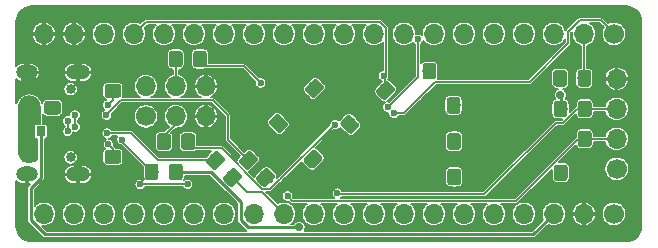
<source format=gbr>
G04 #@! TF.GenerationSoftware,KiCad,Pcbnew,(5.1.2-1)-1*
G04 #@! TF.CreationDate,2020-03-21T18:46:45+05:30*
G04 #@! TF.ProjectId,RedPill,52656450-696c-46c2-9e6b-696361645f70,rev?*
G04 #@! TF.SameCoordinates,Original*
G04 #@! TF.FileFunction,Copper,L2,Bot*
G04 #@! TF.FilePolarity,Positive*
%FSLAX46Y46*%
G04 Gerber Fmt 4.6, Leading zero omitted, Abs format (unit mm)*
G04 Created by KiCad (PCBNEW (5.1.2-1)-1) date 2020-03-21 18:46:45*
%MOMM*%
%LPD*%
G04 APERTURE LIST*
%ADD10O,1.700000X1.700000*%
%ADD11C,1.700000*%
%ADD12C,0.100000*%
%ADD13C,1.150000*%
%ADD14R,0.800000X0.900000*%
%ADD15C,0.850000*%
%ADD16O,1.828800X1.270000*%
%ADD17O,2.032000X1.270000*%
%ADD18C,0.600000*%
%ADD19C,0.700000*%
%ADD20C,0.127000*%
%ADD21C,0.254000*%
G04 APERTURE END LIST*
D10*
X28956000Y-19685000D03*
X28956000Y-22225000D03*
X26416000Y-19685000D03*
X26416000Y-22225000D03*
X23876000Y-19685000D03*
D11*
X23876000Y-22225000D03*
D12*
G36*
X28806505Y-16666204D02*
G01*
X28830773Y-16669804D01*
X28854572Y-16675765D01*
X28877671Y-16684030D01*
X28899850Y-16694520D01*
X28920893Y-16707132D01*
X28940599Y-16721747D01*
X28958777Y-16738223D01*
X28975253Y-16756401D01*
X28989868Y-16776107D01*
X29002480Y-16797150D01*
X29012970Y-16819329D01*
X29021235Y-16842428D01*
X29027196Y-16866227D01*
X29030796Y-16890495D01*
X29032000Y-16914999D01*
X29032000Y-17815001D01*
X29030796Y-17839505D01*
X29027196Y-17863773D01*
X29021235Y-17887572D01*
X29012970Y-17910671D01*
X29002480Y-17932850D01*
X28989868Y-17953893D01*
X28975253Y-17973599D01*
X28958777Y-17991777D01*
X28940599Y-18008253D01*
X28920893Y-18022868D01*
X28899850Y-18035480D01*
X28877671Y-18045970D01*
X28854572Y-18054235D01*
X28830773Y-18060196D01*
X28806505Y-18063796D01*
X28782001Y-18065000D01*
X28131999Y-18065000D01*
X28107495Y-18063796D01*
X28083227Y-18060196D01*
X28059428Y-18054235D01*
X28036329Y-18045970D01*
X28014150Y-18035480D01*
X27993107Y-18022868D01*
X27973401Y-18008253D01*
X27955223Y-17991777D01*
X27938747Y-17973599D01*
X27924132Y-17953893D01*
X27911520Y-17932850D01*
X27901030Y-17910671D01*
X27892765Y-17887572D01*
X27886804Y-17863773D01*
X27883204Y-17839505D01*
X27882000Y-17815001D01*
X27882000Y-16914999D01*
X27883204Y-16890495D01*
X27886804Y-16866227D01*
X27892765Y-16842428D01*
X27901030Y-16819329D01*
X27911520Y-16797150D01*
X27924132Y-16776107D01*
X27938747Y-16756401D01*
X27955223Y-16738223D01*
X27973401Y-16721747D01*
X27993107Y-16707132D01*
X28014150Y-16694520D01*
X28036329Y-16684030D01*
X28059428Y-16675765D01*
X28083227Y-16669804D01*
X28107495Y-16666204D01*
X28131999Y-16665000D01*
X28782001Y-16665000D01*
X28806505Y-16666204D01*
X28806505Y-16666204D01*
G37*
D13*
X28457000Y-17365000D03*
D12*
G36*
X26756505Y-16666204D02*
G01*
X26780773Y-16669804D01*
X26804572Y-16675765D01*
X26827671Y-16684030D01*
X26849850Y-16694520D01*
X26870893Y-16707132D01*
X26890599Y-16721747D01*
X26908777Y-16738223D01*
X26925253Y-16756401D01*
X26939868Y-16776107D01*
X26952480Y-16797150D01*
X26962970Y-16819329D01*
X26971235Y-16842428D01*
X26977196Y-16866227D01*
X26980796Y-16890495D01*
X26982000Y-16914999D01*
X26982000Y-17815001D01*
X26980796Y-17839505D01*
X26977196Y-17863773D01*
X26971235Y-17887572D01*
X26962970Y-17910671D01*
X26952480Y-17932850D01*
X26939868Y-17953893D01*
X26925253Y-17973599D01*
X26908777Y-17991777D01*
X26890599Y-18008253D01*
X26870893Y-18022868D01*
X26849850Y-18035480D01*
X26827671Y-18045970D01*
X26804572Y-18054235D01*
X26780773Y-18060196D01*
X26756505Y-18063796D01*
X26732001Y-18065000D01*
X26081999Y-18065000D01*
X26057495Y-18063796D01*
X26033227Y-18060196D01*
X26009428Y-18054235D01*
X25986329Y-18045970D01*
X25964150Y-18035480D01*
X25943107Y-18022868D01*
X25923401Y-18008253D01*
X25905223Y-17991777D01*
X25888747Y-17973599D01*
X25874132Y-17953893D01*
X25861520Y-17932850D01*
X25851030Y-17910671D01*
X25842765Y-17887572D01*
X25836804Y-17863773D01*
X25833204Y-17839505D01*
X25832000Y-17815001D01*
X25832000Y-16914999D01*
X25833204Y-16890495D01*
X25836804Y-16866227D01*
X25842765Y-16842428D01*
X25851030Y-16819329D01*
X25861520Y-16797150D01*
X25874132Y-16776107D01*
X25888747Y-16756401D01*
X25905223Y-16738223D01*
X25923401Y-16721747D01*
X25943107Y-16707132D01*
X25964150Y-16694520D01*
X25986329Y-16684030D01*
X26009428Y-16675765D01*
X26033227Y-16669804D01*
X26057495Y-16666204D01*
X26081999Y-16665000D01*
X26732001Y-16665000D01*
X26756505Y-16666204D01*
X26756505Y-16666204D01*
G37*
D13*
X26407000Y-17365000D03*
D10*
X63738125Y-19050000D03*
X63738125Y-21590000D03*
X63738125Y-24130000D03*
D11*
X63738125Y-26670000D03*
D10*
X15240000Y-30480000D03*
X17780000Y-30480000D03*
X20320000Y-30480000D03*
X22860000Y-30480000D03*
X25400000Y-30480000D03*
X27940000Y-30480000D03*
X30480000Y-30480000D03*
X33020000Y-30480000D03*
X35560000Y-30480000D03*
X38100000Y-30480000D03*
X40640000Y-30480000D03*
X43180000Y-30480000D03*
X45720000Y-30480000D03*
X48260000Y-30480000D03*
X50800000Y-30480000D03*
X53340000Y-30480000D03*
X55880000Y-30480000D03*
X58420000Y-30480000D03*
X60960000Y-30480000D03*
D11*
X63500000Y-30480000D03*
D10*
X15240000Y-15240000D03*
X17780000Y-15240000D03*
X20320000Y-15240000D03*
X22860000Y-15240000D03*
X25400000Y-15240000D03*
X27940000Y-15240000D03*
X30480000Y-15240000D03*
X33020000Y-15240000D03*
X35560000Y-15240000D03*
X38100000Y-15240000D03*
X40640000Y-15240000D03*
X43180000Y-15240000D03*
X45720000Y-15240000D03*
X48260000Y-15240000D03*
X50800000Y-15240000D03*
X53340000Y-15240000D03*
X55880000Y-15240000D03*
X58420000Y-15240000D03*
X60960000Y-15240000D03*
D11*
X63500000Y-15240000D03*
D14*
X14965200Y-23492000D03*
X14015200Y-25492000D03*
X15915200Y-25492000D03*
D12*
G36*
X61382005Y-20891204D02*
G01*
X61406273Y-20894804D01*
X61430072Y-20900765D01*
X61453171Y-20909030D01*
X61475350Y-20919520D01*
X61496393Y-20932132D01*
X61516099Y-20946747D01*
X61534277Y-20963223D01*
X61550753Y-20981401D01*
X61565368Y-21001107D01*
X61577980Y-21022150D01*
X61588470Y-21044329D01*
X61596735Y-21067428D01*
X61602696Y-21091227D01*
X61606296Y-21115495D01*
X61607500Y-21139999D01*
X61607500Y-22040001D01*
X61606296Y-22064505D01*
X61602696Y-22088773D01*
X61596735Y-22112572D01*
X61588470Y-22135671D01*
X61577980Y-22157850D01*
X61565368Y-22178893D01*
X61550753Y-22198599D01*
X61534277Y-22216777D01*
X61516099Y-22233253D01*
X61496393Y-22247868D01*
X61475350Y-22260480D01*
X61453171Y-22270970D01*
X61430072Y-22279235D01*
X61406273Y-22285196D01*
X61382005Y-22288796D01*
X61357501Y-22290000D01*
X60707499Y-22290000D01*
X60682995Y-22288796D01*
X60658727Y-22285196D01*
X60634928Y-22279235D01*
X60611829Y-22270970D01*
X60589650Y-22260480D01*
X60568607Y-22247868D01*
X60548901Y-22233253D01*
X60530723Y-22216777D01*
X60514247Y-22198599D01*
X60499632Y-22178893D01*
X60487020Y-22157850D01*
X60476530Y-22135671D01*
X60468265Y-22112572D01*
X60462304Y-22088773D01*
X60458704Y-22064505D01*
X60457500Y-22040001D01*
X60457500Y-21139999D01*
X60458704Y-21115495D01*
X60462304Y-21091227D01*
X60468265Y-21067428D01*
X60476530Y-21044329D01*
X60487020Y-21022150D01*
X60499632Y-21001107D01*
X60514247Y-20981401D01*
X60530723Y-20963223D01*
X60548901Y-20946747D01*
X60568607Y-20932132D01*
X60589650Y-20919520D01*
X60611829Y-20909030D01*
X60634928Y-20900765D01*
X60658727Y-20894804D01*
X60682995Y-20891204D01*
X60707499Y-20890000D01*
X61357501Y-20890000D01*
X61382005Y-20891204D01*
X61382005Y-20891204D01*
G37*
D13*
X61032500Y-21590000D03*
D12*
G36*
X59332005Y-20891204D02*
G01*
X59356273Y-20894804D01*
X59380072Y-20900765D01*
X59403171Y-20909030D01*
X59425350Y-20919520D01*
X59446393Y-20932132D01*
X59466099Y-20946747D01*
X59484277Y-20963223D01*
X59500753Y-20981401D01*
X59515368Y-21001107D01*
X59527980Y-21022150D01*
X59538470Y-21044329D01*
X59546735Y-21067428D01*
X59552696Y-21091227D01*
X59556296Y-21115495D01*
X59557500Y-21139999D01*
X59557500Y-22040001D01*
X59556296Y-22064505D01*
X59552696Y-22088773D01*
X59546735Y-22112572D01*
X59538470Y-22135671D01*
X59527980Y-22157850D01*
X59515368Y-22178893D01*
X59500753Y-22198599D01*
X59484277Y-22216777D01*
X59466099Y-22233253D01*
X59446393Y-22247868D01*
X59425350Y-22260480D01*
X59403171Y-22270970D01*
X59380072Y-22279235D01*
X59356273Y-22285196D01*
X59332005Y-22288796D01*
X59307501Y-22290000D01*
X58657499Y-22290000D01*
X58632995Y-22288796D01*
X58608727Y-22285196D01*
X58584928Y-22279235D01*
X58561829Y-22270970D01*
X58539650Y-22260480D01*
X58518607Y-22247868D01*
X58498901Y-22233253D01*
X58480723Y-22216777D01*
X58464247Y-22198599D01*
X58449632Y-22178893D01*
X58437020Y-22157850D01*
X58426530Y-22135671D01*
X58418265Y-22112572D01*
X58412304Y-22088773D01*
X58408704Y-22064505D01*
X58407500Y-22040001D01*
X58407500Y-21139999D01*
X58408704Y-21115495D01*
X58412304Y-21091227D01*
X58418265Y-21067428D01*
X58426530Y-21044329D01*
X58437020Y-21022150D01*
X58449632Y-21001107D01*
X58464247Y-20981401D01*
X58480723Y-20963223D01*
X58498901Y-20946747D01*
X58518607Y-20932132D01*
X58539650Y-20919520D01*
X58561829Y-20909030D01*
X58584928Y-20900765D01*
X58608727Y-20894804D01*
X58632995Y-20891204D01*
X58657499Y-20890000D01*
X59307501Y-20890000D01*
X59332005Y-20891204D01*
X59332005Y-20891204D01*
G37*
D13*
X58982500Y-21590000D03*
D12*
G36*
X29868108Y-25148412D02*
G01*
X29892376Y-25152012D01*
X29916175Y-25157973D01*
X29939274Y-25166238D01*
X29961453Y-25176728D01*
X29982496Y-25189340D01*
X30002202Y-25203955D01*
X30020380Y-25220431D01*
X30480001Y-25680052D01*
X30496477Y-25698230D01*
X30511092Y-25717936D01*
X30523704Y-25738979D01*
X30534194Y-25761158D01*
X30542459Y-25784257D01*
X30548420Y-25808056D01*
X30552020Y-25832324D01*
X30553224Y-25856828D01*
X30552020Y-25881332D01*
X30548420Y-25905600D01*
X30542459Y-25929399D01*
X30534194Y-25952498D01*
X30523704Y-25974677D01*
X30511092Y-25995720D01*
X30496477Y-26015426D01*
X30480001Y-26033604D01*
X29843604Y-26670001D01*
X29825426Y-26686477D01*
X29805720Y-26701092D01*
X29784677Y-26713704D01*
X29762498Y-26724194D01*
X29739399Y-26732459D01*
X29715600Y-26738420D01*
X29691332Y-26742020D01*
X29666828Y-26743224D01*
X29642324Y-26742020D01*
X29618056Y-26738420D01*
X29594257Y-26732459D01*
X29571158Y-26724194D01*
X29548979Y-26713704D01*
X29527936Y-26701092D01*
X29508230Y-26686477D01*
X29490052Y-26670001D01*
X29030431Y-26210380D01*
X29013955Y-26192202D01*
X28999340Y-26172496D01*
X28986728Y-26151453D01*
X28976238Y-26129274D01*
X28967973Y-26106175D01*
X28962012Y-26082376D01*
X28958412Y-26058108D01*
X28957208Y-26033604D01*
X28958412Y-26009100D01*
X28962012Y-25984832D01*
X28967973Y-25961033D01*
X28976238Y-25937934D01*
X28986728Y-25915755D01*
X28999340Y-25894712D01*
X29013955Y-25875006D01*
X29030431Y-25856828D01*
X29666828Y-25220431D01*
X29685006Y-25203955D01*
X29704712Y-25189340D01*
X29725755Y-25176728D01*
X29747934Y-25166238D01*
X29771033Y-25157973D01*
X29794832Y-25152012D01*
X29819100Y-25148412D01*
X29843604Y-25147208D01*
X29868108Y-25148412D01*
X29868108Y-25148412D01*
G37*
D13*
X29755216Y-25945216D03*
D12*
G36*
X31317676Y-26597980D02*
G01*
X31341944Y-26601580D01*
X31365743Y-26607541D01*
X31388842Y-26615806D01*
X31411021Y-26626296D01*
X31432064Y-26638908D01*
X31451770Y-26653523D01*
X31469948Y-26669999D01*
X31929569Y-27129620D01*
X31946045Y-27147798D01*
X31960660Y-27167504D01*
X31973272Y-27188547D01*
X31983762Y-27210726D01*
X31992027Y-27233825D01*
X31997988Y-27257624D01*
X32001588Y-27281892D01*
X32002792Y-27306396D01*
X32001588Y-27330900D01*
X31997988Y-27355168D01*
X31992027Y-27378967D01*
X31983762Y-27402066D01*
X31973272Y-27424245D01*
X31960660Y-27445288D01*
X31946045Y-27464994D01*
X31929569Y-27483172D01*
X31293172Y-28119569D01*
X31274994Y-28136045D01*
X31255288Y-28150660D01*
X31234245Y-28163272D01*
X31212066Y-28173762D01*
X31188967Y-28182027D01*
X31165168Y-28187988D01*
X31140900Y-28191588D01*
X31116396Y-28192792D01*
X31091892Y-28191588D01*
X31067624Y-28187988D01*
X31043825Y-28182027D01*
X31020726Y-28173762D01*
X30998547Y-28163272D01*
X30977504Y-28150660D01*
X30957798Y-28136045D01*
X30939620Y-28119569D01*
X30479999Y-27659948D01*
X30463523Y-27641770D01*
X30448908Y-27622064D01*
X30436296Y-27601021D01*
X30425806Y-27578842D01*
X30417541Y-27555743D01*
X30411580Y-27531944D01*
X30407980Y-27507676D01*
X30406776Y-27483172D01*
X30407980Y-27458668D01*
X30411580Y-27434400D01*
X30417541Y-27410601D01*
X30425806Y-27387502D01*
X30436296Y-27365323D01*
X30448908Y-27344280D01*
X30463523Y-27324574D01*
X30479999Y-27306396D01*
X31116396Y-26669999D01*
X31134574Y-26653523D01*
X31154280Y-26638908D01*
X31175323Y-26626296D01*
X31197502Y-26615806D01*
X31220601Y-26607541D01*
X31244400Y-26601580D01*
X31268668Y-26597980D01*
X31293172Y-26596776D01*
X31317676Y-26597980D01*
X31317676Y-26597980D01*
G37*
D13*
X31204784Y-27394784D03*
D12*
G36*
X61382005Y-23431204D02*
G01*
X61406273Y-23434804D01*
X61430072Y-23440765D01*
X61453171Y-23449030D01*
X61475350Y-23459520D01*
X61496393Y-23472132D01*
X61516099Y-23486747D01*
X61534277Y-23503223D01*
X61550753Y-23521401D01*
X61565368Y-23541107D01*
X61577980Y-23562150D01*
X61588470Y-23584329D01*
X61596735Y-23607428D01*
X61602696Y-23631227D01*
X61606296Y-23655495D01*
X61607500Y-23679999D01*
X61607500Y-24580001D01*
X61606296Y-24604505D01*
X61602696Y-24628773D01*
X61596735Y-24652572D01*
X61588470Y-24675671D01*
X61577980Y-24697850D01*
X61565368Y-24718893D01*
X61550753Y-24738599D01*
X61534277Y-24756777D01*
X61516099Y-24773253D01*
X61496393Y-24787868D01*
X61475350Y-24800480D01*
X61453171Y-24810970D01*
X61430072Y-24819235D01*
X61406273Y-24825196D01*
X61382005Y-24828796D01*
X61357501Y-24830000D01*
X60707499Y-24830000D01*
X60682995Y-24828796D01*
X60658727Y-24825196D01*
X60634928Y-24819235D01*
X60611829Y-24810970D01*
X60589650Y-24800480D01*
X60568607Y-24787868D01*
X60548901Y-24773253D01*
X60530723Y-24756777D01*
X60514247Y-24738599D01*
X60499632Y-24718893D01*
X60487020Y-24697850D01*
X60476530Y-24675671D01*
X60468265Y-24652572D01*
X60462304Y-24628773D01*
X60458704Y-24604505D01*
X60457500Y-24580001D01*
X60457500Y-23679999D01*
X60458704Y-23655495D01*
X60462304Y-23631227D01*
X60468265Y-23607428D01*
X60476530Y-23584329D01*
X60487020Y-23562150D01*
X60499632Y-23541107D01*
X60514247Y-23521401D01*
X60530723Y-23503223D01*
X60548901Y-23486747D01*
X60568607Y-23472132D01*
X60589650Y-23459520D01*
X60611829Y-23449030D01*
X60634928Y-23440765D01*
X60658727Y-23434804D01*
X60682995Y-23431204D01*
X60707499Y-23430000D01*
X61357501Y-23430000D01*
X61382005Y-23431204D01*
X61382005Y-23431204D01*
G37*
D13*
X61032500Y-24130000D03*
D12*
G36*
X59332005Y-23431204D02*
G01*
X59356273Y-23434804D01*
X59380072Y-23440765D01*
X59403171Y-23449030D01*
X59425350Y-23459520D01*
X59446393Y-23472132D01*
X59466099Y-23486747D01*
X59484277Y-23503223D01*
X59500753Y-23521401D01*
X59515368Y-23541107D01*
X59527980Y-23562150D01*
X59538470Y-23584329D01*
X59546735Y-23607428D01*
X59552696Y-23631227D01*
X59556296Y-23655495D01*
X59557500Y-23679999D01*
X59557500Y-24580001D01*
X59556296Y-24604505D01*
X59552696Y-24628773D01*
X59546735Y-24652572D01*
X59538470Y-24675671D01*
X59527980Y-24697850D01*
X59515368Y-24718893D01*
X59500753Y-24738599D01*
X59484277Y-24756777D01*
X59466099Y-24773253D01*
X59446393Y-24787868D01*
X59425350Y-24800480D01*
X59403171Y-24810970D01*
X59380072Y-24819235D01*
X59356273Y-24825196D01*
X59332005Y-24828796D01*
X59307501Y-24830000D01*
X58657499Y-24830000D01*
X58632995Y-24828796D01*
X58608727Y-24825196D01*
X58584928Y-24819235D01*
X58561829Y-24810970D01*
X58539650Y-24800480D01*
X58518607Y-24787868D01*
X58498901Y-24773253D01*
X58480723Y-24756777D01*
X58464247Y-24738599D01*
X58449632Y-24718893D01*
X58437020Y-24697850D01*
X58426530Y-24675671D01*
X58418265Y-24652572D01*
X58412304Y-24628773D01*
X58408704Y-24604505D01*
X58407500Y-24580001D01*
X58407500Y-23679999D01*
X58408704Y-23655495D01*
X58412304Y-23631227D01*
X58418265Y-23607428D01*
X58426530Y-23584329D01*
X58437020Y-23562150D01*
X58449632Y-23541107D01*
X58464247Y-23521401D01*
X58480723Y-23503223D01*
X58498901Y-23486747D01*
X58518607Y-23472132D01*
X58539650Y-23459520D01*
X58561829Y-23449030D01*
X58584928Y-23440765D01*
X58608727Y-23434804D01*
X58632995Y-23431204D01*
X58657499Y-23430000D01*
X59307501Y-23430000D01*
X59332005Y-23431204D01*
X59332005Y-23431204D01*
G37*
D13*
X58982500Y-24130000D03*
D12*
G36*
X32662108Y-25148412D02*
G01*
X32686376Y-25152012D01*
X32710175Y-25157973D01*
X32733274Y-25166238D01*
X32755453Y-25176728D01*
X32776496Y-25189340D01*
X32796202Y-25203955D01*
X32814380Y-25220431D01*
X33274001Y-25680052D01*
X33290477Y-25698230D01*
X33305092Y-25717936D01*
X33317704Y-25738979D01*
X33328194Y-25761158D01*
X33336459Y-25784257D01*
X33342420Y-25808056D01*
X33346020Y-25832324D01*
X33347224Y-25856828D01*
X33346020Y-25881332D01*
X33342420Y-25905600D01*
X33336459Y-25929399D01*
X33328194Y-25952498D01*
X33317704Y-25974677D01*
X33305092Y-25995720D01*
X33290477Y-26015426D01*
X33274001Y-26033604D01*
X32637604Y-26670001D01*
X32619426Y-26686477D01*
X32599720Y-26701092D01*
X32578677Y-26713704D01*
X32556498Y-26724194D01*
X32533399Y-26732459D01*
X32509600Y-26738420D01*
X32485332Y-26742020D01*
X32460828Y-26743224D01*
X32436324Y-26742020D01*
X32412056Y-26738420D01*
X32388257Y-26732459D01*
X32365158Y-26724194D01*
X32342979Y-26713704D01*
X32321936Y-26701092D01*
X32302230Y-26686477D01*
X32284052Y-26670001D01*
X31824431Y-26210380D01*
X31807955Y-26192202D01*
X31793340Y-26172496D01*
X31780728Y-26151453D01*
X31770238Y-26129274D01*
X31761973Y-26106175D01*
X31756012Y-26082376D01*
X31752412Y-26058108D01*
X31751208Y-26033604D01*
X31752412Y-26009100D01*
X31756012Y-25984832D01*
X31761973Y-25961033D01*
X31770238Y-25937934D01*
X31780728Y-25915755D01*
X31793340Y-25894712D01*
X31807955Y-25875006D01*
X31824431Y-25856828D01*
X32460828Y-25220431D01*
X32479006Y-25203955D01*
X32498712Y-25189340D01*
X32519755Y-25176728D01*
X32541934Y-25166238D01*
X32565033Y-25157973D01*
X32588832Y-25152012D01*
X32613100Y-25148412D01*
X32637604Y-25147208D01*
X32662108Y-25148412D01*
X32662108Y-25148412D01*
G37*
D13*
X32549216Y-25945216D03*
D12*
G36*
X34111676Y-26597980D02*
G01*
X34135944Y-26601580D01*
X34159743Y-26607541D01*
X34182842Y-26615806D01*
X34205021Y-26626296D01*
X34226064Y-26638908D01*
X34245770Y-26653523D01*
X34263948Y-26669999D01*
X34723569Y-27129620D01*
X34740045Y-27147798D01*
X34754660Y-27167504D01*
X34767272Y-27188547D01*
X34777762Y-27210726D01*
X34786027Y-27233825D01*
X34791988Y-27257624D01*
X34795588Y-27281892D01*
X34796792Y-27306396D01*
X34795588Y-27330900D01*
X34791988Y-27355168D01*
X34786027Y-27378967D01*
X34777762Y-27402066D01*
X34767272Y-27424245D01*
X34754660Y-27445288D01*
X34740045Y-27464994D01*
X34723569Y-27483172D01*
X34087172Y-28119569D01*
X34068994Y-28136045D01*
X34049288Y-28150660D01*
X34028245Y-28163272D01*
X34006066Y-28173762D01*
X33982967Y-28182027D01*
X33959168Y-28187988D01*
X33934900Y-28191588D01*
X33910396Y-28192792D01*
X33885892Y-28191588D01*
X33861624Y-28187988D01*
X33837825Y-28182027D01*
X33814726Y-28173762D01*
X33792547Y-28163272D01*
X33771504Y-28150660D01*
X33751798Y-28136045D01*
X33733620Y-28119569D01*
X33273999Y-27659948D01*
X33257523Y-27641770D01*
X33242908Y-27622064D01*
X33230296Y-27601021D01*
X33219806Y-27578842D01*
X33211541Y-27555743D01*
X33205580Y-27531944D01*
X33201980Y-27507676D01*
X33200776Y-27483172D01*
X33201980Y-27458668D01*
X33205580Y-27434400D01*
X33211541Y-27410601D01*
X33219806Y-27387502D01*
X33230296Y-27365323D01*
X33242908Y-27344280D01*
X33257523Y-27324574D01*
X33273999Y-27306396D01*
X33910396Y-26669999D01*
X33928574Y-26653523D01*
X33948280Y-26638908D01*
X33969323Y-26626296D01*
X33991502Y-26615806D01*
X34014601Y-26607541D01*
X34038400Y-26601580D01*
X34062668Y-26597980D01*
X34087172Y-26596776D01*
X34111676Y-26597980D01*
X34111676Y-26597980D01*
G37*
D13*
X33998784Y-27394784D03*
D12*
G36*
X21556505Y-25080204D02*
G01*
X21580773Y-25083804D01*
X21604572Y-25089765D01*
X21627671Y-25098030D01*
X21649850Y-25108520D01*
X21670893Y-25121132D01*
X21690599Y-25135747D01*
X21708777Y-25152223D01*
X21725253Y-25170401D01*
X21739868Y-25190107D01*
X21752480Y-25211150D01*
X21762970Y-25233329D01*
X21771235Y-25256428D01*
X21777196Y-25280227D01*
X21780796Y-25304495D01*
X21782000Y-25328999D01*
X21782000Y-25979001D01*
X21780796Y-26003505D01*
X21777196Y-26027773D01*
X21771235Y-26051572D01*
X21762970Y-26074671D01*
X21752480Y-26096850D01*
X21739868Y-26117893D01*
X21725253Y-26137599D01*
X21708777Y-26155777D01*
X21690599Y-26172253D01*
X21670893Y-26186868D01*
X21649850Y-26199480D01*
X21627671Y-26209970D01*
X21604572Y-26218235D01*
X21580773Y-26224196D01*
X21556505Y-26227796D01*
X21532001Y-26229000D01*
X20631999Y-26229000D01*
X20607495Y-26227796D01*
X20583227Y-26224196D01*
X20559428Y-26218235D01*
X20536329Y-26209970D01*
X20514150Y-26199480D01*
X20493107Y-26186868D01*
X20473401Y-26172253D01*
X20455223Y-26155777D01*
X20438747Y-26137599D01*
X20424132Y-26117893D01*
X20411520Y-26096850D01*
X20401030Y-26074671D01*
X20392765Y-26051572D01*
X20386804Y-26027773D01*
X20383204Y-26003505D01*
X20382000Y-25979001D01*
X20382000Y-25328999D01*
X20383204Y-25304495D01*
X20386804Y-25280227D01*
X20392765Y-25256428D01*
X20401030Y-25233329D01*
X20411520Y-25211150D01*
X20424132Y-25190107D01*
X20438747Y-25170401D01*
X20455223Y-25152223D01*
X20473401Y-25135747D01*
X20493107Y-25121132D01*
X20514150Y-25108520D01*
X20536329Y-25098030D01*
X20559428Y-25089765D01*
X20583227Y-25083804D01*
X20607495Y-25080204D01*
X20631999Y-25079000D01*
X21532001Y-25079000D01*
X21556505Y-25080204D01*
X21556505Y-25080204D01*
G37*
D13*
X21082000Y-25654000D03*
D12*
G36*
X21556505Y-27130204D02*
G01*
X21580773Y-27133804D01*
X21604572Y-27139765D01*
X21627671Y-27148030D01*
X21649850Y-27158520D01*
X21670893Y-27171132D01*
X21690599Y-27185747D01*
X21708777Y-27202223D01*
X21725253Y-27220401D01*
X21739868Y-27240107D01*
X21752480Y-27261150D01*
X21762970Y-27283329D01*
X21771235Y-27306428D01*
X21777196Y-27330227D01*
X21780796Y-27354495D01*
X21782000Y-27378999D01*
X21782000Y-28029001D01*
X21780796Y-28053505D01*
X21777196Y-28077773D01*
X21771235Y-28101572D01*
X21762970Y-28124671D01*
X21752480Y-28146850D01*
X21739868Y-28167893D01*
X21725253Y-28187599D01*
X21708777Y-28205777D01*
X21690599Y-28222253D01*
X21670893Y-28236868D01*
X21649850Y-28249480D01*
X21627671Y-28259970D01*
X21604572Y-28268235D01*
X21580773Y-28274196D01*
X21556505Y-28277796D01*
X21532001Y-28279000D01*
X20631999Y-28279000D01*
X20607495Y-28277796D01*
X20583227Y-28274196D01*
X20559428Y-28268235D01*
X20536329Y-28259970D01*
X20514150Y-28249480D01*
X20493107Y-28236868D01*
X20473401Y-28222253D01*
X20455223Y-28205777D01*
X20438747Y-28187599D01*
X20424132Y-28167893D01*
X20411520Y-28146850D01*
X20401030Y-28124671D01*
X20392765Y-28101572D01*
X20386804Y-28077773D01*
X20383204Y-28053505D01*
X20382000Y-28029001D01*
X20382000Y-27378999D01*
X20383204Y-27354495D01*
X20386804Y-27330227D01*
X20392765Y-27306428D01*
X20401030Y-27283329D01*
X20411520Y-27261150D01*
X20424132Y-27240107D01*
X20438747Y-27220401D01*
X20455223Y-27202223D01*
X20473401Y-27185747D01*
X20493107Y-27171132D01*
X20514150Y-27158520D01*
X20536329Y-27148030D01*
X20559428Y-27139765D01*
X20583227Y-27133804D01*
X20607495Y-27130204D01*
X20631999Y-27129000D01*
X21532001Y-27129000D01*
X21556505Y-27130204D01*
X21556505Y-27130204D01*
G37*
D13*
X21082000Y-27704000D03*
D12*
G36*
X21556505Y-19492204D02*
G01*
X21580773Y-19495804D01*
X21604572Y-19501765D01*
X21627671Y-19510030D01*
X21649850Y-19520520D01*
X21670893Y-19533132D01*
X21690599Y-19547747D01*
X21708777Y-19564223D01*
X21725253Y-19582401D01*
X21739868Y-19602107D01*
X21752480Y-19623150D01*
X21762970Y-19645329D01*
X21771235Y-19668428D01*
X21777196Y-19692227D01*
X21780796Y-19716495D01*
X21782000Y-19740999D01*
X21782000Y-20391001D01*
X21780796Y-20415505D01*
X21777196Y-20439773D01*
X21771235Y-20463572D01*
X21762970Y-20486671D01*
X21752480Y-20508850D01*
X21739868Y-20529893D01*
X21725253Y-20549599D01*
X21708777Y-20567777D01*
X21690599Y-20584253D01*
X21670893Y-20598868D01*
X21649850Y-20611480D01*
X21627671Y-20621970D01*
X21604572Y-20630235D01*
X21580773Y-20636196D01*
X21556505Y-20639796D01*
X21532001Y-20641000D01*
X20631999Y-20641000D01*
X20607495Y-20639796D01*
X20583227Y-20636196D01*
X20559428Y-20630235D01*
X20536329Y-20621970D01*
X20514150Y-20611480D01*
X20493107Y-20598868D01*
X20473401Y-20584253D01*
X20455223Y-20567777D01*
X20438747Y-20549599D01*
X20424132Y-20529893D01*
X20411520Y-20508850D01*
X20401030Y-20486671D01*
X20392765Y-20463572D01*
X20386804Y-20439773D01*
X20383204Y-20415505D01*
X20382000Y-20391001D01*
X20382000Y-19740999D01*
X20383204Y-19716495D01*
X20386804Y-19692227D01*
X20392765Y-19668428D01*
X20401030Y-19645329D01*
X20411520Y-19623150D01*
X20424132Y-19602107D01*
X20438747Y-19582401D01*
X20455223Y-19564223D01*
X20473401Y-19547747D01*
X20493107Y-19533132D01*
X20514150Y-19520520D01*
X20536329Y-19510030D01*
X20559428Y-19501765D01*
X20583227Y-19495804D01*
X20607495Y-19492204D01*
X20631999Y-19491000D01*
X21532001Y-19491000D01*
X21556505Y-19492204D01*
X21556505Y-19492204D01*
G37*
D13*
X21082000Y-20066000D03*
D12*
G36*
X21556505Y-17442204D02*
G01*
X21580773Y-17445804D01*
X21604572Y-17451765D01*
X21627671Y-17460030D01*
X21649850Y-17470520D01*
X21670893Y-17483132D01*
X21690599Y-17497747D01*
X21708777Y-17514223D01*
X21725253Y-17532401D01*
X21739868Y-17552107D01*
X21752480Y-17573150D01*
X21762970Y-17595329D01*
X21771235Y-17618428D01*
X21777196Y-17642227D01*
X21780796Y-17666495D01*
X21782000Y-17690999D01*
X21782000Y-18341001D01*
X21780796Y-18365505D01*
X21777196Y-18389773D01*
X21771235Y-18413572D01*
X21762970Y-18436671D01*
X21752480Y-18458850D01*
X21739868Y-18479893D01*
X21725253Y-18499599D01*
X21708777Y-18517777D01*
X21690599Y-18534253D01*
X21670893Y-18548868D01*
X21649850Y-18561480D01*
X21627671Y-18571970D01*
X21604572Y-18580235D01*
X21580773Y-18586196D01*
X21556505Y-18589796D01*
X21532001Y-18591000D01*
X20631999Y-18591000D01*
X20607495Y-18589796D01*
X20583227Y-18586196D01*
X20559428Y-18580235D01*
X20536329Y-18571970D01*
X20514150Y-18561480D01*
X20493107Y-18548868D01*
X20473401Y-18534253D01*
X20455223Y-18517777D01*
X20438747Y-18499599D01*
X20424132Y-18479893D01*
X20411520Y-18458850D01*
X20401030Y-18436671D01*
X20392765Y-18413572D01*
X20386804Y-18389773D01*
X20383204Y-18365505D01*
X20382000Y-18341001D01*
X20382000Y-17690999D01*
X20383204Y-17666495D01*
X20386804Y-17642227D01*
X20392765Y-17618428D01*
X20401030Y-17595329D01*
X20411520Y-17573150D01*
X20424132Y-17552107D01*
X20438747Y-17532401D01*
X20455223Y-17514223D01*
X20473401Y-17497747D01*
X20493107Y-17483132D01*
X20514150Y-17470520D01*
X20536329Y-17460030D01*
X20559428Y-17451765D01*
X20583227Y-17445804D01*
X20607495Y-17442204D01*
X20631999Y-17441000D01*
X21532001Y-17441000D01*
X21556505Y-17442204D01*
X21556505Y-17442204D01*
G37*
D13*
X21082000Y-18016000D03*
D12*
G36*
X61349505Y-18301204D02*
G01*
X61373773Y-18304804D01*
X61397572Y-18310765D01*
X61420671Y-18319030D01*
X61442850Y-18329520D01*
X61463893Y-18342132D01*
X61483599Y-18356747D01*
X61501777Y-18373223D01*
X61518253Y-18391401D01*
X61532868Y-18411107D01*
X61545480Y-18432150D01*
X61555970Y-18454329D01*
X61564235Y-18477428D01*
X61570196Y-18501227D01*
X61573796Y-18525495D01*
X61575000Y-18549999D01*
X61575000Y-19450001D01*
X61573796Y-19474505D01*
X61570196Y-19498773D01*
X61564235Y-19522572D01*
X61555970Y-19545671D01*
X61545480Y-19567850D01*
X61532868Y-19588893D01*
X61518253Y-19608599D01*
X61501777Y-19626777D01*
X61483599Y-19643253D01*
X61463893Y-19657868D01*
X61442850Y-19670480D01*
X61420671Y-19680970D01*
X61397572Y-19689235D01*
X61373773Y-19695196D01*
X61349505Y-19698796D01*
X61325001Y-19700000D01*
X60674999Y-19700000D01*
X60650495Y-19698796D01*
X60626227Y-19695196D01*
X60602428Y-19689235D01*
X60579329Y-19680970D01*
X60557150Y-19670480D01*
X60536107Y-19657868D01*
X60516401Y-19643253D01*
X60498223Y-19626777D01*
X60481747Y-19608599D01*
X60467132Y-19588893D01*
X60454520Y-19567850D01*
X60444030Y-19545671D01*
X60435765Y-19522572D01*
X60429804Y-19498773D01*
X60426204Y-19474505D01*
X60425000Y-19450001D01*
X60425000Y-18549999D01*
X60426204Y-18525495D01*
X60429804Y-18501227D01*
X60435765Y-18477428D01*
X60444030Y-18454329D01*
X60454520Y-18432150D01*
X60467132Y-18411107D01*
X60481747Y-18391401D01*
X60498223Y-18373223D01*
X60516401Y-18356747D01*
X60536107Y-18342132D01*
X60557150Y-18329520D01*
X60579329Y-18319030D01*
X60602428Y-18310765D01*
X60626227Y-18304804D01*
X60650495Y-18301204D01*
X60674999Y-18300000D01*
X61325001Y-18300000D01*
X61349505Y-18301204D01*
X61349505Y-18301204D01*
G37*
D13*
X61000000Y-19000000D03*
D12*
G36*
X59299505Y-18301204D02*
G01*
X59323773Y-18304804D01*
X59347572Y-18310765D01*
X59370671Y-18319030D01*
X59392850Y-18329520D01*
X59413893Y-18342132D01*
X59433599Y-18356747D01*
X59451777Y-18373223D01*
X59468253Y-18391401D01*
X59482868Y-18411107D01*
X59495480Y-18432150D01*
X59505970Y-18454329D01*
X59514235Y-18477428D01*
X59520196Y-18501227D01*
X59523796Y-18525495D01*
X59525000Y-18549999D01*
X59525000Y-19450001D01*
X59523796Y-19474505D01*
X59520196Y-19498773D01*
X59514235Y-19522572D01*
X59505970Y-19545671D01*
X59495480Y-19567850D01*
X59482868Y-19588893D01*
X59468253Y-19608599D01*
X59451777Y-19626777D01*
X59433599Y-19643253D01*
X59413893Y-19657868D01*
X59392850Y-19670480D01*
X59370671Y-19680970D01*
X59347572Y-19689235D01*
X59323773Y-19695196D01*
X59299505Y-19698796D01*
X59275001Y-19700000D01*
X58624999Y-19700000D01*
X58600495Y-19698796D01*
X58576227Y-19695196D01*
X58552428Y-19689235D01*
X58529329Y-19680970D01*
X58507150Y-19670480D01*
X58486107Y-19657868D01*
X58466401Y-19643253D01*
X58448223Y-19626777D01*
X58431747Y-19608599D01*
X58417132Y-19588893D01*
X58404520Y-19567850D01*
X58394030Y-19545671D01*
X58385765Y-19522572D01*
X58379804Y-19498773D01*
X58376204Y-19474505D01*
X58375000Y-19450001D01*
X58375000Y-18549999D01*
X58376204Y-18525495D01*
X58379804Y-18501227D01*
X58385765Y-18477428D01*
X58394030Y-18454329D01*
X58404520Y-18432150D01*
X58417132Y-18411107D01*
X58431747Y-18391401D01*
X58448223Y-18373223D01*
X58466401Y-18356747D01*
X58486107Y-18342132D01*
X58507150Y-18329520D01*
X58529329Y-18319030D01*
X58552428Y-18310765D01*
X58576227Y-18304804D01*
X58600495Y-18301204D01*
X58624999Y-18300000D01*
X59275001Y-18300000D01*
X59299505Y-18301204D01*
X59299505Y-18301204D01*
G37*
D13*
X58950000Y-19000000D03*
D12*
G36*
X61399505Y-26301204D02*
G01*
X61423773Y-26304804D01*
X61447572Y-26310765D01*
X61470671Y-26319030D01*
X61492850Y-26329520D01*
X61513893Y-26342132D01*
X61533599Y-26356747D01*
X61551777Y-26373223D01*
X61568253Y-26391401D01*
X61582868Y-26411107D01*
X61595480Y-26432150D01*
X61605970Y-26454329D01*
X61614235Y-26477428D01*
X61620196Y-26501227D01*
X61623796Y-26525495D01*
X61625000Y-26549999D01*
X61625000Y-27450001D01*
X61623796Y-27474505D01*
X61620196Y-27498773D01*
X61614235Y-27522572D01*
X61605970Y-27545671D01*
X61595480Y-27567850D01*
X61582868Y-27588893D01*
X61568253Y-27608599D01*
X61551777Y-27626777D01*
X61533599Y-27643253D01*
X61513893Y-27657868D01*
X61492850Y-27670480D01*
X61470671Y-27680970D01*
X61447572Y-27689235D01*
X61423773Y-27695196D01*
X61399505Y-27698796D01*
X61375001Y-27700000D01*
X60724999Y-27700000D01*
X60700495Y-27698796D01*
X60676227Y-27695196D01*
X60652428Y-27689235D01*
X60629329Y-27680970D01*
X60607150Y-27670480D01*
X60586107Y-27657868D01*
X60566401Y-27643253D01*
X60548223Y-27626777D01*
X60531747Y-27608599D01*
X60517132Y-27588893D01*
X60504520Y-27567850D01*
X60494030Y-27545671D01*
X60485765Y-27522572D01*
X60479804Y-27498773D01*
X60476204Y-27474505D01*
X60475000Y-27450001D01*
X60475000Y-26549999D01*
X60476204Y-26525495D01*
X60479804Y-26501227D01*
X60485765Y-26477428D01*
X60494030Y-26454329D01*
X60504520Y-26432150D01*
X60517132Y-26411107D01*
X60531747Y-26391401D01*
X60548223Y-26373223D01*
X60566401Y-26356747D01*
X60586107Y-26342132D01*
X60607150Y-26329520D01*
X60629329Y-26319030D01*
X60652428Y-26310765D01*
X60676227Y-26304804D01*
X60700495Y-26301204D01*
X60724999Y-26300000D01*
X61375001Y-26300000D01*
X61399505Y-26301204D01*
X61399505Y-26301204D01*
G37*
D13*
X61050000Y-27000000D03*
D12*
G36*
X59349505Y-26301204D02*
G01*
X59373773Y-26304804D01*
X59397572Y-26310765D01*
X59420671Y-26319030D01*
X59442850Y-26329520D01*
X59463893Y-26342132D01*
X59483599Y-26356747D01*
X59501777Y-26373223D01*
X59518253Y-26391401D01*
X59532868Y-26411107D01*
X59545480Y-26432150D01*
X59555970Y-26454329D01*
X59564235Y-26477428D01*
X59570196Y-26501227D01*
X59573796Y-26525495D01*
X59575000Y-26549999D01*
X59575000Y-27450001D01*
X59573796Y-27474505D01*
X59570196Y-27498773D01*
X59564235Y-27522572D01*
X59555970Y-27545671D01*
X59545480Y-27567850D01*
X59532868Y-27588893D01*
X59518253Y-27608599D01*
X59501777Y-27626777D01*
X59483599Y-27643253D01*
X59463893Y-27657868D01*
X59442850Y-27670480D01*
X59420671Y-27680970D01*
X59397572Y-27689235D01*
X59373773Y-27695196D01*
X59349505Y-27698796D01*
X59325001Y-27700000D01*
X58674999Y-27700000D01*
X58650495Y-27698796D01*
X58626227Y-27695196D01*
X58602428Y-27689235D01*
X58579329Y-27680970D01*
X58557150Y-27670480D01*
X58536107Y-27657868D01*
X58516401Y-27643253D01*
X58498223Y-27626777D01*
X58481747Y-27608599D01*
X58467132Y-27588893D01*
X58454520Y-27567850D01*
X58444030Y-27545671D01*
X58435765Y-27522572D01*
X58429804Y-27498773D01*
X58426204Y-27474505D01*
X58425000Y-27450001D01*
X58425000Y-26549999D01*
X58426204Y-26525495D01*
X58429804Y-26501227D01*
X58435765Y-26477428D01*
X58444030Y-26454329D01*
X58454520Y-26432150D01*
X58467132Y-26411107D01*
X58481747Y-26391401D01*
X58498223Y-26373223D01*
X58516401Y-26356747D01*
X58536107Y-26342132D01*
X58557150Y-26329520D01*
X58579329Y-26319030D01*
X58602428Y-26310765D01*
X58626227Y-26304804D01*
X58650495Y-26301204D01*
X58674999Y-26300000D01*
X59325001Y-26300000D01*
X59349505Y-26301204D01*
X59349505Y-26301204D01*
G37*
D13*
X59000000Y-27000000D03*
D12*
G36*
X27799505Y-23666204D02*
G01*
X27823773Y-23669804D01*
X27847572Y-23675765D01*
X27870671Y-23684030D01*
X27892850Y-23694520D01*
X27913893Y-23707132D01*
X27933599Y-23721747D01*
X27951777Y-23738223D01*
X27968253Y-23756401D01*
X27982868Y-23776107D01*
X27995480Y-23797150D01*
X28005970Y-23819329D01*
X28014235Y-23842428D01*
X28020196Y-23866227D01*
X28023796Y-23890495D01*
X28025000Y-23914999D01*
X28025000Y-24815001D01*
X28023796Y-24839505D01*
X28020196Y-24863773D01*
X28014235Y-24887572D01*
X28005970Y-24910671D01*
X27995480Y-24932850D01*
X27982868Y-24953893D01*
X27968253Y-24973599D01*
X27951777Y-24991777D01*
X27933599Y-25008253D01*
X27913893Y-25022868D01*
X27892850Y-25035480D01*
X27870671Y-25045970D01*
X27847572Y-25054235D01*
X27823773Y-25060196D01*
X27799505Y-25063796D01*
X27775001Y-25065000D01*
X27124999Y-25065000D01*
X27100495Y-25063796D01*
X27076227Y-25060196D01*
X27052428Y-25054235D01*
X27029329Y-25045970D01*
X27007150Y-25035480D01*
X26986107Y-25022868D01*
X26966401Y-25008253D01*
X26948223Y-24991777D01*
X26931747Y-24973599D01*
X26917132Y-24953893D01*
X26904520Y-24932850D01*
X26894030Y-24910671D01*
X26885765Y-24887572D01*
X26879804Y-24863773D01*
X26876204Y-24839505D01*
X26875000Y-24815001D01*
X26875000Y-23914999D01*
X26876204Y-23890495D01*
X26879804Y-23866227D01*
X26885765Y-23842428D01*
X26894030Y-23819329D01*
X26904520Y-23797150D01*
X26917132Y-23776107D01*
X26931747Y-23756401D01*
X26948223Y-23738223D01*
X26966401Y-23721747D01*
X26986107Y-23707132D01*
X27007150Y-23694520D01*
X27029329Y-23684030D01*
X27052428Y-23675765D01*
X27076227Y-23669804D01*
X27100495Y-23666204D01*
X27124999Y-23665000D01*
X27775001Y-23665000D01*
X27799505Y-23666204D01*
X27799505Y-23666204D01*
G37*
D13*
X27450000Y-24365000D03*
D12*
G36*
X25749505Y-23666204D02*
G01*
X25773773Y-23669804D01*
X25797572Y-23675765D01*
X25820671Y-23684030D01*
X25842850Y-23694520D01*
X25863893Y-23707132D01*
X25883599Y-23721747D01*
X25901777Y-23738223D01*
X25918253Y-23756401D01*
X25932868Y-23776107D01*
X25945480Y-23797150D01*
X25955970Y-23819329D01*
X25964235Y-23842428D01*
X25970196Y-23866227D01*
X25973796Y-23890495D01*
X25975000Y-23914999D01*
X25975000Y-24815001D01*
X25973796Y-24839505D01*
X25970196Y-24863773D01*
X25964235Y-24887572D01*
X25955970Y-24910671D01*
X25945480Y-24932850D01*
X25932868Y-24953893D01*
X25918253Y-24973599D01*
X25901777Y-24991777D01*
X25883599Y-25008253D01*
X25863893Y-25022868D01*
X25842850Y-25035480D01*
X25820671Y-25045970D01*
X25797572Y-25054235D01*
X25773773Y-25060196D01*
X25749505Y-25063796D01*
X25725001Y-25065000D01*
X25074999Y-25065000D01*
X25050495Y-25063796D01*
X25026227Y-25060196D01*
X25002428Y-25054235D01*
X24979329Y-25045970D01*
X24957150Y-25035480D01*
X24936107Y-25022868D01*
X24916401Y-25008253D01*
X24898223Y-24991777D01*
X24881747Y-24973599D01*
X24867132Y-24953893D01*
X24854520Y-24932850D01*
X24844030Y-24910671D01*
X24835765Y-24887572D01*
X24829804Y-24863773D01*
X24826204Y-24839505D01*
X24825000Y-24815001D01*
X24825000Y-23914999D01*
X24826204Y-23890495D01*
X24829804Y-23866227D01*
X24835765Y-23842428D01*
X24844030Y-23819329D01*
X24854520Y-23797150D01*
X24867132Y-23776107D01*
X24881747Y-23756401D01*
X24898223Y-23738223D01*
X24916401Y-23721747D01*
X24936107Y-23707132D01*
X24957150Y-23694520D01*
X24979329Y-23684030D01*
X25002428Y-23675765D01*
X25026227Y-23669804D01*
X25050495Y-23666204D01*
X25074999Y-23665000D01*
X25725001Y-23665000D01*
X25749505Y-23666204D01*
X25749505Y-23666204D01*
G37*
D13*
X25400000Y-24365000D03*
D12*
G36*
X24715505Y-26225204D02*
G01*
X24739773Y-26228804D01*
X24763572Y-26234765D01*
X24786671Y-26243030D01*
X24808850Y-26253520D01*
X24829893Y-26266132D01*
X24849599Y-26280747D01*
X24867777Y-26297223D01*
X24884253Y-26315401D01*
X24898868Y-26335107D01*
X24911480Y-26356150D01*
X24921970Y-26378329D01*
X24930235Y-26401428D01*
X24936196Y-26425227D01*
X24939796Y-26449495D01*
X24941000Y-26473999D01*
X24941000Y-27374001D01*
X24939796Y-27398505D01*
X24936196Y-27422773D01*
X24930235Y-27446572D01*
X24921970Y-27469671D01*
X24911480Y-27491850D01*
X24898868Y-27512893D01*
X24884253Y-27532599D01*
X24867777Y-27550777D01*
X24849599Y-27567253D01*
X24829893Y-27581868D01*
X24808850Y-27594480D01*
X24786671Y-27604970D01*
X24763572Y-27613235D01*
X24739773Y-27619196D01*
X24715505Y-27622796D01*
X24691001Y-27624000D01*
X24040999Y-27624000D01*
X24016495Y-27622796D01*
X23992227Y-27619196D01*
X23968428Y-27613235D01*
X23945329Y-27604970D01*
X23923150Y-27594480D01*
X23902107Y-27581868D01*
X23882401Y-27567253D01*
X23864223Y-27550777D01*
X23847747Y-27532599D01*
X23833132Y-27512893D01*
X23820520Y-27491850D01*
X23810030Y-27469671D01*
X23801765Y-27446572D01*
X23795804Y-27422773D01*
X23792204Y-27398505D01*
X23791000Y-27374001D01*
X23791000Y-26473999D01*
X23792204Y-26449495D01*
X23795804Y-26425227D01*
X23801765Y-26401428D01*
X23810030Y-26378329D01*
X23820520Y-26356150D01*
X23833132Y-26335107D01*
X23847747Y-26315401D01*
X23864223Y-26297223D01*
X23882401Y-26280747D01*
X23902107Y-26266132D01*
X23923150Y-26253520D01*
X23945329Y-26243030D01*
X23968428Y-26234765D01*
X23992227Y-26228804D01*
X24016495Y-26225204D01*
X24040999Y-26224000D01*
X24691001Y-26224000D01*
X24715505Y-26225204D01*
X24715505Y-26225204D01*
G37*
D13*
X24366000Y-26924000D03*
D12*
G36*
X26765505Y-26225204D02*
G01*
X26789773Y-26228804D01*
X26813572Y-26234765D01*
X26836671Y-26243030D01*
X26858850Y-26253520D01*
X26879893Y-26266132D01*
X26899599Y-26280747D01*
X26917777Y-26297223D01*
X26934253Y-26315401D01*
X26948868Y-26335107D01*
X26961480Y-26356150D01*
X26971970Y-26378329D01*
X26980235Y-26401428D01*
X26986196Y-26425227D01*
X26989796Y-26449495D01*
X26991000Y-26473999D01*
X26991000Y-27374001D01*
X26989796Y-27398505D01*
X26986196Y-27422773D01*
X26980235Y-27446572D01*
X26971970Y-27469671D01*
X26961480Y-27491850D01*
X26948868Y-27512893D01*
X26934253Y-27532599D01*
X26917777Y-27550777D01*
X26899599Y-27567253D01*
X26879893Y-27581868D01*
X26858850Y-27594480D01*
X26836671Y-27604970D01*
X26813572Y-27613235D01*
X26789773Y-27619196D01*
X26765505Y-27622796D01*
X26741001Y-27624000D01*
X26090999Y-27624000D01*
X26066495Y-27622796D01*
X26042227Y-27619196D01*
X26018428Y-27613235D01*
X25995329Y-27604970D01*
X25973150Y-27594480D01*
X25952107Y-27581868D01*
X25932401Y-27567253D01*
X25914223Y-27550777D01*
X25897747Y-27532599D01*
X25883132Y-27512893D01*
X25870520Y-27491850D01*
X25860030Y-27469671D01*
X25851765Y-27446572D01*
X25845804Y-27422773D01*
X25842204Y-27398505D01*
X25841000Y-27374001D01*
X25841000Y-26473999D01*
X25842204Y-26449495D01*
X25845804Y-26425227D01*
X25851765Y-26401428D01*
X25860030Y-26378329D01*
X25870520Y-26356150D01*
X25883132Y-26335107D01*
X25897747Y-26315401D01*
X25914223Y-26297223D01*
X25932401Y-26280747D01*
X25952107Y-26266132D01*
X25973150Y-26253520D01*
X25995329Y-26243030D01*
X26018428Y-26234765D01*
X26042227Y-26228804D01*
X26066495Y-26225204D01*
X26090999Y-26224000D01*
X26741001Y-26224000D01*
X26765505Y-26225204D01*
X26765505Y-26225204D01*
G37*
D13*
X26416000Y-26924000D03*
D15*
X17502200Y-19922000D03*
X17502200Y-25692000D03*
D16*
X13792200Y-18492000D03*
D17*
X18110200Y-18492000D03*
D16*
X13792200Y-27128000D03*
D17*
X18110200Y-27128000D03*
D12*
G36*
X52374505Y-23651204D02*
G01*
X52398773Y-23654804D01*
X52422572Y-23660765D01*
X52445671Y-23669030D01*
X52467850Y-23679520D01*
X52488893Y-23692132D01*
X52508599Y-23706747D01*
X52526777Y-23723223D01*
X52543253Y-23741401D01*
X52557868Y-23761107D01*
X52570480Y-23782150D01*
X52580970Y-23804329D01*
X52589235Y-23827428D01*
X52595196Y-23851227D01*
X52598796Y-23875495D01*
X52600000Y-23899999D01*
X52600000Y-24800001D01*
X52598796Y-24824505D01*
X52595196Y-24848773D01*
X52589235Y-24872572D01*
X52580970Y-24895671D01*
X52570480Y-24917850D01*
X52557868Y-24938893D01*
X52543253Y-24958599D01*
X52526777Y-24976777D01*
X52508599Y-24993253D01*
X52488893Y-25007868D01*
X52467850Y-25020480D01*
X52445671Y-25030970D01*
X52422572Y-25039235D01*
X52398773Y-25045196D01*
X52374505Y-25048796D01*
X52350001Y-25050000D01*
X51699999Y-25050000D01*
X51675495Y-25048796D01*
X51651227Y-25045196D01*
X51627428Y-25039235D01*
X51604329Y-25030970D01*
X51582150Y-25020480D01*
X51561107Y-25007868D01*
X51541401Y-24993253D01*
X51523223Y-24976777D01*
X51506747Y-24958599D01*
X51492132Y-24938893D01*
X51479520Y-24917850D01*
X51469030Y-24895671D01*
X51460765Y-24872572D01*
X51454804Y-24848773D01*
X51451204Y-24824505D01*
X51450000Y-24800001D01*
X51450000Y-23899999D01*
X51451204Y-23875495D01*
X51454804Y-23851227D01*
X51460765Y-23827428D01*
X51469030Y-23804329D01*
X51479520Y-23782150D01*
X51492132Y-23761107D01*
X51506747Y-23741401D01*
X51523223Y-23723223D01*
X51541401Y-23706747D01*
X51561107Y-23692132D01*
X51582150Y-23679520D01*
X51604329Y-23669030D01*
X51627428Y-23660765D01*
X51651227Y-23654804D01*
X51675495Y-23651204D01*
X51699999Y-23650000D01*
X52350001Y-23650000D01*
X52374505Y-23651204D01*
X52374505Y-23651204D01*
G37*
D13*
X52025000Y-24350000D03*
D12*
G36*
X50324505Y-23651204D02*
G01*
X50348773Y-23654804D01*
X50372572Y-23660765D01*
X50395671Y-23669030D01*
X50417850Y-23679520D01*
X50438893Y-23692132D01*
X50458599Y-23706747D01*
X50476777Y-23723223D01*
X50493253Y-23741401D01*
X50507868Y-23761107D01*
X50520480Y-23782150D01*
X50530970Y-23804329D01*
X50539235Y-23827428D01*
X50545196Y-23851227D01*
X50548796Y-23875495D01*
X50550000Y-23899999D01*
X50550000Y-24800001D01*
X50548796Y-24824505D01*
X50545196Y-24848773D01*
X50539235Y-24872572D01*
X50530970Y-24895671D01*
X50520480Y-24917850D01*
X50507868Y-24938893D01*
X50493253Y-24958599D01*
X50476777Y-24976777D01*
X50458599Y-24993253D01*
X50438893Y-25007868D01*
X50417850Y-25020480D01*
X50395671Y-25030970D01*
X50372572Y-25039235D01*
X50348773Y-25045196D01*
X50324505Y-25048796D01*
X50300001Y-25050000D01*
X49649999Y-25050000D01*
X49625495Y-25048796D01*
X49601227Y-25045196D01*
X49577428Y-25039235D01*
X49554329Y-25030970D01*
X49532150Y-25020480D01*
X49511107Y-25007868D01*
X49491401Y-24993253D01*
X49473223Y-24976777D01*
X49456747Y-24958599D01*
X49442132Y-24938893D01*
X49429520Y-24917850D01*
X49419030Y-24895671D01*
X49410765Y-24872572D01*
X49404804Y-24848773D01*
X49401204Y-24824505D01*
X49400000Y-24800001D01*
X49400000Y-23899999D01*
X49401204Y-23875495D01*
X49404804Y-23851227D01*
X49410765Y-23827428D01*
X49419030Y-23804329D01*
X49429520Y-23782150D01*
X49442132Y-23761107D01*
X49456747Y-23741401D01*
X49473223Y-23723223D01*
X49491401Y-23706747D01*
X49511107Y-23692132D01*
X49532150Y-23679520D01*
X49554329Y-23669030D01*
X49577428Y-23660765D01*
X49601227Y-23654804D01*
X49625495Y-23651204D01*
X49649999Y-23650000D01*
X50300001Y-23650000D01*
X50324505Y-23651204D01*
X50324505Y-23651204D01*
G37*
D13*
X49975000Y-24350000D03*
D12*
G36*
X52374505Y-26651204D02*
G01*
X52398773Y-26654804D01*
X52422572Y-26660765D01*
X52445671Y-26669030D01*
X52467850Y-26679520D01*
X52488893Y-26692132D01*
X52508599Y-26706747D01*
X52526777Y-26723223D01*
X52543253Y-26741401D01*
X52557868Y-26761107D01*
X52570480Y-26782150D01*
X52580970Y-26804329D01*
X52589235Y-26827428D01*
X52595196Y-26851227D01*
X52598796Y-26875495D01*
X52600000Y-26899999D01*
X52600000Y-27800001D01*
X52598796Y-27824505D01*
X52595196Y-27848773D01*
X52589235Y-27872572D01*
X52580970Y-27895671D01*
X52570480Y-27917850D01*
X52557868Y-27938893D01*
X52543253Y-27958599D01*
X52526777Y-27976777D01*
X52508599Y-27993253D01*
X52488893Y-28007868D01*
X52467850Y-28020480D01*
X52445671Y-28030970D01*
X52422572Y-28039235D01*
X52398773Y-28045196D01*
X52374505Y-28048796D01*
X52350001Y-28050000D01*
X51699999Y-28050000D01*
X51675495Y-28048796D01*
X51651227Y-28045196D01*
X51627428Y-28039235D01*
X51604329Y-28030970D01*
X51582150Y-28020480D01*
X51561107Y-28007868D01*
X51541401Y-27993253D01*
X51523223Y-27976777D01*
X51506747Y-27958599D01*
X51492132Y-27938893D01*
X51479520Y-27917850D01*
X51469030Y-27895671D01*
X51460765Y-27872572D01*
X51454804Y-27848773D01*
X51451204Y-27824505D01*
X51450000Y-27800001D01*
X51450000Y-26899999D01*
X51451204Y-26875495D01*
X51454804Y-26851227D01*
X51460765Y-26827428D01*
X51469030Y-26804329D01*
X51479520Y-26782150D01*
X51492132Y-26761107D01*
X51506747Y-26741401D01*
X51523223Y-26723223D01*
X51541401Y-26706747D01*
X51561107Y-26692132D01*
X51582150Y-26679520D01*
X51604329Y-26669030D01*
X51627428Y-26660765D01*
X51651227Y-26654804D01*
X51675495Y-26651204D01*
X51699999Y-26650000D01*
X52350001Y-26650000D01*
X52374505Y-26651204D01*
X52374505Y-26651204D01*
G37*
D13*
X52025000Y-27350000D03*
D12*
G36*
X50324505Y-26651204D02*
G01*
X50348773Y-26654804D01*
X50372572Y-26660765D01*
X50395671Y-26669030D01*
X50417850Y-26679520D01*
X50438893Y-26692132D01*
X50458599Y-26706747D01*
X50476777Y-26723223D01*
X50493253Y-26741401D01*
X50507868Y-26761107D01*
X50520480Y-26782150D01*
X50530970Y-26804329D01*
X50539235Y-26827428D01*
X50545196Y-26851227D01*
X50548796Y-26875495D01*
X50550000Y-26899999D01*
X50550000Y-27800001D01*
X50548796Y-27824505D01*
X50545196Y-27848773D01*
X50539235Y-27872572D01*
X50530970Y-27895671D01*
X50520480Y-27917850D01*
X50507868Y-27938893D01*
X50493253Y-27958599D01*
X50476777Y-27976777D01*
X50458599Y-27993253D01*
X50438893Y-28007868D01*
X50417850Y-28020480D01*
X50395671Y-28030970D01*
X50372572Y-28039235D01*
X50348773Y-28045196D01*
X50324505Y-28048796D01*
X50300001Y-28050000D01*
X49649999Y-28050000D01*
X49625495Y-28048796D01*
X49601227Y-28045196D01*
X49577428Y-28039235D01*
X49554329Y-28030970D01*
X49532150Y-28020480D01*
X49511107Y-28007868D01*
X49491401Y-27993253D01*
X49473223Y-27976777D01*
X49456747Y-27958599D01*
X49442132Y-27938893D01*
X49429520Y-27917850D01*
X49419030Y-27895671D01*
X49410765Y-27872572D01*
X49404804Y-27848773D01*
X49401204Y-27824505D01*
X49400000Y-27800001D01*
X49400000Y-26899999D01*
X49401204Y-26875495D01*
X49404804Y-26851227D01*
X49410765Y-26827428D01*
X49419030Y-26804329D01*
X49429520Y-26782150D01*
X49442132Y-26761107D01*
X49456747Y-26741401D01*
X49473223Y-26723223D01*
X49491401Y-26706747D01*
X49511107Y-26692132D01*
X49532150Y-26679520D01*
X49554329Y-26669030D01*
X49577428Y-26660765D01*
X49601227Y-26654804D01*
X49625495Y-26651204D01*
X49649999Y-26650000D01*
X50300001Y-26650000D01*
X50324505Y-26651204D01*
X50324505Y-26651204D01*
G37*
D13*
X49975000Y-27350000D03*
D12*
G36*
X48224505Y-17701204D02*
G01*
X48248773Y-17704804D01*
X48272572Y-17710765D01*
X48295671Y-17719030D01*
X48317850Y-17729520D01*
X48338893Y-17742132D01*
X48358599Y-17756747D01*
X48376777Y-17773223D01*
X48393253Y-17791401D01*
X48407868Y-17811107D01*
X48420480Y-17832150D01*
X48430970Y-17854329D01*
X48439235Y-17877428D01*
X48445196Y-17901227D01*
X48448796Y-17925495D01*
X48450000Y-17949999D01*
X48450000Y-18850001D01*
X48448796Y-18874505D01*
X48445196Y-18898773D01*
X48439235Y-18922572D01*
X48430970Y-18945671D01*
X48420480Y-18967850D01*
X48407868Y-18988893D01*
X48393253Y-19008599D01*
X48376777Y-19026777D01*
X48358599Y-19043253D01*
X48338893Y-19057868D01*
X48317850Y-19070480D01*
X48295671Y-19080970D01*
X48272572Y-19089235D01*
X48248773Y-19095196D01*
X48224505Y-19098796D01*
X48200001Y-19100000D01*
X47549999Y-19100000D01*
X47525495Y-19098796D01*
X47501227Y-19095196D01*
X47477428Y-19089235D01*
X47454329Y-19080970D01*
X47432150Y-19070480D01*
X47411107Y-19057868D01*
X47391401Y-19043253D01*
X47373223Y-19026777D01*
X47356747Y-19008599D01*
X47342132Y-18988893D01*
X47329520Y-18967850D01*
X47319030Y-18945671D01*
X47310765Y-18922572D01*
X47304804Y-18898773D01*
X47301204Y-18874505D01*
X47300000Y-18850001D01*
X47300000Y-17949999D01*
X47301204Y-17925495D01*
X47304804Y-17901227D01*
X47310765Y-17877428D01*
X47319030Y-17854329D01*
X47329520Y-17832150D01*
X47342132Y-17811107D01*
X47356747Y-17791401D01*
X47373223Y-17773223D01*
X47391401Y-17756747D01*
X47411107Y-17742132D01*
X47432150Y-17729520D01*
X47454329Y-17719030D01*
X47477428Y-17710765D01*
X47501227Y-17704804D01*
X47525495Y-17701204D01*
X47549999Y-17700000D01*
X48200001Y-17700000D01*
X48224505Y-17701204D01*
X48224505Y-17701204D01*
G37*
D13*
X47875000Y-18400000D03*
D12*
G36*
X50274505Y-17701204D02*
G01*
X50298773Y-17704804D01*
X50322572Y-17710765D01*
X50345671Y-17719030D01*
X50367850Y-17729520D01*
X50388893Y-17742132D01*
X50408599Y-17756747D01*
X50426777Y-17773223D01*
X50443253Y-17791401D01*
X50457868Y-17811107D01*
X50470480Y-17832150D01*
X50480970Y-17854329D01*
X50489235Y-17877428D01*
X50495196Y-17901227D01*
X50498796Y-17925495D01*
X50500000Y-17949999D01*
X50500000Y-18850001D01*
X50498796Y-18874505D01*
X50495196Y-18898773D01*
X50489235Y-18922572D01*
X50480970Y-18945671D01*
X50470480Y-18967850D01*
X50457868Y-18988893D01*
X50443253Y-19008599D01*
X50426777Y-19026777D01*
X50408599Y-19043253D01*
X50388893Y-19057868D01*
X50367850Y-19070480D01*
X50345671Y-19080970D01*
X50322572Y-19089235D01*
X50298773Y-19095196D01*
X50274505Y-19098796D01*
X50250001Y-19100000D01*
X49599999Y-19100000D01*
X49575495Y-19098796D01*
X49551227Y-19095196D01*
X49527428Y-19089235D01*
X49504329Y-19080970D01*
X49482150Y-19070480D01*
X49461107Y-19057868D01*
X49441401Y-19043253D01*
X49423223Y-19026777D01*
X49406747Y-19008599D01*
X49392132Y-18988893D01*
X49379520Y-18967850D01*
X49369030Y-18945671D01*
X49360765Y-18922572D01*
X49354804Y-18898773D01*
X49351204Y-18874505D01*
X49350000Y-18850001D01*
X49350000Y-17949999D01*
X49351204Y-17925495D01*
X49354804Y-17901227D01*
X49360765Y-17877428D01*
X49369030Y-17854329D01*
X49379520Y-17832150D01*
X49392132Y-17811107D01*
X49406747Y-17791401D01*
X49423223Y-17773223D01*
X49441401Y-17756747D01*
X49461107Y-17742132D01*
X49482150Y-17729520D01*
X49504329Y-17719030D01*
X49527428Y-17710765D01*
X49551227Y-17704804D01*
X49575495Y-17701204D01*
X49599999Y-17700000D01*
X50250001Y-17700000D01*
X50274505Y-17701204D01*
X50274505Y-17701204D01*
G37*
D13*
X49925000Y-18400000D03*
D12*
G36*
X48224505Y-20601204D02*
G01*
X48248773Y-20604804D01*
X48272572Y-20610765D01*
X48295671Y-20619030D01*
X48317850Y-20629520D01*
X48338893Y-20642132D01*
X48358599Y-20656747D01*
X48376777Y-20673223D01*
X48393253Y-20691401D01*
X48407868Y-20711107D01*
X48420480Y-20732150D01*
X48430970Y-20754329D01*
X48439235Y-20777428D01*
X48445196Y-20801227D01*
X48448796Y-20825495D01*
X48450000Y-20849999D01*
X48450000Y-21750001D01*
X48448796Y-21774505D01*
X48445196Y-21798773D01*
X48439235Y-21822572D01*
X48430970Y-21845671D01*
X48420480Y-21867850D01*
X48407868Y-21888893D01*
X48393253Y-21908599D01*
X48376777Y-21926777D01*
X48358599Y-21943253D01*
X48338893Y-21957868D01*
X48317850Y-21970480D01*
X48295671Y-21980970D01*
X48272572Y-21989235D01*
X48248773Y-21995196D01*
X48224505Y-21998796D01*
X48200001Y-22000000D01*
X47549999Y-22000000D01*
X47525495Y-21998796D01*
X47501227Y-21995196D01*
X47477428Y-21989235D01*
X47454329Y-21980970D01*
X47432150Y-21970480D01*
X47411107Y-21957868D01*
X47391401Y-21943253D01*
X47373223Y-21926777D01*
X47356747Y-21908599D01*
X47342132Y-21888893D01*
X47329520Y-21867850D01*
X47319030Y-21845671D01*
X47310765Y-21822572D01*
X47304804Y-21798773D01*
X47301204Y-21774505D01*
X47300000Y-21750001D01*
X47300000Y-20849999D01*
X47301204Y-20825495D01*
X47304804Y-20801227D01*
X47310765Y-20777428D01*
X47319030Y-20754329D01*
X47329520Y-20732150D01*
X47342132Y-20711107D01*
X47356747Y-20691401D01*
X47373223Y-20673223D01*
X47391401Y-20656747D01*
X47411107Y-20642132D01*
X47432150Y-20629520D01*
X47454329Y-20619030D01*
X47477428Y-20610765D01*
X47501227Y-20604804D01*
X47525495Y-20601204D01*
X47549999Y-20600000D01*
X48200001Y-20600000D01*
X48224505Y-20601204D01*
X48224505Y-20601204D01*
G37*
D13*
X47875000Y-21300000D03*
D12*
G36*
X50274505Y-20601204D02*
G01*
X50298773Y-20604804D01*
X50322572Y-20610765D01*
X50345671Y-20619030D01*
X50367850Y-20629520D01*
X50388893Y-20642132D01*
X50408599Y-20656747D01*
X50426777Y-20673223D01*
X50443253Y-20691401D01*
X50457868Y-20711107D01*
X50470480Y-20732150D01*
X50480970Y-20754329D01*
X50489235Y-20777428D01*
X50495196Y-20801227D01*
X50498796Y-20825495D01*
X50500000Y-20849999D01*
X50500000Y-21750001D01*
X50498796Y-21774505D01*
X50495196Y-21798773D01*
X50489235Y-21822572D01*
X50480970Y-21845671D01*
X50470480Y-21867850D01*
X50457868Y-21888893D01*
X50443253Y-21908599D01*
X50426777Y-21926777D01*
X50408599Y-21943253D01*
X50388893Y-21957868D01*
X50367850Y-21970480D01*
X50345671Y-21980970D01*
X50322572Y-21989235D01*
X50298773Y-21995196D01*
X50274505Y-21998796D01*
X50250001Y-22000000D01*
X49599999Y-22000000D01*
X49575495Y-21998796D01*
X49551227Y-21995196D01*
X49527428Y-21989235D01*
X49504329Y-21980970D01*
X49482150Y-21970480D01*
X49461107Y-21957868D01*
X49441401Y-21943253D01*
X49423223Y-21926777D01*
X49406747Y-21908599D01*
X49392132Y-21888893D01*
X49379520Y-21867850D01*
X49369030Y-21845671D01*
X49360765Y-21822572D01*
X49354804Y-21798773D01*
X49351204Y-21774505D01*
X49350000Y-21750001D01*
X49350000Y-20849999D01*
X49351204Y-20825495D01*
X49354804Y-20801227D01*
X49360765Y-20777428D01*
X49369030Y-20754329D01*
X49379520Y-20732150D01*
X49392132Y-20711107D01*
X49406747Y-20691401D01*
X49423223Y-20673223D01*
X49441401Y-20656747D01*
X49461107Y-20642132D01*
X49482150Y-20629520D01*
X49504329Y-20619030D01*
X49527428Y-20610765D01*
X49551227Y-20604804D01*
X49575495Y-20601204D01*
X49599999Y-20600000D01*
X50250001Y-20600000D01*
X50274505Y-20601204D01*
X50274505Y-20601204D01*
G37*
D13*
X49925000Y-21300000D03*
D12*
G36*
X42822108Y-17782412D02*
G01*
X42846376Y-17786012D01*
X42870175Y-17791973D01*
X42893274Y-17800238D01*
X42915453Y-17810728D01*
X42936496Y-17823340D01*
X42956202Y-17837955D01*
X42974380Y-17854431D01*
X43434001Y-18314052D01*
X43450477Y-18332230D01*
X43465092Y-18351936D01*
X43477704Y-18372979D01*
X43488194Y-18395158D01*
X43496459Y-18418257D01*
X43502420Y-18442056D01*
X43506020Y-18466324D01*
X43507224Y-18490828D01*
X43506020Y-18515332D01*
X43502420Y-18539600D01*
X43496459Y-18563399D01*
X43488194Y-18586498D01*
X43477704Y-18608677D01*
X43465092Y-18629720D01*
X43450477Y-18649426D01*
X43434001Y-18667604D01*
X42797604Y-19304001D01*
X42779426Y-19320477D01*
X42759720Y-19335092D01*
X42738677Y-19347704D01*
X42716498Y-19358194D01*
X42693399Y-19366459D01*
X42669600Y-19372420D01*
X42645332Y-19376020D01*
X42620828Y-19377224D01*
X42596324Y-19376020D01*
X42572056Y-19372420D01*
X42548257Y-19366459D01*
X42525158Y-19358194D01*
X42502979Y-19347704D01*
X42481936Y-19335092D01*
X42462230Y-19320477D01*
X42444052Y-19304001D01*
X41984431Y-18844380D01*
X41967955Y-18826202D01*
X41953340Y-18806496D01*
X41940728Y-18785453D01*
X41930238Y-18763274D01*
X41921973Y-18740175D01*
X41916012Y-18716376D01*
X41912412Y-18692108D01*
X41911208Y-18667604D01*
X41912412Y-18643100D01*
X41916012Y-18618832D01*
X41921973Y-18595033D01*
X41930238Y-18571934D01*
X41940728Y-18549755D01*
X41953340Y-18528712D01*
X41967955Y-18509006D01*
X41984431Y-18490828D01*
X42620828Y-17854431D01*
X42639006Y-17837955D01*
X42658712Y-17823340D01*
X42679755Y-17810728D01*
X42701934Y-17800238D01*
X42725033Y-17791973D01*
X42748832Y-17786012D01*
X42773100Y-17782412D01*
X42797604Y-17781208D01*
X42822108Y-17782412D01*
X42822108Y-17782412D01*
G37*
D13*
X42709216Y-18579216D03*
D12*
G36*
X44271676Y-19231980D02*
G01*
X44295944Y-19235580D01*
X44319743Y-19241541D01*
X44342842Y-19249806D01*
X44365021Y-19260296D01*
X44386064Y-19272908D01*
X44405770Y-19287523D01*
X44423948Y-19303999D01*
X44883569Y-19763620D01*
X44900045Y-19781798D01*
X44914660Y-19801504D01*
X44927272Y-19822547D01*
X44937762Y-19844726D01*
X44946027Y-19867825D01*
X44951988Y-19891624D01*
X44955588Y-19915892D01*
X44956792Y-19940396D01*
X44955588Y-19964900D01*
X44951988Y-19989168D01*
X44946027Y-20012967D01*
X44937762Y-20036066D01*
X44927272Y-20058245D01*
X44914660Y-20079288D01*
X44900045Y-20098994D01*
X44883569Y-20117172D01*
X44247172Y-20753569D01*
X44228994Y-20770045D01*
X44209288Y-20784660D01*
X44188245Y-20797272D01*
X44166066Y-20807762D01*
X44142967Y-20816027D01*
X44119168Y-20821988D01*
X44094900Y-20825588D01*
X44070396Y-20826792D01*
X44045892Y-20825588D01*
X44021624Y-20821988D01*
X43997825Y-20816027D01*
X43974726Y-20807762D01*
X43952547Y-20797272D01*
X43931504Y-20784660D01*
X43911798Y-20770045D01*
X43893620Y-20753569D01*
X43433999Y-20293948D01*
X43417523Y-20275770D01*
X43402908Y-20256064D01*
X43390296Y-20235021D01*
X43379806Y-20212842D01*
X43371541Y-20189743D01*
X43365580Y-20165944D01*
X43361980Y-20141676D01*
X43360776Y-20117172D01*
X43361980Y-20092668D01*
X43365580Y-20068400D01*
X43371541Y-20044601D01*
X43379806Y-20021502D01*
X43390296Y-19999323D01*
X43402908Y-19978280D01*
X43417523Y-19958574D01*
X43433999Y-19940396D01*
X44070396Y-19303999D01*
X44088574Y-19287523D01*
X44108280Y-19272908D01*
X44129323Y-19260296D01*
X44151502Y-19249806D01*
X44174601Y-19241541D01*
X44198400Y-19235580D01*
X44222668Y-19231980D01*
X44247172Y-19230776D01*
X44271676Y-19231980D01*
X44271676Y-19231980D01*
G37*
D13*
X44158784Y-20028784D03*
D12*
G36*
X38138460Y-25036764D02*
G01*
X38162728Y-25040364D01*
X38186527Y-25046325D01*
X38209626Y-25054590D01*
X38231805Y-25065080D01*
X38252848Y-25077692D01*
X38272554Y-25092307D01*
X38290732Y-25108783D01*
X38750353Y-25568404D01*
X38766829Y-25586582D01*
X38781444Y-25606288D01*
X38794056Y-25627331D01*
X38804546Y-25649510D01*
X38812811Y-25672609D01*
X38818772Y-25696408D01*
X38822372Y-25720676D01*
X38823576Y-25745180D01*
X38822372Y-25769684D01*
X38818772Y-25793952D01*
X38812811Y-25817751D01*
X38804546Y-25840850D01*
X38794056Y-25863029D01*
X38781444Y-25884072D01*
X38766829Y-25903778D01*
X38750353Y-25921956D01*
X38113956Y-26558353D01*
X38095778Y-26574829D01*
X38076072Y-26589444D01*
X38055029Y-26602056D01*
X38032850Y-26612546D01*
X38009751Y-26620811D01*
X37985952Y-26626772D01*
X37961684Y-26630372D01*
X37937180Y-26631576D01*
X37912676Y-26630372D01*
X37888408Y-26626772D01*
X37864609Y-26620811D01*
X37841510Y-26612546D01*
X37819331Y-26602056D01*
X37798288Y-26589444D01*
X37778582Y-26574829D01*
X37760404Y-26558353D01*
X37300783Y-26098732D01*
X37284307Y-26080554D01*
X37269692Y-26060848D01*
X37257080Y-26039805D01*
X37246590Y-26017626D01*
X37238325Y-25994527D01*
X37232364Y-25970728D01*
X37228764Y-25946460D01*
X37227560Y-25921956D01*
X37228764Y-25897452D01*
X37232364Y-25873184D01*
X37238325Y-25849385D01*
X37246590Y-25826286D01*
X37257080Y-25804107D01*
X37269692Y-25783064D01*
X37284307Y-25763358D01*
X37300783Y-25745180D01*
X37937180Y-25108783D01*
X37955358Y-25092307D01*
X37975064Y-25077692D01*
X37996107Y-25065080D01*
X38018286Y-25054590D01*
X38041385Y-25046325D01*
X38065184Y-25040364D01*
X38089452Y-25036764D01*
X38113956Y-25035560D01*
X38138460Y-25036764D01*
X38138460Y-25036764D01*
G37*
D13*
X38025568Y-25833568D03*
D12*
G36*
X36688892Y-23587196D02*
G01*
X36713160Y-23590796D01*
X36736959Y-23596757D01*
X36760058Y-23605022D01*
X36782237Y-23615512D01*
X36803280Y-23628124D01*
X36822986Y-23642739D01*
X36841164Y-23659215D01*
X37300785Y-24118836D01*
X37317261Y-24137014D01*
X37331876Y-24156720D01*
X37344488Y-24177763D01*
X37354978Y-24199942D01*
X37363243Y-24223041D01*
X37369204Y-24246840D01*
X37372804Y-24271108D01*
X37374008Y-24295612D01*
X37372804Y-24320116D01*
X37369204Y-24344384D01*
X37363243Y-24368183D01*
X37354978Y-24391282D01*
X37344488Y-24413461D01*
X37331876Y-24434504D01*
X37317261Y-24454210D01*
X37300785Y-24472388D01*
X36664388Y-25108785D01*
X36646210Y-25125261D01*
X36626504Y-25139876D01*
X36605461Y-25152488D01*
X36583282Y-25162978D01*
X36560183Y-25171243D01*
X36536384Y-25177204D01*
X36512116Y-25180804D01*
X36487612Y-25182008D01*
X36463108Y-25180804D01*
X36438840Y-25177204D01*
X36415041Y-25171243D01*
X36391942Y-25162978D01*
X36369763Y-25152488D01*
X36348720Y-25139876D01*
X36329014Y-25125261D01*
X36310836Y-25108785D01*
X35851215Y-24649164D01*
X35834739Y-24630986D01*
X35820124Y-24611280D01*
X35807512Y-24590237D01*
X35797022Y-24568058D01*
X35788757Y-24544959D01*
X35782796Y-24521160D01*
X35779196Y-24496892D01*
X35777992Y-24472388D01*
X35779196Y-24447884D01*
X35782796Y-24423616D01*
X35788757Y-24399817D01*
X35797022Y-24376718D01*
X35807512Y-24354539D01*
X35820124Y-24333496D01*
X35834739Y-24313790D01*
X35851215Y-24295612D01*
X36487612Y-23659215D01*
X36505790Y-23642739D01*
X36525496Y-23628124D01*
X36546539Y-23615512D01*
X36568718Y-23605022D01*
X36591817Y-23596757D01*
X36615616Y-23590796D01*
X36639884Y-23587196D01*
X36664388Y-23585992D01*
X36688892Y-23587196D01*
X36688892Y-23587196D01*
G37*
D13*
X36576000Y-24384000D03*
D12*
G36*
X35025332Y-22025980D02*
G01*
X35049600Y-22029580D01*
X35073399Y-22035541D01*
X35096498Y-22043806D01*
X35118677Y-22054296D01*
X35139720Y-22066908D01*
X35159426Y-22081523D01*
X35177604Y-22097999D01*
X35814001Y-22734396D01*
X35830477Y-22752574D01*
X35845092Y-22772280D01*
X35857704Y-22793323D01*
X35868194Y-22815502D01*
X35876459Y-22838601D01*
X35882420Y-22862400D01*
X35886020Y-22886668D01*
X35887224Y-22911172D01*
X35886020Y-22935676D01*
X35882420Y-22959944D01*
X35876459Y-22983743D01*
X35868194Y-23006842D01*
X35857704Y-23029021D01*
X35845092Y-23050064D01*
X35830477Y-23069770D01*
X35814001Y-23087948D01*
X35354380Y-23547569D01*
X35336202Y-23564045D01*
X35316496Y-23578660D01*
X35295453Y-23591272D01*
X35273274Y-23601762D01*
X35250175Y-23610027D01*
X35226376Y-23615988D01*
X35202108Y-23619588D01*
X35177604Y-23620792D01*
X35153100Y-23619588D01*
X35128832Y-23615988D01*
X35105033Y-23610027D01*
X35081934Y-23601762D01*
X35059755Y-23591272D01*
X35038712Y-23578660D01*
X35019006Y-23564045D01*
X35000828Y-23547569D01*
X34364431Y-22911172D01*
X34347955Y-22892994D01*
X34333340Y-22873288D01*
X34320728Y-22852245D01*
X34310238Y-22830066D01*
X34301973Y-22806967D01*
X34296012Y-22783168D01*
X34292412Y-22758900D01*
X34291208Y-22734396D01*
X34292412Y-22709892D01*
X34296012Y-22685624D01*
X34301973Y-22661825D01*
X34310238Y-22638726D01*
X34320728Y-22616547D01*
X34333340Y-22595504D01*
X34347955Y-22575798D01*
X34364431Y-22557620D01*
X34824052Y-22097999D01*
X34842230Y-22081523D01*
X34861936Y-22066908D01*
X34882979Y-22054296D01*
X34905158Y-22043806D01*
X34928257Y-22035541D01*
X34952056Y-22029580D01*
X34976324Y-22025980D01*
X35000828Y-22024776D01*
X35025332Y-22025980D01*
X35025332Y-22025980D01*
G37*
D13*
X35089216Y-22822784D03*
D12*
G36*
X36474900Y-20576412D02*
G01*
X36499168Y-20580012D01*
X36522967Y-20585973D01*
X36546066Y-20594238D01*
X36568245Y-20604728D01*
X36589288Y-20617340D01*
X36608994Y-20631955D01*
X36627172Y-20648431D01*
X37263569Y-21284828D01*
X37280045Y-21303006D01*
X37294660Y-21322712D01*
X37307272Y-21343755D01*
X37317762Y-21365934D01*
X37326027Y-21389033D01*
X37331988Y-21412832D01*
X37335588Y-21437100D01*
X37336792Y-21461604D01*
X37335588Y-21486108D01*
X37331988Y-21510376D01*
X37326027Y-21534175D01*
X37317762Y-21557274D01*
X37307272Y-21579453D01*
X37294660Y-21600496D01*
X37280045Y-21620202D01*
X37263569Y-21638380D01*
X36803948Y-22098001D01*
X36785770Y-22114477D01*
X36766064Y-22129092D01*
X36745021Y-22141704D01*
X36722842Y-22152194D01*
X36699743Y-22160459D01*
X36675944Y-22166420D01*
X36651676Y-22170020D01*
X36627172Y-22171224D01*
X36602668Y-22170020D01*
X36578400Y-22166420D01*
X36554601Y-22160459D01*
X36531502Y-22152194D01*
X36509323Y-22141704D01*
X36488280Y-22129092D01*
X36468574Y-22114477D01*
X36450396Y-22098001D01*
X35813999Y-21461604D01*
X35797523Y-21443426D01*
X35782908Y-21423720D01*
X35770296Y-21402677D01*
X35759806Y-21380498D01*
X35751541Y-21357399D01*
X35745580Y-21333600D01*
X35741980Y-21309332D01*
X35740776Y-21284828D01*
X35741980Y-21260324D01*
X35745580Y-21236056D01*
X35751541Y-21212257D01*
X35759806Y-21189158D01*
X35770296Y-21166979D01*
X35782908Y-21145936D01*
X35797523Y-21126230D01*
X35813999Y-21108052D01*
X36273620Y-20648431D01*
X36291798Y-20631955D01*
X36311504Y-20617340D01*
X36332547Y-20604728D01*
X36354726Y-20594238D01*
X36377825Y-20585973D01*
X36401624Y-20580012D01*
X36425892Y-20576412D01*
X36450396Y-20575208D01*
X36474900Y-20576412D01*
X36474900Y-20576412D01*
G37*
D13*
X36538784Y-21373216D03*
D12*
G36*
X41084116Y-22100412D02*
G01*
X41108384Y-22104012D01*
X41132183Y-22109973D01*
X41155282Y-22118238D01*
X41177461Y-22128728D01*
X41198504Y-22141340D01*
X41218210Y-22155955D01*
X41236388Y-22172431D01*
X41872785Y-22808828D01*
X41889261Y-22827006D01*
X41903876Y-22846712D01*
X41916488Y-22867755D01*
X41926978Y-22889934D01*
X41935243Y-22913033D01*
X41941204Y-22936832D01*
X41944804Y-22961100D01*
X41946008Y-22985604D01*
X41944804Y-23010108D01*
X41941204Y-23034376D01*
X41935243Y-23058175D01*
X41926978Y-23081274D01*
X41916488Y-23103453D01*
X41903876Y-23124496D01*
X41889261Y-23144202D01*
X41872785Y-23162380D01*
X41413164Y-23622001D01*
X41394986Y-23638477D01*
X41375280Y-23653092D01*
X41354237Y-23665704D01*
X41332058Y-23676194D01*
X41308959Y-23684459D01*
X41285160Y-23690420D01*
X41260892Y-23694020D01*
X41236388Y-23695224D01*
X41211884Y-23694020D01*
X41187616Y-23690420D01*
X41163817Y-23684459D01*
X41140718Y-23676194D01*
X41118539Y-23665704D01*
X41097496Y-23653092D01*
X41077790Y-23638477D01*
X41059612Y-23622001D01*
X40423215Y-22985604D01*
X40406739Y-22967426D01*
X40392124Y-22947720D01*
X40379512Y-22926677D01*
X40369022Y-22904498D01*
X40360757Y-22881399D01*
X40354796Y-22857600D01*
X40351196Y-22833332D01*
X40349992Y-22808828D01*
X40351196Y-22784324D01*
X40354796Y-22760056D01*
X40360757Y-22736257D01*
X40369022Y-22713158D01*
X40379512Y-22690979D01*
X40392124Y-22669936D01*
X40406739Y-22650230D01*
X40423215Y-22632052D01*
X40882836Y-22172431D01*
X40901014Y-22155955D01*
X40920720Y-22141340D01*
X40941763Y-22128728D01*
X40963942Y-22118238D01*
X40987041Y-22109973D01*
X41010840Y-22104012D01*
X41035108Y-22100412D01*
X41059612Y-22099208D01*
X41084116Y-22100412D01*
X41084116Y-22100412D01*
G37*
D13*
X41148000Y-22897216D03*
D12*
G36*
X39634548Y-23549980D02*
G01*
X39658816Y-23553580D01*
X39682615Y-23559541D01*
X39705714Y-23567806D01*
X39727893Y-23578296D01*
X39748936Y-23590908D01*
X39768642Y-23605523D01*
X39786820Y-23621999D01*
X40423217Y-24258396D01*
X40439693Y-24276574D01*
X40454308Y-24296280D01*
X40466920Y-24317323D01*
X40477410Y-24339502D01*
X40485675Y-24362601D01*
X40491636Y-24386400D01*
X40495236Y-24410668D01*
X40496440Y-24435172D01*
X40495236Y-24459676D01*
X40491636Y-24483944D01*
X40485675Y-24507743D01*
X40477410Y-24530842D01*
X40466920Y-24553021D01*
X40454308Y-24574064D01*
X40439693Y-24593770D01*
X40423217Y-24611948D01*
X39963596Y-25071569D01*
X39945418Y-25088045D01*
X39925712Y-25102660D01*
X39904669Y-25115272D01*
X39882490Y-25125762D01*
X39859391Y-25134027D01*
X39835592Y-25139988D01*
X39811324Y-25143588D01*
X39786820Y-25144792D01*
X39762316Y-25143588D01*
X39738048Y-25139988D01*
X39714249Y-25134027D01*
X39691150Y-25125762D01*
X39668971Y-25115272D01*
X39647928Y-25102660D01*
X39628222Y-25088045D01*
X39610044Y-25071569D01*
X38973647Y-24435172D01*
X38957171Y-24416994D01*
X38942556Y-24397288D01*
X38929944Y-24376245D01*
X38919454Y-24354066D01*
X38911189Y-24330967D01*
X38905228Y-24307168D01*
X38901628Y-24282900D01*
X38900424Y-24258396D01*
X38901628Y-24233892D01*
X38905228Y-24209624D01*
X38911189Y-24185825D01*
X38919454Y-24162726D01*
X38929944Y-24140547D01*
X38942556Y-24119504D01*
X38957171Y-24099798D01*
X38973647Y-24081620D01*
X39433268Y-23621999D01*
X39451446Y-23605523D01*
X39471152Y-23590908D01*
X39492195Y-23578296D01*
X39514374Y-23567806D01*
X39537473Y-23559541D01*
X39561272Y-23553580D01*
X39585540Y-23549980D01*
X39610044Y-23548776D01*
X39634548Y-23549980D01*
X39634548Y-23549980D01*
G37*
D13*
X39698432Y-24346784D03*
D12*
G36*
X38250108Y-19052412D02*
G01*
X38274376Y-19056012D01*
X38298175Y-19061973D01*
X38321274Y-19070238D01*
X38343453Y-19080728D01*
X38364496Y-19093340D01*
X38384202Y-19107955D01*
X38402380Y-19124431D01*
X38862001Y-19584052D01*
X38878477Y-19602230D01*
X38893092Y-19621936D01*
X38905704Y-19642979D01*
X38916194Y-19665158D01*
X38924459Y-19688257D01*
X38930420Y-19712056D01*
X38934020Y-19736324D01*
X38935224Y-19760828D01*
X38934020Y-19785332D01*
X38930420Y-19809600D01*
X38924459Y-19833399D01*
X38916194Y-19856498D01*
X38905704Y-19878677D01*
X38893092Y-19899720D01*
X38878477Y-19919426D01*
X38862001Y-19937604D01*
X38225604Y-20574001D01*
X38207426Y-20590477D01*
X38187720Y-20605092D01*
X38166677Y-20617704D01*
X38144498Y-20628194D01*
X38121399Y-20636459D01*
X38097600Y-20642420D01*
X38073332Y-20646020D01*
X38048828Y-20647224D01*
X38024324Y-20646020D01*
X38000056Y-20642420D01*
X37976257Y-20636459D01*
X37953158Y-20628194D01*
X37930979Y-20617704D01*
X37909936Y-20605092D01*
X37890230Y-20590477D01*
X37872052Y-20574001D01*
X37412431Y-20114380D01*
X37395955Y-20096202D01*
X37381340Y-20076496D01*
X37368728Y-20055453D01*
X37358238Y-20033274D01*
X37349973Y-20010175D01*
X37344012Y-19986376D01*
X37340412Y-19962108D01*
X37339208Y-19937604D01*
X37340412Y-19913100D01*
X37344012Y-19888832D01*
X37349973Y-19865033D01*
X37358238Y-19841934D01*
X37368728Y-19819755D01*
X37381340Y-19798712D01*
X37395955Y-19779006D01*
X37412431Y-19760828D01*
X38048828Y-19124431D01*
X38067006Y-19107955D01*
X38086712Y-19093340D01*
X38107755Y-19080728D01*
X38129934Y-19070238D01*
X38153033Y-19061973D01*
X38176832Y-19056012D01*
X38201100Y-19052412D01*
X38225604Y-19051208D01*
X38250108Y-19052412D01*
X38250108Y-19052412D01*
G37*
D13*
X38137216Y-19849216D03*
D12*
G36*
X39699676Y-20501980D02*
G01*
X39723944Y-20505580D01*
X39747743Y-20511541D01*
X39770842Y-20519806D01*
X39793021Y-20530296D01*
X39814064Y-20542908D01*
X39833770Y-20557523D01*
X39851948Y-20573999D01*
X40311569Y-21033620D01*
X40328045Y-21051798D01*
X40342660Y-21071504D01*
X40355272Y-21092547D01*
X40365762Y-21114726D01*
X40374027Y-21137825D01*
X40379988Y-21161624D01*
X40383588Y-21185892D01*
X40384792Y-21210396D01*
X40383588Y-21234900D01*
X40379988Y-21259168D01*
X40374027Y-21282967D01*
X40365762Y-21306066D01*
X40355272Y-21328245D01*
X40342660Y-21349288D01*
X40328045Y-21368994D01*
X40311569Y-21387172D01*
X39675172Y-22023569D01*
X39656994Y-22040045D01*
X39637288Y-22054660D01*
X39616245Y-22067272D01*
X39594066Y-22077762D01*
X39570967Y-22086027D01*
X39547168Y-22091988D01*
X39522900Y-22095588D01*
X39498396Y-22096792D01*
X39473892Y-22095588D01*
X39449624Y-22091988D01*
X39425825Y-22086027D01*
X39402726Y-22077762D01*
X39380547Y-22067272D01*
X39359504Y-22054660D01*
X39339798Y-22040045D01*
X39321620Y-22023569D01*
X38861999Y-21563948D01*
X38845523Y-21545770D01*
X38830908Y-21526064D01*
X38818296Y-21505021D01*
X38807806Y-21482842D01*
X38799541Y-21459743D01*
X38793580Y-21435944D01*
X38789980Y-21411676D01*
X38788776Y-21387172D01*
X38789980Y-21362668D01*
X38793580Y-21338400D01*
X38799541Y-21314601D01*
X38807806Y-21291502D01*
X38818296Y-21269323D01*
X38830908Y-21248280D01*
X38845523Y-21228574D01*
X38861999Y-21210396D01*
X39498396Y-20573999D01*
X39516574Y-20557523D01*
X39536280Y-20542908D01*
X39557323Y-20530296D01*
X39579502Y-20519806D01*
X39602601Y-20511541D01*
X39626400Y-20505580D01*
X39650668Y-20501980D01*
X39675172Y-20500776D01*
X39699676Y-20501980D01*
X39699676Y-20501980D01*
G37*
D13*
X39586784Y-21298784D03*
D12*
G36*
X14439705Y-18868204D02*
G01*
X14463973Y-18871804D01*
X14487772Y-18877765D01*
X14510871Y-18886030D01*
X14533050Y-18896520D01*
X14554093Y-18909132D01*
X14573799Y-18923747D01*
X14591977Y-18940223D01*
X14608453Y-18958401D01*
X14623068Y-18978107D01*
X14635680Y-18999150D01*
X14646170Y-19021329D01*
X14654435Y-19044428D01*
X14660396Y-19068227D01*
X14663996Y-19092495D01*
X14665200Y-19116999D01*
X14665200Y-19767001D01*
X14663996Y-19791505D01*
X14660396Y-19815773D01*
X14654435Y-19839572D01*
X14646170Y-19862671D01*
X14635680Y-19884850D01*
X14623068Y-19905893D01*
X14608453Y-19925599D01*
X14591977Y-19943777D01*
X14573799Y-19960253D01*
X14554093Y-19974868D01*
X14533050Y-19987480D01*
X14510871Y-19997970D01*
X14487772Y-20006235D01*
X14463973Y-20012196D01*
X14439705Y-20015796D01*
X14415201Y-20017000D01*
X13515199Y-20017000D01*
X13490695Y-20015796D01*
X13466427Y-20012196D01*
X13442628Y-20006235D01*
X13419529Y-19997970D01*
X13397350Y-19987480D01*
X13376307Y-19974868D01*
X13356601Y-19960253D01*
X13338423Y-19943777D01*
X13321947Y-19925599D01*
X13307332Y-19905893D01*
X13294720Y-19884850D01*
X13284230Y-19862671D01*
X13275965Y-19839572D01*
X13270004Y-19815773D01*
X13266404Y-19791505D01*
X13265200Y-19767001D01*
X13265200Y-19116999D01*
X13266404Y-19092495D01*
X13270004Y-19068227D01*
X13275965Y-19044428D01*
X13284230Y-19021329D01*
X13294720Y-18999150D01*
X13307332Y-18978107D01*
X13321947Y-18958401D01*
X13338423Y-18940223D01*
X13356601Y-18923747D01*
X13376307Y-18909132D01*
X13397350Y-18896520D01*
X13419529Y-18886030D01*
X13442628Y-18877765D01*
X13466427Y-18871804D01*
X13490695Y-18868204D01*
X13515199Y-18867000D01*
X14415201Y-18867000D01*
X14439705Y-18868204D01*
X14439705Y-18868204D01*
G37*
D13*
X13965200Y-19442000D03*
D12*
G36*
X14439705Y-20918204D02*
G01*
X14463973Y-20921804D01*
X14487772Y-20927765D01*
X14510871Y-20936030D01*
X14533050Y-20946520D01*
X14554093Y-20959132D01*
X14573799Y-20973747D01*
X14591977Y-20990223D01*
X14608453Y-21008401D01*
X14623068Y-21028107D01*
X14635680Y-21049150D01*
X14646170Y-21071329D01*
X14654435Y-21094428D01*
X14660396Y-21118227D01*
X14663996Y-21142495D01*
X14665200Y-21166999D01*
X14665200Y-21817001D01*
X14663996Y-21841505D01*
X14660396Y-21865773D01*
X14654435Y-21889572D01*
X14646170Y-21912671D01*
X14635680Y-21934850D01*
X14623068Y-21955893D01*
X14608453Y-21975599D01*
X14591977Y-21993777D01*
X14573799Y-22010253D01*
X14554093Y-22024868D01*
X14533050Y-22037480D01*
X14510871Y-22047970D01*
X14487772Y-22056235D01*
X14463973Y-22062196D01*
X14439705Y-22065796D01*
X14415201Y-22067000D01*
X13515199Y-22067000D01*
X13490695Y-22065796D01*
X13466427Y-22062196D01*
X13442628Y-22056235D01*
X13419529Y-22047970D01*
X13397350Y-22037480D01*
X13376307Y-22024868D01*
X13356601Y-22010253D01*
X13338423Y-21993777D01*
X13321947Y-21975599D01*
X13307332Y-21955893D01*
X13294720Y-21934850D01*
X13284230Y-21912671D01*
X13275965Y-21889572D01*
X13270004Y-21865773D01*
X13266404Y-21841505D01*
X13265200Y-21817001D01*
X13265200Y-21166999D01*
X13266404Y-21142495D01*
X13270004Y-21118227D01*
X13275965Y-21094428D01*
X13284230Y-21071329D01*
X13294720Y-21049150D01*
X13307332Y-21028107D01*
X13321947Y-21008401D01*
X13338423Y-20990223D01*
X13356601Y-20973747D01*
X13376307Y-20959132D01*
X13397350Y-20946520D01*
X13419529Y-20936030D01*
X13442628Y-20927765D01*
X13466427Y-20921804D01*
X13490695Y-20918204D01*
X13515199Y-20917000D01*
X14415201Y-20917000D01*
X14439705Y-20918204D01*
X14439705Y-20918204D01*
G37*
D13*
X13965200Y-21492000D03*
D12*
G36*
X16439705Y-18868204D02*
G01*
X16463973Y-18871804D01*
X16487772Y-18877765D01*
X16510871Y-18886030D01*
X16533050Y-18896520D01*
X16554093Y-18909132D01*
X16573799Y-18923747D01*
X16591977Y-18940223D01*
X16608453Y-18958401D01*
X16623068Y-18978107D01*
X16635680Y-18999150D01*
X16646170Y-19021329D01*
X16654435Y-19044428D01*
X16660396Y-19068227D01*
X16663996Y-19092495D01*
X16665200Y-19116999D01*
X16665200Y-19767001D01*
X16663996Y-19791505D01*
X16660396Y-19815773D01*
X16654435Y-19839572D01*
X16646170Y-19862671D01*
X16635680Y-19884850D01*
X16623068Y-19905893D01*
X16608453Y-19925599D01*
X16591977Y-19943777D01*
X16573799Y-19960253D01*
X16554093Y-19974868D01*
X16533050Y-19987480D01*
X16510871Y-19997970D01*
X16487772Y-20006235D01*
X16463973Y-20012196D01*
X16439705Y-20015796D01*
X16415201Y-20017000D01*
X15515199Y-20017000D01*
X15490695Y-20015796D01*
X15466427Y-20012196D01*
X15442628Y-20006235D01*
X15419529Y-19997970D01*
X15397350Y-19987480D01*
X15376307Y-19974868D01*
X15356601Y-19960253D01*
X15338423Y-19943777D01*
X15321947Y-19925599D01*
X15307332Y-19905893D01*
X15294720Y-19884850D01*
X15284230Y-19862671D01*
X15275965Y-19839572D01*
X15270004Y-19815773D01*
X15266404Y-19791505D01*
X15265200Y-19767001D01*
X15265200Y-19116999D01*
X15266404Y-19092495D01*
X15270004Y-19068227D01*
X15275965Y-19044428D01*
X15284230Y-19021329D01*
X15294720Y-18999150D01*
X15307332Y-18978107D01*
X15321947Y-18958401D01*
X15338423Y-18940223D01*
X15356601Y-18923747D01*
X15376307Y-18909132D01*
X15397350Y-18896520D01*
X15419529Y-18886030D01*
X15442628Y-18877765D01*
X15466427Y-18871804D01*
X15490695Y-18868204D01*
X15515199Y-18867000D01*
X16415201Y-18867000D01*
X16439705Y-18868204D01*
X16439705Y-18868204D01*
G37*
D13*
X15965200Y-19442000D03*
D12*
G36*
X16439705Y-20918204D02*
G01*
X16463973Y-20921804D01*
X16487772Y-20927765D01*
X16510871Y-20936030D01*
X16533050Y-20946520D01*
X16554093Y-20959132D01*
X16573799Y-20973747D01*
X16591977Y-20990223D01*
X16608453Y-21008401D01*
X16623068Y-21028107D01*
X16635680Y-21049150D01*
X16646170Y-21071329D01*
X16654435Y-21094428D01*
X16660396Y-21118227D01*
X16663996Y-21142495D01*
X16665200Y-21166999D01*
X16665200Y-21817001D01*
X16663996Y-21841505D01*
X16660396Y-21865773D01*
X16654435Y-21889572D01*
X16646170Y-21912671D01*
X16635680Y-21934850D01*
X16623068Y-21955893D01*
X16608453Y-21975599D01*
X16591977Y-21993777D01*
X16573799Y-22010253D01*
X16554093Y-22024868D01*
X16533050Y-22037480D01*
X16510871Y-22047970D01*
X16487772Y-22056235D01*
X16463973Y-22062196D01*
X16439705Y-22065796D01*
X16415201Y-22067000D01*
X15515199Y-22067000D01*
X15490695Y-22065796D01*
X15466427Y-22062196D01*
X15442628Y-22056235D01*
X15419529Y-22047970D01*
X15397350Y-22037480D01*
X15376307Y-22024868D01*
X15356601Y-22010253D01*
X15338423Y-21993777D01*
X15321947Y-21975599D01*
X15307332Y-21955893D01*
X15294720Y-21934850D01*
X15284230Y-21912671D01*
X15275965Y-21889572D01*
X15270004Y-21865773D01*
X15266404Y-21841505D01*
X15265200Y-21817001D01*
X15265200Y-21166999D01*
X15266404Y-21142495D01*
X15270004Y-21118227D01*
X15275965Y-21094428D01*
X15284230Y-21071329D01*
X15294720Y-21049150D01*
X15307332Y-21028107D01*
X15321947Y-21008401D01*
X15338423Y-20990223D01*
X15356601Y-20973747D01*
X15376307Y-20959132D01*
X15397350Y-20946520D01*
X15419529Y-20936030D01*
X15442628Y-20927765D01*
X15466427Y-20921804D01*
X15490695Y-20918204D01*
X15515199Y-20917000D01*
X16415201Y-20917000D01*
X16439705Y-20918204D01*
X16439705Y-20918204D01*
G37*
D13*
X15965200Y-21492000D03*
D18*
X50000000Y-18350000D03*
X47800000Y-21300000D03*
X22300000Y-25950000D03*
X23016365Y-27159405D03*
D19*
X43549629Y-25070371D03*
X32482808Y-20547192D03*
X41292808Y-18542808D03*
X36570000Y-24370000D03*
D18*
X16002000Y-21590000D03*
X14986000Y-23368000D03*
D19*
X41150000Y-22900000D03*
X38100000Y-19850000D03*
X35050000Y-22800000D03*
X38050000Y-25800000D03*
D18*
X13335000Y-22860000D03*
X13970000Y-22860000D03*
X13335000Y-23495000D03*
X13970000Y-23495000D03*
X13335000Y-24130000D03*
X13970000Y-24130000D03*
D19*
X36870000Y-31620000D03*
X58975625Y-20399375D03*
D18*
X44000000Y-18800000D03*
X23390000Y-27990000D03*
X27410000Y-27980000D03*
X21850000Y-24200000D03*
X50000000Y-21300000D03*
X47800000Y-18400000D03*
X50000000Y-27779490D03*
X50000000Y-23850000D03*
X59050000Y-27000000D03*
X59000000Y-19000000D03*
X46909793Y-15703817D03*
X44350000Y-21450000D03*
X44879950Y-21947680D03*
X34368613Y-27638613D03*
X20699996Y-24600000D03*
X17259736Y-23500264D03*
X17270496Y-22619500D03*
X20600000Y-23650000D03*
X17870000Y-22120000D03*
X17875112Y-23111190D03*
X20540000Y-22110000D03*
X20650012Y-21250000D03*
X40084375Y-28733750D03*
X35870000Y-28970000D03*
X39907338Y-22925874D03*
X33586836Y-19393164D03*
D20*
X15925800Y-21666200D02*
X16014700Y-21666200D01*
D21*
X14986000Y-27470849D02*
X14986000Y-23792264D01*
X14135999Y-28320850D02*
X14986000Y-27470849D01*
X14135999Y-31009921D02*
X14135999Y-28320850D01*
X15350079Y-32224001D02*
X14135999Y-31009921D01*
X56675999Y-32224001D02*
X15350079Y-32224001D01*
X58420000Y-30480000D02*
X56675999Y-32224001D01*
X32526078Y-31620000D02*
X36870000Y-31620000D01*
X31915999Y-29455175D02*
X31915999Y-31009921D01*
X31915999Y-31009921D02*
X32526078Y-31620000D01*
X29384824Y-26924000D02*
X31915999Y-29455175D01*
X26416000Y-26924000D02*
X29384824Y-26924000D01*
X58982500Y-20406250D02*
X58975625Y-20399375D01*
X58982500Y-21590000D02*
X58982500Y-20406250D01*
D20*
X44158784Y-18958784D02*
X44000000Y-18800000D01*
X44158784Y-20028784D02*
X44158784Y-18958784D01*
X23390000Y-27900000D02*
X23390000Y-27990000D01*
X24366000Y-26924000D02*
X23390000Y-27900000D01*
X27400000Y-27990000D02*
X27410000Y-27980000D01*
X23390000Y-27990000D02*
X27400000Y-27990000D01*
X21850000Y-24408000D02*
X21850000Y-24200000D01*
X24366000Y-26924000D02*
X21850000Y-24408000D01*
X23920501Y-14199499D02*
X22830000Y-15290000D01*
X43679441Y-14199499D02*
X23920501Y-14199499D01*
X44220501Y-14740559D02*
X43679441Y-14199499D01*
X44220501Y-18579499D02*
X44220501Y-14740559D01*
X44000000Y-18800000D02*
X44220501Y-18579499D01*
X49925000Y-21300000D02*
X50000000Y-21300000D01*
X58950000Y-19000000D02*
X59000000Y-19000000D01*
X61000000Y-15280000D02*
X61000000Y-19150000D01*
X60960000Y-15240000D02*
X61000000Y-15280000D01*
X46909793Y-18890207D02*
X44350000Y-21450000D01*
X46909793Y-15703817D02*
X46909793Y-18890207D01*
X60590058Y-14070000D02*
X62380000Y-14070000D01*
X59610000Y-15050058D02*
X60590058Y-14070000D01*
X56368430Y-19290510D02*
X59610000Y-16048940D01*
X62380000Y-14070000D02*
X63570000Y-15260000D01*
X59610000Y-16048940D02*
X59610000Y-15050058D01*
X48382468Y-19290510D02*
X56368430Y-19290510D01*
X45725298Y-21947680D02*
X48382468Y-19290510D01*
X44879950Y-21947680D02*
X45725298Y-21947680D01*
X34124784Y-27394784D02*
X34368613Y-27638613D01*
X33998784Y-27394784D02*
X34124784Y-27394784D01*
X32447312Y-28637312D02*
X33717312Y-28637312D01*
X31204784Y-27394784D02*
X32447312Y-28637312D01*
X33717312Y-28637312D02*
X35580000Y-30500000D01*
X25566001Y-23709999D02*
X25566001Y-24873999D01*
X25566001Y-24873999D02*
X25430000Y-25010000D01*
X21100000Y-25650000D02*
X21100000Y-25000004D01*
X21100000Y-25000004D02*
X20699996Y-24600000D01*
X17259736Y-22630260D02*
X17270496Y-22619500D01*
X17259736Y-23500264D02*
X17259736Y-22630260D01*
X22610000Y-23650000D02*
X20600000Y-23650000D01*
X24905216Y-25945216D02*
X22610000Y-23650000D01*
X29755216Y-25945216D02*
X24905216Y-25945216D01*
X17870000Y-23106078D02*
X17875112Y-23111190D01*
X17870000Y-22120000D02*
X17870000Y-23106078D01*
X30797500Y-24193500D02*
X30797500Y-22145625D01*
X30797500Y-22145625D02*
X29527500Y-20875625D01*
X32549216Y-25945216D02*
X30797500Y-24193500D01*
X29527500Y-20875625D02*
X21774375Y-20875625D01*
X21774375Y-20875625D02*
X20540000Y-22110000D01*
X21100000Y-20050000D02*
X21100000Y-20800012D01*
X21100000Y-20800012D02*
X20650012Y-21250000D01*
X40124062Y-28773437D02*
X40084375Y-28733750D01*
X40124062Y-28773437D02*
X40084375Y-28813125D01*
X40163750Y-28813125D02*
X40124062Y-28773437D01*
X52546250Y-28813125D02*
X40163750Y-28813125D01*
X58578750Y-22780625D02*
X52546250Y-28813125D01*
X59189853Y-22780625D02*
X58578750Y-22780625D01*
X60380478Y-21590000D02*
X59189853Y-22780625D01*
X63738125Y-21590000D02*
X60380478Y-21590000D01*
X55233272Y-29368750D02*
X36268750Y-29368750D01*
X36268750Y-29368750D02*
X35870000Y-28970000D01*
X60472022Y-24130000D02*
X55233272Y-29368750D01*
X63738125Y-24130000D02*
X60472022Y-24130000D01*
X35216540Y-27560000D02*
X39850666Y-22925874D01*
X35210000Y-27560000D02*
X35216540Y-27560000D01*
X34386698Y-28383302D02*
X35210000Y-27560000D01*
X39850666Y-22925874D02*
X39907338Y-22925874D01*
X27450000Y-25000000D02*
X27510000Y-24940000D01*
X33727928Y-28383302D02*
X34386698Y-28383302D01*
X27510000Y-24940000D02*
X30284626Y-24940000D01*
X30284626Y-24940000D02*
X33727928Y-28383302D01*
X32193672Y-18000000D02*
X33586836Y-19393164D01*
X28457000Y-18000000D02*
X32193672Y-18000000D01*
X26416000Y-22860000D02*
X25566001Y-23709999D01*
X26407000Y-20313000D02*
X26400000Y-20320000D01*
X26407000Y-18000000D02*
X26407000Y-20313000D01*
G36*
X14173884Y-20553161D02*
G01*
X14339408Y-20603372D01*
X14491955Y-20684909D01*
X14625661Y-20794639D01*
X14735391Y-20928345D01*
X14816928Y-21080892D01*
X14867139Y-21246416D01*
X14884400Y-21421667D01*
X14884400Y-22850579D01*
X14565200Y-22850579D01*
X14527856Y-22854257D01*
X14491946Y-22865150D01*
X14458852Y-22882839D01*
X14429845Y-22906645D01*
X14406039Y-22935652D01*
X14388350Y-22968746D01*
X14377457Y-23004656D01*
X14373779Y-23042000D01*
X14373779Y-23942000D01*
X14377457Y-23979344D01*
X14388350Y-24015254D01*
X14406039Y-24048348D01*
X14429845Y-24077355D01*
X14458852Y-24101161D01*
X14491946Y-24118850D01*
X14527856Y-24129743D01*
X14565200Y-24133421D01*
X14668501Y-24133421D01*
X14668500Y-25800261D01*
X14625661Y-25852461D01*
X14491955Y-25962191D01*
X14339408Y-26043728D01*
X14173884Y-26093939D01*
X14001750Y-26110893D01*
X13829616Y-26093939D01*
X13664092Y-26043728D01*
X13511545Y-25962191D01*
X13377839Y-25852461D01*
X13268109Y-25718755D01*
X13186572Y-25566208D01*
X13136361Y-25400684D01*
X13119100Y-25225433D01*
X13119100Y-21421667D01*
X13136361Y-21246416D01*
X13186572Y-21080892D01*
X13268109Y-20928345D01*
X13377839Y-20794639D01*
X13511545Y-20684909D01*
X13664092Y-20603372D01*
X13829616Y-20553161D01*
X14001750Y-20536207D01*
X14173884Y-20553161D01*
X14173884Y-20553161D01*
G37*
X14173884Y-20553161D02*
X14339408Y-20603372D01*
X14491955Y-20684909D01*
X14625661Y-20794639D01*
X14735391Y-20928345D01*
X14816928Y-21080892D01*
X14867139Y-21246416D01*
X14884400Y-21421667D01*
X14884400Y-22850579D01*
X14565200Y-22850579D01*
X14527856Y-22854257D01*
X14491946Y-22865150D01*
X14458852Y-22882839D01*
X14429845Y-22906645D01*
X14406039Y-22935652D01*
X14388350Y-22968746D01*
X14377457Y-23004656D01*
X14373779Y-23042000D01*
X14373779Y-23942000D01*
X14377457Y-23979344D01*
X14388350Y-24015254D01*
X14406039Y-24048348D01*
X14429845Y-24077355D01*
X14458852Y-24101161D01*
X14491946Y-24118850D01*
X14527856Y-24129743D01*
X14565200Y-24133421D01*
X14668501Y-24133421D01*
X14668500Y-25800261D01*
X14625661Y-25852461D01*
X14491955Y-25962191D01*
X14339408Y-26043728D01*
X14173884Y-26093939D01*
X14001750Y-26110893D01*
X13829616Y-26093939D01*
X13664092Y-26043728D01*
X13511545Y-25962191D01*
X13377839Y-25852461D01*
X13268109Y-25718755D01*
X13186572Y-25566208D01*
X13136361Y-25400684D01*
X13119100Y-25225433D01*
X13119100Y-21421667D01*
X13136361Y-21246416D01*
X13186572Y-21080892D01*
X13268109Y-20928345D01*
X13377839Y-20794639D01*
X13511545Y-20684909D01*
X13664092Y-20603372D01*
X13829616Y-20553161D01*
X14001750Y-20536207D01*
X14173884Y-20553161D01*
G36*
X64769953Y-12941433D02*
G01*
X65014236Y-13015186D01*
X65239540Y-13134982D01*
X65437288Y-13296261D01*
X65599939Y-13492874D01*
X65721305Y-13717336D01*
X65796763Y-13961098D01*
X65824500Y-14225011D01*
X65824501Y-31485446D01*
X65798566Y-31749958D01*
X65724813Y-31994237D01*
X65605016Y-32219543D01*
X65443741Y-32417285D01*
X65247126Y-32579939D01*
X65022663Y-32701306D01*
X64778902Y-32776763D01*
X64514998Y-32804500D01*
X14233415Y-32804500D01*
X13970591Y-32781521D01*
X13728506Y-32711203D01*
X13504686Y-32595201D01*
X13307663Y-32437937D01*
X13144941Y-32245403D01*
X13022711Y-32024922D01*
X12945636Y-31784906D01*
X12915606Y-31525471D01*
X12915500Y-31495247D01*
X12915500Y-27696820D01*
X13001378Y-27779099D01*
X13138228Y-27866362D01*
X13289473Y-27925250D01*
X13449300Y-27953500D01*
X13728700Y-27953500D01*
X13728700Y-27191500D01*
X13708700Y-27191500D01*
X13708700Y-27064500D01*
X13728700Y-27064500D01*
X13728700Y-27044500D01*
X13855700Y-27044500D01*
X13855700Y-27064500D01*
X13875700Y-27064500D01*
X13875700Y-27191500D01*
X13855700Y-27191500D01*
X13855700Y-27953500D01*
X14054337Y-27953500D01*
X13922524Y-28085313D01*
X13910407Y-28095257D01*
X13870731Y-28143603D01*
X13866891Y-28150788D01*
X13841248Y-28198761D01*
X13823093Y-28258610D01*
X13816963Y-28320850D01*
X13818500Y-28336456D01*
X13818499Y-30994325D01*
X13816963Y-31009921D01*
X13818499Y-31025516D01*
X13823093Y-31072161D01*
X13841248Y-31132010D01*
X13870730Y-31187167D01*
X13910406Y-31235514D01*
X13922529Y-31245463D01*
X15114542Y-32437477D01*
X15124486Y-32449594D01*
X15172832Y-32489270D01*
X15227989Y-32518752D01*
X15287838Y-32536907D01*
X15334483Y-32541501D01*
X15334485Y-32541501D01*
X15350078Y-32543037D01*
X15365671Y-32541501D01*
X56660403Y-32541501D01*
X56675999Y-32543037D01*
X56691595Y-32541501D01*
X56738240Y-32536907D01*
X56798089Y-32518752D01*
X56853246Y-32489270D01*
X56901592Y-32449594D01*
X56911541Y-32437471D01*
X57943759Y-31405254D01*
X58019891Y-31445947D01*
X58216026Y-31505444D01*
X58368890Y-31520500D01*
X58471110Y-31520500D01*
X58623974Y-31505444D01*
X58820109Y-31445947D01*
X59000868Y-31349330D01*
X59159304Y-31219304D01*
X59289330Y-31060868D01*
X59385947Y-30880109D01*
X59439009Y-30705185D01*
X59944156Y-30705185D01*
X60007607Y-30899039D01*
X60107657Y-31076790D01*
X60240462Y-31231607D01*
X60400919Y-31357540D01*
X60582861Y-31449750D01*
X60734815Y-31495841D01*
X60896500Y-31470842D01*
X60896500Y-30543500D01*
X61023500Y-30543500D01*
X61023500Y-31470842D01*
X61185185Y-31495841D01*
X61337139Y-31449750D01*
X61519081Y-31357540D01*
X61679538Y-31231607D01*
X61812343Y-31076790D01*
X61912393Y-30899039D01*
X61975844Y-30705185D01*
X61950939Y-30543500D01*
X61023500Y-30543500D01*
X60896500Y-30543500D01*
X59969061Y-30543500D01*
X59944156Y-30705185D01*
X59439009Y-30705185D01*
X59445444Y-30683974D01*
X59465534Y-30480000D01*
X59445444Y-30276026D01*
X59439010Y-30254815D01*
X59944156Y-30254815D01*
X59969061Y-30416500D01*
X60896500Y-30416500D01*
X60896500Y-29489158D01*
X61023500Y-29489158D01*
X61023500Y-30416500D01*
X61950939Y-30416500D01*
X61956943Y-30377520D01*
X62459500Y-30377520D01*
X62459500Y-30582480D01*
X62499485Y-30783503D01*
X62577920Y-30972862D01*
X62691791Y-31143280D01*
X62836720Y-31288209D01*
X63007138Y-31402080D01*
X63196497Y-31480515D01*
X63397520Y-31520500D01*
X63602480Y-31520500D01*
X63803503Y-31480515D01*
X63992862Y-31402080D01*
X64163280Y-31288209D01*
X64308209Y-31143280D01*
X64422080Y-30972862D01*
X64500515Y-30783503D01*
X64540500Y-30582480D01*
X64540500Y-30377520D01*
X64500515Y-30176497D01*
X64422080Y-29987138D01*
X64308209Y-29816720D01*
X64163280Y-29671791D01*
X63992862Y-29557920D01*
X63803503Y-29479485D01*
X63602480Y-29439500D01*
X63397520Y-29439500D01*
X63196497Y-29479485D01*
X63007138Y-29557920D01*
X62836720Y-29671791D01*
X62691791Y-29816720D01*
X62577920Y-29987138D01*
X62499485Y-30176497D01*
X62459500Y-30377520D01*
X61956943Y-30377520D01*
X61975844Y-30254815D01*
X61912393Y-30060961D01*
X61812343Y-29883210D01*
X61679538Y-29728393D01*
X61519081Y-29602460D01*
X61337139Y-29510250D01*
X61185185Y-29464159D01*
X61023500Y-29489158D01*
X60896500Y-29489158D01*
X60734815Y-29464159D01*
X60582861Y-29510250D01*
X60400919Y-29602460D01*
X60240462Y-29728393D01*
X60107657Y-29883210D01*
X60007607Y-30060961D01*
X59944156Y-30254815D01*
X59439010Y-30254815D01*
X59385947Y-30079891D01*
X59289330Y-29899132D01*
X59159304Y-29740696D01*
X59000868Y-29610670D01*
X58820109Y-29514053D01*
X58623974Y-29454556D01*
X58471110Y-29439500D01*
X58368890Y-29439500D01*
X58216026Y-29454556D01*
X58019891Y-29514053D01*
X57839132Y-29610670D01*
X57680696Y-29740696D01*
X57550670Y-29899132D01*
X57454053Y-30079891D01*
X57394556Y-30276026D01*
X57374466Y-30480000D01*
X57394556Y-30683974D01*
X57454053Y-30880109D01*
X57494746Y-30956241D01*
X56544487Y-31906501D01*
X37328620Y-31906501D01*
X37348985Y-31876023D01*
X37389729Y-31777658D01*
X37410500Y-31673235D01*
X37410500Y-31566765D01*
X37389729Y-31462342D01*
X37348985Y-31363977D01*
X37289834Y-31275451D01*
X37214549Y-31200166D01*
X37126023Y-31141015D01*
X37027658Y-31100271D01*
X36923235Y-31079500D01*
X36816765Y-31079500D01*
X36712342Y-31100271D01*
X36613977Y-31141015D01*
X36525451Y-31200166D01*
X36450166Y-31275451D01*
X36432092Y-31302500D01*
X36197930Y-31302500D01*
X36299304Y-31219304D01*
X36429330Y-31060868D01*
X36525947Y-30880109D01*
X36585444Y-30683974D01*
X36605534Y-30480000D01*
X36585444Y-30276026D01*
X36525947Y-30079891D01*
X36429330Y-29899132D01*
X36299304Y-29740696D01*
X36140868Y-29610670D01*
X35960109Y-29514053D01*
X35763974Y-29454556D01*
X35611110Y-29439500D01*
X35508890Y-29439500D01*
X35356026Y-29454556D01*
X35159891Y-29514053D01*
X35025237Y-29586027D01*
X34360900Y-28921690D01*
X35379500Y-28921690D01*
X35379500Y-29018310D01*
X35398350Y-29113073D01*
X35435325Y-29202339D01*
X35489004Y-29282675D01*
X35557325Y-29350996D01*
X35637661Y-29404675D01*
X35726927Y-29441650D01*
X35821690Y-29460500D01*
X35918310Y-29460500D01*
X35987522Y-29446732D01*
X36080331Y-29539541D01*
X36088277Y-29549223D01*
X36097959Y-29557169D01*
X36097962Y-29557172D01*
X36126953Y-29580965D01*
X36167168Y-29602460D01*
X36171078Y-29604550D01*
X36218957Y-29619074D01*
X36256281Y-29622750D01*
X36256292Y-29622750D01*
X36268750Y-29623977D01*
X36281208Y-29622750D01*
X37504413Y-29622750D01*
X37360696Y-29740696D01*
X37230670Y-29899132D01*
X37134053Y-30079891D01*
X37074556Y-30276026D01*
X37054466Y-30480000D01*
X37074556Y-30683974D01*
X37134053Y-30880109D01*
X37230670Y-31060868D01*
X37360696Y-31219304D01*
X37519132Y-31349330D01*
X37699891Y-31445947D01*
X37896026Y-31505444D01*
X38048890Y-31520500D01*
X38151110Y-31520500D01*
X38303974Y-31505444D01*
X38500109Y-31445947D01*
X38680868Y-31349330D01*
X38839304Y-31219304D01*
X38969330Y-31060868D01*
X39065947Y-30880109D01*
X39125444Y-30683974D01*
X39145534Y-30480000D01*
X39125444Y-30276026D01*
X39065947Y-30079891D01*
X38969330Y-29899132D01*
X38839304Y-29740696D01*
X38695587Y-29622750D01*
X40044413Y-29622750D01*
X39900696Y-29740696D01*
X39770670Y-29899132D01*
X39674053Y-30079891D01*
X39614556Y-30276026D01*
X39594466Y-30480000D01*
X39614556Y-30683974D01*
X39674053Y-30880109D01*
X39770670Y-31060868D01*
X39900696Y-31219304D01*
X40059132Y-31349330D01*
X40239891Y-31445947D01*
X40436026Y-31505444D01*
X40588890Y-31520500D01*
X40691110Y-31520500D01*
X40843974Y-31505444D01*
X41040109Y-31445947D01*
X41220868Y-31349330D01*
X41379304Y-31219304D01*
X41509330Y-31060868D01*
X41605947Y-30880109D01*
X41665444Y-30683974D01*
X41685534Y-30480000D01*
X41665444Y-30276026D01*
X41605947Y-30079891D01*
X41509330Y-29899132D01*
X41379304Y-29740696D01*
X41235587Y-29622750D01*
X42584413Y-29622750D01*
X42440696Y-29740696D01*
X42310670Y-29899132D01*
X42214053Y-30079891D01*
X42154556Y-30276026D01*
X42134466Y-30480000D01*
X42154556Y-30683974D01*
X42214053Y-30880109D01*
X42310670Y-31060868D01*
X42440696Y-31219304D01*
X42599132Y-31349330D01*
X42779891Y-31445947D01*
X42976026Y-31505444D01*
X43128890Y-31520500D01*
X43231110Y-31520500D01*
X43383974Y-31505444D01*
X43580109Y-31445947D01*
X43760868Y-31349330D01*
X43919304Y-31219304D01*
X44049330Y-31060868D01*
X44145947Y-30880109D01*
X44205444Y-30683974D01*
X44225534Y-30480000D01*
X44205444Y-30276026D01*
X44145947Y-30079891D01*
X44049330Y-29899132D01*
X43919304Y-29740696D01*
X43775587Y-29622750D01*
X45124413Y-29622750D01*
X44980696Y-29740696D01*
X44850670Y-29899132D01*
X44754053Y-30079891D01*
X44694556Y-30276026D01*
X44674466Y-30480000D01*
X44694556Y-30683974D01*
X44754053Y-30880109D01*
X44850670Y-31060868D01*
X44980696Y-31219304D01*
X45139132Y-31349330D01*
X45319891Y-31445947D01*
X45516026Y-31505444D01*
X45668890Y-31520500D01*
X45771110Y-31520500D01*
X45923974Y-31505444D01*
X46120109Y-31445947D01*
X46300868Y-31349330D01*
X46459304Y-31219304D01*
X46589330Y-31060868D01*
X46685947Y-30880109D01*
X46745444Y-30683974D01*
X46765534Y-30480000D01*
X46745444Y-30276026D01*
X46685947Y-30079891D01*
X46589330Y-29899132D01*
X46459304Y-29740696D01*
X46315587Y-29622750D01*
X47664413Y-29622750D01*
X47520696Y-29740696D01*
X47390670Y-29899132D01*
X47294053Y-30079891D01*
X47234556Y-30276026D01*
X47214466Y-30480000D01*
X47234556Y-30683974D01*
X47294053Y-30880109D01*
X47390670Y-31060868D01*
X47520696Y-31219304D01*
X47679132Y-31349330D01*
X47859891Y-31445947D01*
X48056026Y-31505444D01*
X48208890Y-31520500D01*
X48311110Y-31520500D01*
X48463974Y-31505444D01*
X48660109Y-31445947D01*
X48840868Y-31349330D01*
X48999304Y-31219304D01*
X49129330Y-31060868D01*
X49225947Y-30880109D01*
X49285444Y-30683974D01*
X49305534Y-30480000D01*
X49285444Y-30276026D01*
X49225947Y-30079891D01*
X49129330Y-29899132D01*
X48999304Y-29740696D01*
X48855587Y-29622750D01*
X50204413Y-29622750D01*
X50060696Y-29740696D01*
X49930670Y-29899132D01*
X49834053Y-30079891D01*
X49774556Y-30276026D01*
X49754466Y-30480000D01*
X49774556Y-30683974D01*
X49834053Y-30880109D01*
X49930670Y-31060868D01*
X50060696Y-31219304D01*
X50219132Y-31349330D01*
X50399891Y-31445947D01*
X50596026Y-31505444D01*
X50748890Y-31520500D01*
X50851110Y-31520500D01*
X51003974Y-31505444D01*
X51200109Y-31445947D01*
X51380868Y-31349330D01*
X51539304Y-31219304D01*
X51669330Y-31060868D01*
X51765947Y-30880109D01*
X51825444Y-30683974D01*
X51845534Y-30480000D01*
X51825444Y-30276026D01*
X51765947Y-30079891D01*
X51669330Y-29899132D01*
X51539304Y-29740696D01*
X51395587Y-29622750D01*
X52744413Y-29622750D01*
X52600696Y-29740696D01*
X52470670Y-29899132D01*
X52374053Y-30079891D01*
X52314556Y-30276026D01*
X52294466Y-30480000D01*
X52314556Y-30683974D01*
X52374053Y-30880109D01*
X52470670Y-31060868D01*
X52600696Y-31219304D01*
X52759132Y-31349330D01*
X52939891Y-31445947D01*
X53136026Y-31505444D01*
X53288890Y-31520500D01*
X53391110Y-31520500D01*
X53543974Y-31505444D01*
X53740109Y-31445947D01*
X53920868Y-31349330D01*
X54079304Y-31219304D01*
X54209330Y-31060868D01*
X54305947Y-30880109D01*
X54365444Y-30683974D01*
X54385534Y-30480000D01*
X54365444Y-30276026D01*
X54305947Y-30079891D01*
X54209330Y-29899132D01*
X54079304Y-29740696D01*
X53935587Y-29622750D01*
X55220814Y-29622750D01*
X55233272Y-29623977D01*
X55245730Y-29622750D01*
X55245741Y-29622750D01*
X55283065Y-29619074D01*
X55292308Y-29616270D01*
X55140696Y-29740696D01*
X55010670Y-29899132D01*
X54914053Y-30079891D01*
X54854556Y-30276026D01*
X54834466Y-30480000D01*
X54854556Y-30683974D01*
X54914053Y-30880109D01*
X55010670Y-31060868D01*
X55140696Y-31219304D01*
X55299132Y-31349330D01*
X55479891Y-31445947D01*
X55676026Y-31505444D01*
X55828890Y-31520500D01*
X55931110Y-31520500D01*
X56083974Y-31505444D01*
X56280109Y-31445947D01*
X56460868Y-31349330D01*
X56619304Y-31219304D01*
X56749330Y-31060868D01*
X56845947Y-30880109D01*
X56905444Y-30683974D01*
X56925534Y-30480000D01*
X56905444Y-30276026D01*
X56845947Y-30079891D01*
X56749330Y-29899132D01*
X56619304Y-29740696D01*
X56460868Y-29610670D01*
X56280109Y-29514053D01*
X56083974Y-29454556D01*
X55931110Y-29439500D01*
X55828890Y-29439500D01*
X55676026Y-29454556D01*
X55479891Y-29514053D01*
X55413097Y-29549755D01*
X55413745Y-29549223D01*
X55421691Y-29539541D01*
X58233579Y-26727653D01*
X58233579Y-27450001D01*
X58242061Y-27536118D01*
X58267180Y-27618925D01*
X58307972Y-27695241D01*
X58362868Y-27762132D01*
X58429759Y-27817028D01*
X58506075Y-27857820D01*
X58588882Y-27882939D01*
X58674999Y-27891421D01*
X59325001Y-27891421D01*
X59411118Y-27882939D01*
X59493925Y-27857820D01*
X59570241Y-27817028D01*
X59637132Y-27762132D01*
X59692028Y-27695241D01*
X59732820Y-27618925D01*
X59757939Y-27536118D01*
X59766421Y-27450001D01*
X59766421Y-26567520D01*
X62697625Y-26567520D01*
X62697625Y-26772480D01*
X62737610Y-26973503D01*
X62816045Y-27162862D01*
X62929916Y-27333280D01*
X63074845Y-27478209D01*
X63245263Y-27592080D01*
X63434622Y-27670515D01*
X63635645Y-27710500D01*
X63840605Y-27710500D01*
X64041628Y-27670515D01*
X64230987Y-27592080D01*
X64401405Y-27478209D01*
X64546334Y-27333280D01*
X64660205Y-27162862D01*
X64738640Y-26973503D01*
X64778625Y-26772480D01*
X64778625Y-26567520D01*
X64738640Y-26366497D01*
X64660205Y-26177138D01*
X64546334Y-26006720D01*
X64401405Y-25861791D01*
X64230987Y-25747920D01*
X64041628Y-25669485D01*
X63840605Y-25629500D01*
X63635645Y-25629500D01*
X63434622Y-25669485D01*
X63245263Y-25747920D01*
X63074845Y-25861791D01*
X62929916Y-26006720D01*
X62816045Y-26177138D01*
X62737610Y-26366497D01*
X62697625Y-26567520D01*
X59766421Y-26567520D01*
X59766421Y-26549999D01*
X59757939Y-26463882D01*
X59732820Y-26381075D01*
X59692028Y-26304759D01*
X59637132Y-26237868D01*
X59570241Y-26182972D01*
X59493925Y-26142180D01*
X59411118Y-26117061D01*
X59325001Y-26108579D01*
X58852653Y-26108579D01*
X60279345Y-24681887D01*
X60299680Y-24748925D01*
X60340472Y-24825241D01*
X60395368Y-24892132D01*
X60462259Y-24947028D01*
X60538575Y-24987820D01*
X60621382Y-25012939D01*
X60707499Y-25021421D01*
X61357501Y-25021421D01*
X61443618Y-25012939D01*
X61526425Y-24987820D01*
X61602741Y-24947028D01*
X61669632Y-24892132D01*
X61724528Y-24825241D01*
X61765320Y-24748925D01*
X61790439Y-24666118D01*
X61798921Y-24580001D01*
X61798921Y-24384000D01*
X62727856Y-24384000D01*
X62772178Y-24530109D01*
X62868795Y-24710868D01*
X62998821Y-24869304D01*
X63157257Y-24999330D01*
X63338016Y-25095947D01*
X63534151Y-25155444D01*
X63687015Y-25170500D01*
X63789235Y-25170500D01*
X63942099Y-25155444D01*
X64138234Y-25095947D01*
X64318993Y-24999330D01*
X64477429Y-24869304D01*
X64607455Y-24710868D01*
X64704072Y-24530109D01*
X64763569Y-24333974D01*
X64783659Y-24130000D01*
X64763569Y-23926026D01*
X64704072Y-23729891D01*
X64607455Y-23549132D01*
X64477429Y-23390696D01*
X64318993Y-23260670D01*
X64138234Y-23164053D01*
X63942099Y-23104556D01*
X63789235Y-23089500D01*
X63687015Y-23089500D01*
X63534151Y-23104556D01*
X63338016Y-23164053D01*
X63157257Y-23260670D01*
X62998821Y-23390696D01*
X62868795Y-23549132D01*
X62772178Y-23729891D01*
X62727856Y-23876000D01*
X61798921Y-23876000D01*
X61798921Y-23679999D01*
X61790439Y-23593882D01*
X61765320Y-23511075D01*
X61724528Y-23434759D01*
X61669632Y-23367868D01*
X61602741Y-23312972D01*
X61526425Y-23272180D01*
X61443618Y-23247061D01*
X61357501Y-23238579D01*
X60707499Y-23238579D01*
X60621382Y-23247061D01*
X60538575Y-23272180D01*
X60462259Y-23312972D01*
X60395368Y-23367868D01*
X60340472Y-23434759D01*
X60299680Y-23511075D01*
X60274561Y-23593882D01*
X60266079Y-23679999D01*
X60266079Y-23976733D01*
X55128062Y-29114750D01*
X40397044Y-29114750D01*
X40397050Y-29114746D01*
X40444671Y-29067125D01*
X52533792Y-29067125D01*
X52546250Y-29068352D01*
X52558708Y-29067125D01*
X52558719Y-29067125D01*
X52596043Y-29063449D01*
X52643922Y-29048925D01*
X52688047Y-29025339D01*
X52707667Y-29009237D01*
X52717038Y-29001547D01*
X52717041Y-29001544D01*
X52726723Y-28993598D01*
X52734669Y-28983916D01*
X58683960Y-23034625D01*
X59177395Y-23034625D01*
X59189853Y-23035852D01*
X59202311Y-23034625D01*
X59202322Y-23034625D01*
X59239646Y-23030949D01*
X59287525Y-23016425D01*
X59331650Y-22992839D01*
X59350033Y-22977752D01*
X59360641Y-22969047D01*
X59360644Y-22969044D01*
X59370326Y-22961098D01*
X59378274Y-22951414D01*
X60268196Y-22061493D01*
X60274561Y-22126118D01*
X60299680Y-22208925D01*
X60340472Y-22285241D01*
X60395368Y-22352132D01*
X60462259Y-22407028D01*
X60538575Y-22447820D01*
X60621382Y-22472939D01*
X60707499Y-22481421D01*
X61357501Y-22481421D01*
X61443618Y-22472939D01*
X61526425Y-22447820D01*
X61602741Y-22407028D01*
X61669632Y-22352132D01*
X61724528Y-22285241D01*
X61765320Y-22208925D01*
X61790439Y-22126118D01*
X61798921Y-22040001D01*
X61798921Y-21844000D01*
X62727856Y-21844000D01*
X62772178Y-21990109D01*
X62868795Y-22170868D01*
X62998821Y-22329304D01*
X63157257Y-22459330D01*
X63338016Y-22555947D01*
X63534151Y-22615444D01*
X63687015Y-22630500D01*
X63789235Y-22630500D01*
X63942099Y-22615444D01*
X64138234Y-22555947D01*
X64318993Y-22459330D01*
X64477429Y-22329304D01*
X64607455Y-22170868D01*
X64704072Y-21990109D01*
X64763569Y-21793974D01*
X64783659Y-21590000D01*
X64763569Y-21386026D01*
X64704072Y-21189891D01*
X64607455Y-21009132D01*
X64477429Y-20850696D01*
X64318993Y-20720670D01*
X64138234Y-20624053D01*
X63942099Y-20564556D01*
X63789235Y-20549500D01*
X63687015Y-20549500D01*
X63534151Y-20564556D01*
X63338016Y-20624053D01*
X63157257Y-20720670D01*
X62998821Y-20850696D01*
X62868795Y-21009132D01*
X62772178Y-21189891D01*
X62727856Y-21336000D01*
X61798921Y-21336000D01*
X61798921Y-21139999D01*
X61790439Y-21053882D01*
X61765320Y-20971075D01*
X61724528Y-20894759D01*
X61669632Y-20827868D01*
X61602741Y-20772972D01*
X61526425Y-20732180D01*
X61443618Y-20707061D01*
X61357501Y-20698579D01*
X60707499Y-20698579D01*
X60621382Y-20707061D01*
X60538575Y-20732180D01*
X60462259Y-20772972D01*
X60395368Y-20827868D01*
X60340472Y-20894759D01*
X60299680Y-20971075D01*
X60274561Y-21053882D01*
X60266079Y-21139999D01*
X60266079Y-21363141D01*
X60238681Y-21377786D01*
X60209689Y-21401578D01*
X60209681Y-21401586D01*
X60200005Y-21409527D01*
X60192064Y-21419203D01*
X59748921Y-21862346D01*
X59748921Y-21139999D01*
X59740439Y-21053882D01*
X59715320Y-20971075D01*
X59674528Y-20894759D01*
X59619632Y-20827868D01*
X59552741Y-20772972D01*
X59476425Y-20732180D01*
X59415629Y-20713738D01*
X59454610Y-20655398D01*
X59495354Y-20557033D01*
X59516125Y-20452610D01*
X59516125Y-20346140D01*
X59495354Y-20241717D01*
X59454610Y-20143352D01*
X59395459Y-20054826D01*
X59320174Y-19979541D01*
X59231648Y-19920390D01*
X59161710Y-19891421D01*
X59275001Y-19891421D01*
X59361118Y-19882939D01*
X59443925Y-19857820D01*
X59520241Y-19817028D01*
X59587132Y-19762132D01*
X59642028Y-19695241D01*
X59682820Y-19618925D01*
X59707939Y-19536118D01*
X59716421Y-19450001D01*
X59716421Y-18549999D01*
X59707939Y-18463882D01*
X59682820Y-18381075D01*
X59642028Y-18304759D01*
X59587132Y-18237868D01*
X59520241Y-18182972D01*
X59443925Y-18142180D01*
X59361118Y-18117061D01*
X59275001Y-18108579D01*
X58624999Y-18108579D01*
X58538882Y-18117061D01*
X58456075Y-18142180D01*
X58379759Y-18182972D01*
X58312868Y-18237868D01*
X58257972Y-18304759D01*
X58217180Y-18381075D01*
X58192061Y-18463882D01*
X58183579Y-18549999D01*
X58183579Y-19450001D01*
X58192061Y-19536118D01*
X58217180Y-19618925D01*
X58257972Y-19695241D01*
X58312868Y-19762132D01*
X58379759Y-19817028D01*
X58456075Y-19857820D01*
X58538882Y-19882939D01*
X58624999Y-19891421D01*
X58789540Y-19891421D01*
X58719602Y-19920390D01*
X58631076Y-19979541D01*
X58555791Y-20054826D01*
X58496640Y-20143352D01*
X58455896Y-20241717D01*
X58435125Y-20346140D01*
X58435125Y-20452610D01*
X58455896Y-20557033D01*
X58496640Y-20655398D01*
X58537939Y-20717206D01*
X58488575Y-20732180D01*
X58412259Y-20772972D01*
X58345368Y-20827868D01*
X58290472Y-20894759D01*
X58249680Y-20971075D01*
X58224561Y-21053882D01*
X58216079Y-21139999D01*
X58216079Y-22040001D01*
X58224561Y-22126118D01*
X58249680Y-22208925D01*
X58290472Y-22285241D01*
X58345368Y-22352132D01*
X58412259Y-22407028D01*
X58488575Y-22447820D01*
X58571382Y-22472939D01*
X58657499Y-22481421D01*
X59129847Y-22481421D01*
X59084643Y-22526625D01*
X58591207Y-22526625D01*
X58578749Y-22525398D01*
X58566291Y-22526625D01*
X58566281Y-22526625D01*
X58528957Y-22530301D01*
X58481078Y-22544825D01*
X58436952Y-22568411D01*
X58407961Y-22592204D01*
X58407959Y-22592206D01*
X58398277Y-22600152D01*
X58390331Y-22609834D01*
X52441040Y-28559125D01*
X40542956Y-28559125D01*
X40519050Y-28501411D01*
X40465371Y-28421075D01*
X40397050Y-28352754D01*
X40316714Y-28299075D01*
X40227448Y-28262100D01*
X40132685Y-28243250D01*
X40036065Y-28243250D01*
X39941302Y-28262100D01*
X39852036Y-28299075D01*
X39771700Y-28352754D01*
X39703379Y-28421075D01*
X39649700Y-28501411D01*
X39612725Y-28590677D01*
X39593875Y-28685440D01*
X39593875Y-28782060D01*
X39612725Y-28876823D01*
X39649700Y-28966089D01*
X39703379Y-29046425D01*
X39771700Y-29114746D01*
X39771706Y-29114750D01*
X36373960Y-29114750D01*
X36346732Y-29087522D01*
X36360500Y-29018310D01*
X36360500Y-28921690D01*
X36341650Y-28826927D01*
X36304675Y-28737661D01*
X36250996Y-28657325D01*
X36182675Y-28589004D01*
X36102339Y-28535325D01*
X36013073Y-28498350D01*
X35918310Y-28479500D01*
X35821690Y-28479500D01*
X35726927Y-28498350D01*
X35637661Y-28535325D01*
X35557325Y-28589004D01*
X35489004Y-28657325D01*
X35435325Y-28737661D01*
X35398350Y-28826927D01*
X35379500Y-28921690D01*
X34360900Y-28921690D01*
X34076512Y-28637302D01*
X34374240Y-28637302D01*
X34386698Y-28638529D01*
X34399156Y-28637302D01*
X34399167Y-28637302D01*
X34436491Y-28633626D01*
X34484370Y-28619102D01*
X34528495Y-28595516D01*
X34545021Y-28581953D01*
X34557486Y-28571724D01*
X34557489Y-28571721D01*
X34567171Y-28563775D01*
X34575116Y-28554094D01*
X35355458Y-27773753D01*
X35358337Y-27772214D01*
X35380287Y-27754200D01*
X35387328Y-27748422D01*
X35387331Y-27748419D01*
X35397013Y-27740473D01*
X35404961Y-27730789D01*
X36235751Y-26899999D01*
X49208579Y-26899999D01*
X49208579Y-27800001D01*
X49217061Y-27886118D01*
X49242180Y-27968925D01*
X49282972Y-28045241D01*
X49337868Y-28112132D01*
X49404759Y-28167028D01*
X49481075Y-28207820D01*
X49563882Y-28232939D01*
X49649999Y-28241421D01*
X49833463Y-28241421D01*
X49856927Y-28251140D01*
X49951690Y-28269990D01*
X50048310Y-28269990D01*
X50143073Y-28251140D01*
X50166537Y-28241421D01*
X50300001Y-28241421D01*
X50386118Y-28232939D01*
X50468925Y-28207820D01*
X50545241Y-28167028D01*
X50612132Y-28112132D01*
X50667028Y-28045241D01*
X50707820Y-27968925D01*
X50732939Y-27886118D01*
X50741421Y-27800001D01*
X50741421Y-26899999D01*
X50732939Y-26813882D01*
X50707820Y-26731075D01*
X50667028Y-26654759D01*
X50612132Y-26587868D01*
X50545241Y-26532972D01*
X50468925Y-26492180D01*
X50386118Y-26467061D01*
X50300001Y-26458579D01*
X49649999Y-26458579D01*
X49563882Y-26467061D01*
X49481075Y-26492180D01*
X49404759Y-26532972D01*
X49337868Y-26587868D01*
X49282972Y-26654759D01*
X49242180Y-26731075D01*
X49217061Y-26813882D01*
X49208579Y-26899999D01*
X36235751Y-26899999D01*
X37063952Y-26071799D01*
X37069740Y-26090880D01*
X37110532Y-26167196D01*
X37165428Y-26234087D01*
X37625049Y-26693708D01*
X37691940Y-26748604D01*
X37768256Y-26789396D01*
X37851063Y-26814515D01*
X37937180Y-26822997D01*
X38023297Y-26814515D01*
X38106104Y-26789396D01*
X38182420Y-26748604D01*
X38249311Y-26693708D01*
X38885708Y-26057311D01*
X38940604Y-25990420D01*
X38981396Y-25914104D01*
X39006515Y-25831297D01*
X39014997Y-25745180D01*
X39006515Y-25659063D01*
X38981396Y-25576256D01*
X38940604Y-25499940D01*
X38885708Y-25433049D01*
X38426087Y-24973428D01*
X38359196Y-24918532D01*
X38282880Y-24877740D01*
X38263799Y-24871952D01*
X39235752Y-23899999D01*
X49208579Y-23899999D01*
X49208579Y-24800001D01*
X49217061Y-24886118D01*
X49242180Y-24968925D01*
X49282972Y-25045241D01*
X49337868Y-25112132D01*
X49404759Y-25167028D01*
X49481075Y-25207820D01*
X49563882Y-25232939D01*
X49649999Y-25241421D01*
X50300001Y-25241421D01*
X50386118Y-25232939D01*
X50468925Y-25207820D01*
X50545241Y-25167028D01*
X50612132Y-25112132D01*
X50667028Y-25045241D01*
X50707820Y-24968925D01*
X50732939Y-24886118D01*
X50741421Y-24800001D01*
X50741421Y-23899999D01*
X50732939Y-23813882D01*
X50707820Y-23731075D01*
X50667028Y-23654759D01*
X50612132Y-23587868D01*
X50545241Y-23532972D01*
X50468925Y-23492180D01*
X50386118Y-23467061D01*
X50300001Y-23458579D01*
X50297073Y-23458579D01*
X50232339Y-23415325D01*
X50143073Y-23378350D01*
X50048310Y-23359500D01*
X49951690Y-23359500D01*
X49856927Y-23378350D01*
X49767661Y-23415325D01*
X49702927Y-23458579D01*
X49649999Y-23458579D01*
X49563882Y-23467061D01*
X49481075Y-23492180D01*
X49404759Y-23532972D01*
X49337868Y-23587868D01*
X49282972Y-23654759D01*
X49242180Y-23731075D01*
X49217061Y-23813882D01*
X49208579Y-23899999D01*
X39235752Y-23899999D01*
X39745853Y-23389898D01*
X39764265Y-23397524D01*
X39859028Y-23416374D01*
X39955648Y-23416374D01*
X40050411Y-23397524D01*
X40139677Y-23360549D01*
X40220013Y-23306870D01*
X40288334Y-23238549D01*
X40335244Y-23168343D01*
X40924257Y-23757356D01*
X40991148Y-23812252D01*
X41067464Y-23853044D01*
X41150271Y-23878163D01*
X41236388Y-23886645D01*
X41322505Y-23878163D01*
X41405312Y-23853044D01*
X41481628Y-23812252D01*
X41548519Y-23757356D01*
X42008140Y-23297735D01*
X42063036Y-23230844D01*
X42103828Y-23154528D01*
X42128947Y-23071721D01*
X42137429Y-22985604D01*
X42128947Y-22899487D01*
X42103828Y-22816680D01*
X42063036Y-22740364D01*
X42008140Y-22673473D01*
X41371743Y-22037076D01*
X41304852Y-21982180D01*
X41228536Y-21941388D01*
X41145729Y-21916269D01*
X41059612Y-21907787D01*
X40973495Y-21916269D01*
X40890688Y-21941388D01*
X40814372Y-21982180D01*
X40747481Y-22037076D01*
X40287860Y-22496697D01*
X40235560Y-22560425D01*
X40220013Y-22544878D01*
X40139677Y-22491199D01*
X40050411Y-22454224D01*
X39955648Y-22435374D01*
X39859028Y-22435374D01*
X39764265Y-22454224D01*
X39674999Y-22491199D01*
X39594663Y-22544878D01*
X39526342Y-22613199D01*
X39472663Y-22693535D01*
X39435688Y-22782801D01*
X39416838Y-22877564D01*
X39416838Y-22974184D01*
X39421203Y-22996126D01*
X35071084Y-27346246D01*
X35068203Y-27347786D01*
X35039211Y-27371578D01*
X35039203Y-27371586D01*
X35029527Y-27379527D01*
X35021586Y-27389203D01*
X34962947Y-27447842D01*
X34979731Y-27392513D01*
X34988213Y-27306396D01*
X34979731Y-27220279D01*
X34954612Y-27137472D01*
X34913820Y-27061156D01*
X34858924Y-26994265D01*
X34399303Y-26534644D01*
X34332412Y-26479748D01*
X34256096Y-26438956D01*
X34173289Y-26413837D01*
X34087172Y-26405355D01*
X34001055Y-26413837D01*
X33918248Y-26438956D01*
X33841932Y-26479748D01*
X33775041Y-26534644D01*
X33138644Y-27171041D01*
X33083748Y-27237932D01*
X33042956Y-27314248D01*
X33037167Y-27333331D01*
X32610669Y-26906833D01*
X32629752Y-26901044D01*
X32706068Y-26860252D01*
X32772959Y-26805356D01*
X33409356Y-26168959D01*
X33464252Y-26102068D01*
X33505044Y-26025752D01*
X33530163Y-25942945D01*
X33538645Y-25856828D01*
X33530163Y-25770711D01*
X33505044Y-25687904D01*
X33464252Y-25611588D01*
X33409356Y-25544697D01*
X32949735Y-25085076D01*
X32882844Y-25030180D01*
X32806528Y-24989388D01*
X32723721Y-24964269D01*
X32637604Y-24955787D01*
X32551487Y-24964269D01*
X32468680Y-24989388D01*
X32392364Y-25030180D01*
X32325473Y-25085076D01*
X32186880Y-25223670D01*
X31051500Y-24088290D01*
X31051500Y-22734396D01*
X34099787Y-22734396D01*
X34108269Y-22820513D01*
X34133388Y-22903320D01*
X34174180Y-22979636D01*
X34229076Y-23046527D01*
X34865473Y-23682924D01*
X34932364Y-23737820D01*
X35008680Y-23778612D01*
X35091487Y-23803731D01*
X35177604Y-23812213D01*
X35263721Y-23803731D01*
X35346528Y-23778612D01*
X35422844Y-23737820D01*
X35489735Y-23682924D01*
X35949356Y-23223303D01*
X36004252Y-23156412D01*
X36045044Y-23080096D01*
X36070163Y-22997289D01*
X36078645Y-22911172D01*
X36070163Y-22825055D01*
X36045044Y-22742248D01*
X36004252Y-22665932D01*
X35949356Y-22599041D01*
X35312959Y-21962644D01*
X35246068Y-21907748D01*
X35169752Y-21866956D01*
X35086945Y-21841837D01*
X35000828Y-21833355D01*
X34914711Y-21841837D01*
X34831904Y-21866956D01*
X34755588Y-21907748D01*
X34688697Y-21962644D01*
X34229076Y-22422265D01*
X34174180Y-22489156D01*
X34133388Y-22565472D01*
X34108269Y-22648279D01*
X34099787Y-22734396D01*
X31051500Y-22734396D01*
X31051500Y-22158082D01*
X31052727Y-22145624D01*
X31051500Y-22133166D01*
X31051500Y-22133156D01*
X31047824Y-22095832D01*
X31033300Y-22047953D01*
X31009714Y-22003828D01*
X31004498Y-21997472D01*
X30985921Y-21974836D01*
X30985919Y-21974834D01*
X30977973Y-21965152D01*
X30968291Y-21957206D01*
X29715919Y-20704834D01*
X29707973Y-20695152D01*
X29698291Y-20687206D01*
X29698288Y-20687203D01*
X29679176Y-20671519D01*
X29669297Y-20663411D01*
X29625172Y-20639825D01*
X29577293Y-20625301D01*
X29539969Y-20621625D01*
X29539958Y-20621625D01*
X29527500Y-20620398D01*
X29515042Y-20621625D01*
X29398499Y-20621625D01*
X29515081Y-20562540D01*
X29675538Y-20436607D01*
X29808343Y-20281790D01*
X29908393Y-20104039D01*
X29962869Y-19937604D01*
X37147787Y-19937604D01*
X37156269Y-20023721D01*
X37181388Y-20106528D01*
X37222180Y-20182844D01*
X37277076Y-20249735D01*
X37736697Y-20709356D01*
X37803588Y-20764252D01*
X37879904Y-20805044D01*
X37962711Y-20830163D01*
X38048828Y-20838645D01*
X38134945Y-20830163D01*
X38217752Y-20805044D01*
X38294068Y-20764252D01*
X38360959Y-20709356D01*
X38997356Y-20072959D01*
X39052252Y-20006068D01*
X39093044Y-19929752D01*
X39118163Y-19846945D01*
X39126645Y-19760828D01*
X39118163Y-19674711D01*
X39093044Y-19591904D01*
X39052252Y-19515588D01*
X38997356Y-19448697D01*
X38537735Y-18989076D01*
X38470844Y-18934180D01*
X38394528Y-18893388D01*
X38311721Y-18868269D01*
X38225604Y-18859787D01*
X38139487Y-18868269D01*
X38056680Y-18893388D01*
X37980364Y-18934180D01*
X37913473Y-18989076D01*
X37277076Y-19625473D01*
X37222180Y-19692364D01*
X37181388Y-19768680D01*
X37156269Y-19851487D01*
X37147787Y-19937604D01*
X29962869Y-19937604D01*
X29971844Y-19910185D01*
X29946939Y-19748500D01*
X29019500Y-19748500D01*
X29019500Y-19768500D01*
X28892500Y-19768500D01*
X28892500Y-19748500D01*
X27965061Y-19748500D01*
X27940156Y-19910185D01*
X28003607Y-20104039D01*
X28103657Y-20281790D01*
X28236462Y-20436607D01*
X28396919Y-20562540D01*
X28513501Y-20621625D01*
X26870967Y-20621625D01*
X26996868Y-20554330D01*
X27155304Y-20424304D01*
X27285330Y-20265868D01*
X27381947Y-20085109D01*
X27441444Y-19888974D01*
X27461534Y-19685000D01*
X27441444Y-19481026D01*
X27435010Y-19459815D01*
X27940156Y-19459815D01*
X27965061Y-19621500D01*
X28892500Y-19621500D01*
X28892500Y-18694158D01*
X29019500Y-18694158D01*
X29019500Y-19621500D01*
X29946939Y-19621500D01*
X29971844Y-19459815D01*
X29908393Y-19265961D01*
X29808343Y-19088210D01*
X29675538Y-18933393D01*
X29515081Y-18807460D01*
X29333139Y-18715250D01*
X29181185Y-18669159D01*
X29019500Y-18694158D01*
X28892500Y-18694158D01*
X28730815Y-18669159D01*
X28578861Y-18715250D01*
X28396919Y-18807460D01*
X28236462Y-18933393D01*
X28103657Y-19088210D01*
X28003607Y-19265961D01*
X27940156Y-19459815D01*
X27435010Y-19459815D01*
X27381947Y-19284891D01*
X27285330Y-19104132D01*
X27155304Y-18945696D01*
X26996868Y-18815670D01*
X26816109Y-18719053D01*
X26661000Y-18672001D01*
X26661000Y-18256421D01*
X26732001Y-18256421D01*
X26818118Y-18247939D01*
X26900925Y-18222820D01*
X26977241Y-18182028D01*
X27044132Y-18127132D01*
X27099028Y-18060241D01*
X27139820Y-17983925D01*
X27164939Y-17901118D01*
X27173421Y-17815001D01*
X27173421Y-16914999D01*
X27690579Y-16914999D01*
X27690579Y-17815001D01*
X27699061Y-17901118D01*
X27724180Y-17983925D01*
X27764972Y-18060241D01*
X27819868Y-18127132D01*
X27886759Y-18182028D01*
X27963075Y-18222820D01*
X28045882Y-18247939D01*
X28131999Y-18256421D01*
X28782001Y-18256421D01*
X28806581Y-18254000D01*
X32088462Y-18254000D01*
X33110104Y-19275642D01*
X33096336Y-19344854D01*
X33096336Y-19441474D01*
X33115186Y-19536237D01*
X33152161Y-19625503D01*
X33205840Y-19705839D01*
X33274161Y-19774160D01*
X33354497Y-19827839D01*
X33443763Y-19864814D01*
X33538526Y-19883664D01*
X33635146Y-19883664D01*
X33729909Y-19864814D01*
X33819175Y-19827839D01*
X33899511Y-19774160D01*
X33967832Y-19705839D01*
X34021511Y-19625503D01*
X34058486Y-19536237D01*
X34077336Y-19441474D01*
X34077336Y-19344854D01*
X34058486Y-19250091D01*
X34021511Y-19160825D01*
X33967832Y-19080489D01*
X33899511Y-19012168D01*
X33819175Y-18958489D01*
X33729909Y-18921514D01*
X33635146Y-18902664D01*
X33538526Y-18902664D01*
X33469314Y-18916432D01*
X32382091Y-17829209D01*
X32374145Y-17819527D01*
X32364463Y-17811581D01*
X32364460Y-17811578D01*
X32351995Y-17801349D01*
X32335469Y-17787786D01*
X32291344Y-17764200D01*
X32243465Y-17749676D01*
X32206141Y-17746000D01*
X32206130Y-17746000D01*
X32193672Y-17744773D01*
X32181214Y-17746000D01*
X29223421Y-17746000D01*
X29223421Y-16914999D01*
X29214939Y-16828882D01*
X29189820Y-16746075D01*
X29149028Y-16669759D01*
X29094132Y-16602868D01*
X29027241Y-16547972D01*
X28950925Y-16507180D01*
X28868118Y-16482061D01*
X28782001Y-16473579D01*
X28131999Y-16473579D01*
X28045882Y-16482061D01*
X27963075Y-16507180D01*
X27886759Y-16547972D01*
X27819868Y-16602868D01*
X27764972Y-16669759D01*
X27724180Y-16746075D01*
X27699061Y-16828882D01*
X27690579Y-16914999D01*
X27173421Y-16914999D01*
X27164939Y-16828882D01*
X27139820Y-16746075D01*
X27099028Y-16669759D01*
X27044132Y-16602868D01*
X26977241Y-16547972D01*
X26900925Y-16507180D01*
X26818118Y-16482061D01*
X26732001Y-16473579D01*
X26081999Y-16473579D01*
X25995882Y-16482061D01*
X25913075Y-16507180D01*
X25836759Y-16547972D01*
X25769868Y-16602868D01*
X25714972Y-16669759D01*
X25674180Y-16746075D01*
X25649061Y-16828882D01*
X25640579Y-16914999D01*
X25640579Y-17815001D01*
X25649061Y-17901118D01*
X25674180Y-17983925D01*
X25714972Y-18060241D01*
X25769868Y-18127132D01*
X25836759Y-18182028D01*
X25913075Y-18222820D01*
X25995882Y-18247939D01*
X26081999Y-18256421D01*
X26153000Y-18256421D01*
X26153000Y-18677461D01*
X26015891Y-18719053D01*
X25835132Y-18815670D01*
X25676696Y-18945696D01*
X25546670Y-19104132D01*
X25450053Y-19284891D01*
X25390556Y-19481026D01*
X25370466Y-19685000D01*
X25390556Y-19888974D01*
X25450053Y-20085109D01*
X25546670Y-20265868D01*
X25676696Y-20424304D01*
X25835132Y-20554330D01*
X25961033Y-20621625D01*
X24330967Y-20621625D01*
X24456868Y-20554330D01*
X24615304Y-20424304D01*
X24745330Y-20265868D01*
X24841947Y-20085109D01*
X24901444Y-19888974D01*
X24921534Y-19685000D01*
X24901444Y-19481026D01*
X24841947Y-19284891D01*
X24745330Y-19104132D01*
X24615304Y-18945696D01*
X24456868Y-18815670D01*
X24276109Y-18719053D01*
X24079974Y-18659556D01*
X23927110Y-18644500D01*
X23824890Y-18644500D01*
X23672026Y-18659556D01*
X23475891Y-18719053D01*
X23295132Y-18815670D01*
X23136696Y-18945696D01*
X23006670Y-19104132D01*
X22910053Y-19284891D01*
X22850556Y-19481026D01*
X22830466Y-19685000D01*
X22850556Y-19888974D01*
X22910053Y-20085109D01*
X23006670Y-20265868D01*
X23136696Y-20424304D01*
X23295132Y-20554330D01*
X23421033Y-20621625D01*
X21906840Y-20621625D01*
X21939820Y-20559925D01*
X21964939Y-20477118D01*
X21973421Y-20391001D01*
X21973421Y-19740999D01*
X21964939Y-19654882D01*
X21939820Y-19572075D01*
X21899028Y-19495759D01*
X21844132Y-19428868D01*
X21777241Y-19373972D01*
X21700925Y-19333180D01*
X21618118Y-19308061D01*
X21532001Y-19299579D01*
X20631999Y-19299579D01*
X20545882Y-19308061D01*
X20463075Y-19333180D01*
X20386759Y-19373972D01*
X20319868Y-19428868D01*
X20264972Y-19495759D01*
X20224180Y-19572075D01*
X20199061Y-19654882D01*
X20190579Y-19740999D01*
X20190579Y-20391001D01*
X20199061Y-20477118D01*
X20224180Y-20559925D01*
X20264972Y-20636241D01*
X20319868Y-20703132D01*
X20386759Y-20758028D01*
X20460650Y-20797524D01*
X20417673Y-20815325D01*
X20337337Y-20869004D01*
X20269016Y-20937325D01*
X20215337Y-21017661D01*
X20178362Y-21106927D01*
X20159512Y-21201690D01*
X20159512Y-21298310D01*
X20178362Y-21393073D01*
X20215337Y-21482339D01*
X20269016Y-21562675D01*
X20337337Y-21630996D01*
X20366935Y-21650773D01*
X20307661Y-21675325D01*
X20227325Y-21729004D01*
X20159004Y-21797325D01*
X20105325Y-21877661D01*
X20068350Y-21966927D01*
X20049500Y-22061690D01*
X20049500Y-22158310D01*
X20068350Y-22253073D01*
X20105325Y-22342339D01*
X20159004Y-22422675D01*
X20227325Y-22490996D01*
X20307661Y-22544675D01*
X20396927Y-22581650D01*
X20491690Y-22600500D01*
X20588310Y-22600500D01*
X20683073Y-22581650D01*
X20772339Y-22544675D01*
X20852675Y-22490996D01*
X20920996Y-22422675D01*
X20974675Y-22342339D01*
X21011650Y-22253073D01*
X21030500Y-22158310D01*
X21030500Y-22122520D01*
X22835500Y-22122520D01*
X22835500Y-22327480D01*
X22875485Y-22528503D01*
X22953920Y-22717862D01*
X23067791Y-22888280D01*
X23212720Y-23033209D01*
X23383138Y-23147080D01*
X23572497Y-23225515D01*
X23773520Y-23265500D01*
X23978480Y-23265500D01*
X24179503Y-23225515D01*
X24368862Y-23147080D01*
X24539280Y-23033209D01*
X24684209Y-22888280D01*
X24798080Y-22717862D01*
X24876515Y-22528503D01*
X24916500Y-22327480D01*
X24916500Y-22122520D01*
X24876515Y-21921497D01*
X24798080Y-21732138D01*
X24684209Y-21561720D01*
X24539280Y-21416791D01*
X24368862Y-21302920D01*
X24179503Y-21224485D01*
X23978480Y-21184500D01*
X23773520Y-21184500D01*
X23572497Y-21224485D01*
X23383138Y-21302920D01*
X23212720Y-21416791D01*
X23067791Y-21561720D01*
X22953920Y-21732138D01*
X22875485Y-21921497D01*
X22835500Y-22122520D01*
X21030500Y-22122520D01*
X21030500Y-22061690D01*
X21016732Y-21992478D01*
X21879586Y-21129625D01*
X29422290Y-21129625D01*
X30543501Y-22250836D01*
X30543500Y-24181042D01*
X30542273Y-24193500D01*
X30543500Y-24205958D01*
X30543500Y-24205968D01*
X30547176Y-24243292D01*
X30561700Y-24291171D01*
X30585286Y-24335297D01*
X30590963Y-24342214D01*
X30609078Y-24364288D01*
X30609081Y-24364291D01*
X30617027Y-24373973D01*
X30626709Y-24381919D01*
X31827670Y-25582880D01*
X31689076Y-25721473D01*
X31634180Y-25788364D01*
X31593388Y-25864680D01*
X31587599Y-25883763D01*
X30473045Y-24769209D01*
X30465099Y-24759527D01*
X30455417Y-24751581D01*
X30455414Y-24751578D01*
X30442949Y-24741349D01*
X30426423Y-24727786D01*
X30382298Y-24704200D01*
X30334419Y-24689676D01*
X30297095Y-24686000D01*
X30297084Y-24686000D01*
X30284626Y-24684773D01*
X30272168Y-24686000D01*
X28216421Y-24686000D01*
X28216421Y-23914999D01*
X28207939Y-23828882D01*
X28182820Y-23746075D01*
X28142028Y-23669759D01*
X28087132Y-23602868D01*
X28020241Y-23547972D01*
X27943925Y-23507180D01*
X27861118Y-23482061D01*
X27775001Y-23473579D01*
X27124999Y-23473579D01*
X27038882Y-23482061D01*
X26956075Y-23507180D01*
X26879759Y-23547972D01*
X26812868Y-23602868D01*
X26757972Y-23669759D01*
X26717180Y-23746075D01*
X26692061Y-23828882D01*
X26683579Y-23914999D01*
X26683579Y-24815001D01*
X26692061Y-24901118D01*
X26717180Y-24983925D01*
X26757972Y-25060241D01*
X26812868Y-25127132D01*
X26879759Y-25182028D01*
X26956075Y-25222820D01*
X27038882Y-25247939D01*
X27124999Y-25256421D01*
X27775001Y-25256421D01*
X27861118Y-25247939D01*
X27943925Y-25222820D01*
X27997843Y-25194000D01*
X29422549Y-25194000D01*
X28925333Y-25691216D01*
X25010426Y-25691216D01*
X23234209Y-23914999D01*
X24633579Y-23914999D01*
X24633579Y-24815001D01*
X24642061Y-24901118D01*
X24667180Y-24983925D01*
X24707972Y-25060241D01*
X24762868Y-25127132D01*
X24829759Y-25182028D01*
X24906075Y-25222820D01*
X24988882Y-25247939D01*
X25074999Y-25256421D01*
X25367344Y-25256421D01*
X25380208Y-25260323D01*
X25430000Y-25265227D01*
X25479792Y-25260323D01*
X25492656Y-25256421D01*
X25725001Y-25256421D01*
X25811118Y-25247939D01*
X25893925Y-25222820D01*
X25970241Y-25182028D01*
X26037132Y-25127132D01*
X26092028Y-25060241D01*
X26132820Y-24983925D01*
X26157939Y-24901118D01*
X26166421Y-24815001D01*
X26166421Y-23914999D01*
X26157939Y-23828882D01*
X26132820Y-23746075D01*
X26092028Y-23669759D01*
X26037132Y-23602868D01*
X26034501Y-23600709D01*
X26369710Y-23265500D01*
X26467110Y-23265500D01*
X26619974Y-23250444D01*
X26816109Y-23190947D01*
X26996868Y-23094330D01*
X27155304Y-22964304D01*
X27285330Y-22805868D01*
X27381947Y-22625109D01*
X27435009Y-22450185D01*
X27940156Y-22450185D01*
X28003607Y-22644039D01*
X28103657Y-22821790D01*
X28236462Y-22976607D01*
X28396919Y-23102540D01*
X28578861Y-23194750D01*
X28730815Y-23240841D01*
X28892500Y-23215842D01*
X28892500Y-22288500D01*
X29019500Y-22288500D01*
X29019500Y-23215842D01*
X29181185Y-23240841D01*
X29333139Y-23194750D01*
X29515081Y-23102540D01*
X29675538Y-22976607D01*
X29808343Y-22821790D01*
X29908393Y-22644039D01*
X29971844Y-22450185D01*
X29946939Y-22288500D01*
X29019500Y-22288500D01*
X28892500Y-22288500D01*
X27965061Y-22288500D01*
X27940156Y-22450185D01*
X27435009Y-22450185D01*
X27441444Y-22428974D01*
X27461534Y-22225000D01*
X27441444Y-22021026D01*
X27435010Y-21999815D01*
X27940156Y-21999815D01*
X27965061Y-22161500D01*
X28892500Y-22161500D01*
X28892500Y-21234158D01*
X29019500Y-21234158D01*
X29019500Y-22161500D01*
X29946939Y-22161500D01*
X29971844Y-21999815D01*
X29908393Y-21805961D01*
X29808343Y-21628210D01*
X29675538Y-21473393D01*
X29515081Y-21347460D01*
X29333139Y-21255250D01*
X29181185Y-21209159D01*
X29019500Y-21234158D01*
X28892500Y-21234158D01*
X28730815Y-21209159D01*
X28578861Y-21255250D01*
X28396919Y-21347460D01*
X28236462Y-21473393D01*
X28103657Y-21628210D01*
X28003607Y-21805961D01*
X27940156Y-21999815D01*
X27435010Y-21999815D01*
X27381947Y-21824891D01*
X27285330Y-21644132D01*
X27155304Y-21485696D01*
X26996868Y-21355670D01*
X26816109Y-21259053D01*
X26619974Y-21199556D01*
X26467110Y-21184500D01*
X26364890Y-21184500D01*
X26212026Y-21199556D01*
X26015891Y-21259053D01*
X25835132Y-21355670D01*
X25676696Y-21485696D01*
X25546670Y-21644132D01*
X25450053Y-21824891D01*
X25390556Y-22021026D01*
X25370466Y-22225000D01*
X25390556Y-22428974D01*
X25450053Y-22625109D01*
X25546670Y-22805868D01*
X25676696Y-22964304D01*
X25828172Y-23088618D01*
X25443211Y-23473579D01*
X25074999Y-23473579D01*
X24988882Y-23482061D01*
X24906075Y-23507180D01*
X24829759Y-23547972D01*
X24762868Y-23602868D01*
X24707972Y-23669759D01*
X24667180Y-23746075D01*
X24642061Y-23828882D01*
X24633579Y-23914999D01*
X23234209Y-23914999D01*
X22798419Y-23479209D01*
X22790473Y-23469527D01*
X22780791Y-23461581D01*
X22780788Y-23461578D01*
X22762646Y-23446690D01*
X22751797Y-23437786D01*
X22707672Y-23414200D01*
X22659793Y-23399676D01*
X22622469Y-23396000D01*
X22622458Y-23396000D01*
X22610000Y-23394773D01*
X22597542Y-23396000D01*
X21020202Y-23396000D01*
X20980996Y-23337325D01*
X20912675Y-23269004D01*
X20832339Y-23215325D01*
X20743073Y-23178350D01*
X20648310Y-23159500D01*
X20551690Y-23159500D01*
X20456927Y-23178350D01*
X20367661Y-23215325D01*
X20287325Y-23269004D01*
X20219004Y-23337325D01*
X20165325Y-23417661D01*
X20128350Y-23506927D01*
X20109500Y-23601690D01*
X20109500Y-23698310D01*
X20128350Y-23793073D01*
X20165325Y-23882339D01*
X20219004Y-23962675D01*
X20287325Y-24030996D01*
X20367661Y-24084675D01*
X20456927Y-24121650D01*
X20535409Y-24137261D01*
X20467657Y-24165325D01*
X20387321Y-24219004D01*
X20319000Y-24287325D01*
X20265321Y-24367661D01*
X20228346Y-24456927D01*
X20209496Y-24551690D01*
X20209496Y-24648310D01*
X20228346Y-24743073D01*
X20265321Y-24832339D01*
X20319000Y-24912675D01*
X20376619Y-24970294D01*
X20319868Y-25016868D01*
X20264972Y-25083759D01*
X20224180Y-25160075D01*
X20199061Y-25242882D01*
X20190579Y-25328999D01*
X20190579Y-25979001D01*
X20199061Y-26065118D01*
X20224180Y-26147925D01*
X20264972Y-26224241D01*
X20319868Y-26291132D01*
X20386759Y-26346028D01*
X20463075Y-26386820D01*
X20545882Y-26411939D01*
X20631999Y-26420421D01*
X21532001Y-26420421D01*
X21618118Y-26411939D01*
X21700925Y-26386820D01*
X21777241Y-26346028D01*
X21844132Y-26291132D01*
X21899028Y-26224241D01*
X21939820Y-26147925D01*
X21964939Y-26065118D01*
X21973421Y-25979001D01*
X21973421Y-25328999D01*
X21964939Y-25242882D01*
X21939820Y-25160075D01*
X21899028Y-25083759D01*
X21844132Y-25016868D01*
X21777241Y-24961972D01*
X21700925Y-24921180D01*
X21618118Y-24896061D01*
X21532001Y-24887579D01*
X21327914Y-24887579D01*
X21312214Y-24858207D01*
X21299183Y-24842329D01*
X21288421Y-24829215D01*
X21288418Y-24829212D01*
X21280473Y-24819531D01*
X21270791Y-24811585D01*
X21176728Y-24717522D01*
X21190496Y-24648310D01*
X21190496Y-24551690D01*
X21171646Y-24456927D01*
X21134671Y-24367661D01*
X21080992Y-24287325D01*
X21012671Y-24219004D01*
X20932335Y-24165325D01*
X20843069Y-24128350D01*
X20764587Y-24112739D01*
X20832339Y-24084675D01*
X20912675Y-24030996D01*
X20980996Y-23962675D01*
X21020202Y-23904000D01*
X21457862Y-23904000D01*
X21415325Y-23967661D01*
X21378350Y-24056927D01*
X21359500Y-24151690D01*
X21359500Y-24248310D01*
X21378350Y-24343073D01*
X21415325Y-24432339D01*
X21469004Y-24512675D01*
X21537325Y-24580996D01*
X21617661Y-24634675D01*
X21706927Y-24671650D01*
X21766238Y-24683448D01*
X23599579Y-26516789D01*
X23599579Y-27331211D01*
X23431290Y-27499500D01*
X23341690Y-27499500D01*
X23246927Y-27518350D01*
X23157661Y-27555325D01*
X23077325Y-27609004D01*
X23009004Y-27677325D01*
X22955325Y-27757661D01*
X22918350Y-27846927D01*
X22899500Y-27941690D01*
X22899500Y-28038310D01*
X22918350Y-28133073D01*
X22955325Y-28222339D01*
X23009004Y-28302675D01*
X23077325Y-28370996D01*
X23157661Y-28424675D01*
X23246927Y-28461650D01*
X23341690Y-28480500D01*
X23438310Y-28480500D01*
X23533073Y-28461650D01*
X23622339Y-28424675D01*
X23702675Y-28370996D01*
X23770996Y-28302675D01*
X23810202Y-28244000D01*
X26996480Y-28244000D01*
X27029004Y-28292675D01*
X27097325Y-28360996D01*
X27177661Y-28414675D01*
X27266927Y-28451650D01*
X27361690Y-28470500D01*
X27458310Y-28470500D01*
X27553073Y-28451650D01*
X27642339Y-28414675D01*
X27722675Y-28360996D01*
X27790996Y-28292675D01*
X27844675Y-28212339D01*
X27881650Y-28123073D01*
X27900500Y-28028310D01*
X27900500Y-27931690D01*
X27881650Y-27836927D01*
X27844675Y-27747661D01*
X27790996Y-27667325D01*
X27722675Y-27599004D01*
X27642339Y-27545325D01*
X27553073Y-27508350D01*
X27458310Y-27489500D01*
X27361690Y-27489500D01*
X27266927Y-27508350D01*
X27177661Y-27545325D01*
X27130801Y-27576636D01*
X27148820Y-27542925D01*
X27173939Y-27460118D01*
X27182421Y-27374001D01*
X27182421Y-27241500D01*
X29253312Y-27241500D01*
X31598499Y-29586688D01*
X31598500Y-30994316D01*
X31596963Y-31009921D01*
X31603093Y-31072161D01*
X31621248Y-31132010D01*
X31627272Y-31143280D01*
X31650731Y-31187168D01*
X31690407Y-31235514D01*
X31702524Y-31245458D01*
X32290541Y-31833476D01*
X32300485Y-31845593D01*
X32348831Y-31885269D01*
X32388553Y-31906501D01*
X15481592Y-31906501D01*
X15085397Y-31510307D01*
X15188890Y-31520500D01*
X15291110Y-31520500D01*
X15443974Y-31505444D01*
X15640109Y-31445947D01*
X15820868Y-31349330D01*
X15979304Y-31219304D01*
X16109330Y-31060868D01*
X16205947Y-30880109D01*
X16265444Y-30683974D01*
X16285534Y-30480000D01*
X16734466Y-30480000D01*
X16754556Y-30683974D01*
X16814053Y-30880109D01*
X16910670Y-31060868D01*
X17040696Y-31219304D01*
X17199132Y-31349330D01*
X17379891Y-31445947D01*
X17576026Y-31505444D01*
X17728890Y-31520500D01*
X17831110Y-31520500D01*
X17983974Y-31505444D01*
X18180109Y-31445947D01*
X18360868Y-31349330D01*
X18519304Y-31219304D01*
X18649330Y-31060868D01*
X18745947Y-30880109D01*
X18805444Y-30683974D01*
X18825534Y-30480000D01*
X19274466Y-30480000D01*
X19294556Y-30683974D01*
X19354053Y-30880109D01*
X19450670Y-31060868D01*
X19580696Y-31219304D01*
X19739132Y-31349330D01*
X19919891Y-31445947D01*
X20116026Y-31505444D01*
X20268890Y-31520500D01*
X20371110Y-31520500D01*
X20523974Y-31505444D01*
X20720109Y-31445947D01*
X20900868Y-31349330D01*
X21059304Y-31219304D01*
X21189330Y-31060868D01*
X21285947Y-30880109D01*
X21345444Y-30683974D01*
X21365534Y-30480000D01*
X21814466Y-30480000D01*
X21834556Y-30683974D01*
X21894053Y-30880109D01*
X21990670Y-31060868D01*
X22120696Y-31219304D01*
X22279132Y-31349330D01*
X22459891Y-31445947D01*
X22656026Y-31505444D01*
X22808890Y-31520500D01*
X22911110Y-31520500D01*
X23063974Y-31505444D01*
X23260109Y-31445947D01*
X23440868Y-31349330D01*
X23599304Y-31219304D01*
X23729330Y-31060868D01*
X23825947Y-30880109D01*
X23885444Y-30683974D01*
X23905534Y-30480000D01*
X24354466Y-30480000D01*
X24374556Y-30683974D01*
X24434053Y-30880109D01*
X24530670Y-31060868D01*
X24660696Y-31219304D01*
X24819132Y-31349330D01*
X24999891Y-31445947D01*
X25196026Y-31505444D01*
X25348890Y-31520500D01*
X25451110Y-31520500D01*
X25603974Y-31505444D01*
X25800109Y-31445947D01*
X25980868Y-31349330D01*
X26139304Y-31219304D01*
X26269330Y-31060868D01*
X26365947Y-30880109D01*
X26425444Y-30683974D01*
X26445534Y-30480000D01*
X26894466Y-30480000D01*
X26914556Y-30683974D01*
X26974053Y-30880109D01*
X27070670Y-31060868D01*
X27200696Y-31219304D01*
X27359132Y-31349330D01*
X27539891Y-31445947D01*
X27736026Y-31505444D01*
X27888890Y-31520500D01*
X27991110Y-31520500D01*
X28143974Y-31505444D01*
X28340109Y-31445947D01*
X28520868Y-31349330D01*
X28679304Y-31219304D01*
X28809330Y-31060868D01*
X28905947Y-30880109D01*
X28965444Y-30683974D01*
X28985534Y-30480000D01*
X29434466Y-30480000D01*
X29454556Y-30683974D01*
X29514053Y-30880109D01*
X29610670Y-31060868D01*
X29740696Y-31219304D01*
X29899132Y-31349330D01*
X30079891Y-31445947D01*
X30276026Y-31505444D01*
X30428890Y-31520500D01*
X30531110Y-31520500D01*
X30683974Y-31505444D01*
X30880109Y-31445947D01*
X31060868Y-31349330D01*
X31219304Y-31219304D01*
X31349330Y-31060868D01*
X31445947Y-30880109D01*
X31505444Y-30683974D01*
X31525534Y-30480000D01*
X31505444Y-30276026D01*
X31445947Y-30079891D01*
X31349330Y-29899132D01*
X31219304Y-29740696D01*
X31060868Y-29610670D01*
X30880109Y-29514053D01*
X30683974Y-29454556D01*
X30531110Y-29439500D01*
X30428890Y-29439500D01*
X30276026Y-29454556D01*
X30079891Y-29514053D01*
X29899132Y-29610670D01*
X29740696Y-29740696D01*
X29610670Y-29899132D01*
X29514053Y-30079891D01*
X29454556Y-30276026D01*
X29434466Y-30480000D01*
X28985534Y-30480000D01*
X28965444Y-30276026D01*
X28905947Y-30079891D01*
X28809330Y-29899132D01*
X28679304Y-29740696D01*
X28520868Y-29610670D01*
X28340109Y-29514053D01*
X28143974Y-29454556D01*
X27991110Y-29439500D01*
X27888890Y-29439500D01*
X27736026Y-29454556D01*
X27539891Y-29514053D01*
X27359132Y-29610670D01*
X27200696Y-29740696D01*
X27070670Y-29899132D01*
X26974053Y-30079891D01*
X26914556Y-30276026D01*
X26894466Y-30480000D01*
X26445534Y-30480000D01*
X26425444Y-30276026D01*
X26365947Y-30079891D01*
X26269330Y-29899132D01*
X26139304Y-29740696D01*
X25980868Y-29610670D01*
X25800109Y-29514053D01*
X25603974Y-29454556D01*
X25451110Y-29439500D01*
X25348890Y-29439500D01*
X25196026Y-29454556D01*
X24999891Y-29514053D01*
X24819132Y-29610670D01*
X24660696Y-29740696D01*
X24530670Y-29899132D01*
X24434053Y-30079891D01*
X24374556Y-30276026D01*
X24354466Y-30480000D01*
X23905534Y-30480000D01*
X23885444Y-30276026D01*
X23825947Y-30079891D01*
X23729330Y-29899132D01*
X23599304Y-29740696D01*
X23440868Y-29610670D01*
X23260109Y-29514053D01*
X23063974Y-29454556D01*
X22911110Y-29439500D01*
X22808890Y-29439500D01*
X22656026Y-29454556D01*
X22459891Y-29514053D01*
X22279132Y-29610670D01*
X22120696Y-29740696D01*
X21990670Y-29899132D01*
X21894053Y-30079891D01*
X21834556Y-30276026D01*
X21814466Y-30480000D01*
X21365534Y-30480000D01*
X21345444Y-30276026D01*
X21285947Y-30079891D01*
X21189330Y-29899132D01*
X21059304Y-29740696D01*
X20900868Y-29610670D01*
X20720109Y-29514053D01*
X20523974Y-29454556D01*
X20371110Y-29439500D01*
X20268890Y-29439500D01*
X20116026Y-29454556D01*
X19919891Y-29514053D01*
X19739132Y-29610670D01*
X19580696Y-29740696D01*
X19450670Y-29899132D01*
X19354053Y-30079891D01*
X19294556Y-30276026D01*
X19274466Y-30480000D01*
X18825534Y-30480000D01*
X18805444Y-30276026D01*
X18745947Y-30079891D01*
X18649330Y-29899132D01*
X18519304Y-29740696D01*
X18360868Y-29610670D01*
X18180109Y-29514053D01*
X17983974Y-29454556D01*
X17831110Y-29439500D01*
X17728890Y-29439500D01*
X17576026Y-29454556D01*
X17379891Y-29514053D01*
X17199132Y-29610670D01*
X17040696Y-29740696D01*
X16910670Y-29899132D01*
X16814053Y-30079891D01*
X16754556Y-30276026D01*
X16734466Y-30480000D01*
X16285534Y-30480000D01*
X16265444Y-30276026D01*
X16205947Y-30079891D01*
X16109330Y-29899132D01*
X15979304Y-29740696D01*
X15820868Y-29610670D01*
X15640109Y-29514053D01*
X15443974Y-29454556D01*
X15291110Y-29439500D01*
X15188890Y-29439500D01*
X15036026Y-29454556D01*
X14839891Y-29514053D01*
X14659132Y-29610670D01*
X14500696Y-29740696D01*
X14453499Y-29798205D01*
X14453499Y-28452362D01*
X15199477Y-27706385D01*
X15211593Y-27696442D01*
X15251269Y-27648096D01*
X15280751Y-27592939D01*
X15298906Y-27533090D01*
X15303500Y-27486445D01*
X15303500Y-27486444D01*
X15305036Y-27470849D01*
X15303500Y-27455253D01*
X15303500Y-27319472D01*
X16926213Y-27319472D01*
X16942237Y-27385239D01*
X17007543Y-27533825D01*
X17100582Y-27666815D01*
X17217778Y-27779099D01*
X17354628Y-27866362D01*
X17505873Y-27925250D01*
X17665700Y-27953500D01*
X18046700Y-27953500D01*
X18046700Y-27191500D01*
X18173700Y-27191500D01*
X18173700Y-27953500D01*
X18554700Y-27953500D01*
X18714527Y-27925250D01*
X18865772Y-27866362D01*
X19002622Y-27779099D01*
X19119818Y-27666815D01*
X19212857Y-27533825D01*
X19278163Y-27385239D01*
X19294187Y-27319472D01*
X19266479Y-27191500D01*
X18173700Y-27191500D01*
X18046700Y-27191500D01*
X16953921Y-27191500D01*
X16926213Y-27319472D01*
X15303500Y-27319472D01*
X15303500Y-26936528D01*
X16926213Y-26936528D01*
X16953921Y-27064500D01*
X18046700Y-27064500D01*
X18046700Y-26302500D01*
X18173700Y-26302500D01*
X18173700Y-27064500D01*
X19266479Y-27064500D01*
X19294187Y-26936528D01*
X19278163Y-26870761D01*
X19212857Y-26722175D01*
X19119818Y-26589185D01*
X19002622Y-26476901D01*
X18865772Y-26389638D01*
X18714527Y-26330750D01*
X18554700Y-26302500D01*
X18173700Y-26302500D01*
X18046700Y-26302500D01*
X17665700Y-26302500D01*
X17505873Y-26330750D01*
X17354628Y-26389638D01*
X17217778Y-26476901D01*
X17100582Y-26589185D01*
X17007543Y-26722175D01*
X16942237Y-26870761D01*
X16926213Y-26936528D01*
X15303500Y-26936528D01*
X15303500Y-25631379D01*
X16886700Y-25631379D01*
X16886700Y-25752621D01*
X16910353Y-25871535D01*
X16956751Y-25983549D01*
X17024110Y-26084358D01*
X17109842Y-26170090D01*
X17210651Y-26237449D01*
X17322665Y-26283847D01*
X17441579Y-26307500D01*
X17562821Y-26307500D01*
X17681735Y-26283847D01*
X17793749Y-26237449D01*
X17894558Y-26170090D01*
X17980290Y-26084358D01*
X18047649Y-25983549D01*
X18094047Y-25871535D01*
X18117700Y-25752621D01*
X18117700Y-25631379D01*
X18094047Y-25512465D01*
X18047649Y-25400451D01*
X17980290Y-25299642D01*
X17894558Y-25213910D01*
X17793749Y-25146551D01*
X17681735Y-25100153D01*
X17562821Y-25076500D01*
X17441579Y-25076500D01*
X17322665Y-25100153D01*
X17210651Y-25146551D01*
X17109842Y-25213910D01*
X17024110Y-25299642D01*
X16956751Y-25400451D01*
X16910353Y-25512465D01*
X16886700Y-25631379D01*
X15303500Y-25631379D01*
X15303500Y-24133421D01*
X15365200Y-24133421D01*
X15402544Y-24129743D01*
X15438454Y-24118850D01*
X15471548Y-24101161D01*
X15500555Y-24077355D01*
X15524361Y-24048348D01*
X15542050Y-24015254D01*
X15552943Y-23979344D01*
X15556621Y-23942000D01*
X15556621Y-23451954D01*
X16769236Y-23451954D01*
X16769236Y-23548574D01*
X16788086Y-23643337D01*
X16825061Y-23732603D01*
X16878740Y-23812939D01*
X16947061Y-23881260D01*
X17027397Y-23934939D01*
X17116663Y-23971914D01*
X17211426Y-23990764D01*
X17308046Y-23990764D01*
X17402809Y-23971914D01*
X17492075Y-23934939D01*
X17572411Y-23881260D01*
X17640732Y-23812939D01*
X17694411Y-23732603D01*
X17731386Y-23643337D01*
X17742987Y-23585018D01*
X17826802Y-23601690D01*
X17923422Y-23601690D01*
X18018185Y-23582840D01*
X18107451Y-23545865D01*
X18187787Y-23492186D01*
X18256108Y-23423865D01*
X18309787Y-23343529D01*
X18346762Y-23254263D01*
X18365612Y-23159500D01*
X18365612Y-23062880D01*
X18346762Y-22968117D01*
X18309787Y-22878851D01*
X18256108Y-22798515D01*
X18187787Y-22730194D01*
X18124000Y-22687573D01*
X18124000Y-22540202D01*
X18182675Y-22500996D01*
X18250996Y-22432675D01*
X18304675Y-22352339D01*
X18341650Y-22263073D01*
X18360500Y-22168310D01*
X18360500Y-22071690D01*
X18341650Y-21976927D01*
X18304675Y-21887661D01*
X18250996Y-21807325D01*
X18182675Y-21739004D01*
X18102339Y-21685325D01*
X18013073Y-21648350D01*
X17918310Y-21629500D01*
X17821690Y-21629500D01*
X17726927Y-21648350D01*
X17637661Y-21685325D01*
X17557325Y-21739004D01*
X17489004Y-21807325D01*
X17435325Y-21887661D01*
X17398350Y-21976927D01*
X17379500Y-22071690D01*
X17379500Y-22141073D01*
X17318806Y-22129000D01*
X17222186Y-22129000D01*
X17127423Y-22147850D01*
X17038157Y-22184825D01*
X16957821Y-22238504D01*
X16889500Y-22306825D01*
X16835821Y-22387161D01*
X16798846Y-22476427D01*
X16779996Y-22571190D01*
X16779996Y-22667810D01*
X16798846Y-22762573D01*
X16835821Y-22851839D01*
X16889500Y-22932175D01*
X16957821Y-23000496D01*
X17005737Y-23032512D01*
X17005736Y-23080062D01*
X16947061Y-23119268D01*
X16878740Y-23187589D01*
X16825061Y-23267925D01*
X16788086Y-23357191D01*
X16769236Y-23451954D01*
X15556621Y-23451954D01*
X15556621Y-23042000D01*
X15552943Y-23004656D01*
X15542050Y-22968746D01*
X15524361Y-22935652D01*
X15500555Y-22906645D01*
X15471548Y-22882839D01*
X15438454Y-22865150D01*
X15402544Y-22854257D01*
X15365200Y-22850579D01*
X15138400Y-22850579D01*
X15138400Y-22043959D01*
X15148172Y-22062241D01*
X15203068Y-22129132D01*
X15269959Y-22184028D01*
X15346275Y-22224820D01*
X15429082Y-22249939D01*
X15515199Y-22258421D01*
X16415201Y-22258421D01*
X16501318Y-22249939D01*
X16584125Y-22224820D01*
X16660441Y-22184028D01*
X16727332Y-22129132D01*
X16782228Y-22062241D01*
X16823020Y-21985925D01*
X16848139Y-21903118D01*
X16856621Y-21817001D01*
X16856621Y-21166999D01*
X16848139Y-21080882D01*
X16823020Y-20998075D01*
X16782228Y-20921759D01*
X16727332Y-20854868D01*
X16660441Y-20799972D01*
X16584125Y-20759180D01*
X16501318Y-20734061D01*
X16415201Y-20725579D01*
X15515199Y-20725579D01*
X15429082Y-20734061D01*
X15346275Y-20759180D01*
X15269959Y-20799972D01*
X15203068Y-20854868D01*
X15148172Y-20921759D01*
X15107380Y-20998075D01*
X15082308Y-21080728D01*
X15058176Y-21001175D01*
X15043885Y-20966673D01*
X14956451Y-20803096D01*
X14935703Y-20772045D01*
X14818037Y-20628669D01*
X14791631Y-20602263D01*
X14648255Y-20484597D01*
X14617204Y-20463849D01*
X14453627Y-20376415D01*
X14419125Y-20362124D01*
X14241634Y-20308283D01*
X14205007Y-20300997D01*
X14020422Y-20282817D01*
X13983078Y-20282817D01*
X13798493Y-20300997D01*
X13761866Y-20308283D01*
X13584375Y-20362124D01*
X13549873Y-20376415D01*
X13386296Y-20463849D01*
X13355245Y-20484597D01*
X13211869Y-20602263D01*
X13185463Y-20628669D01*
X13067797Y-20772045D01*
X13047049Y-20803096D01*
X12959615Y-20966673D01*
X12945324Y-21001175D01*
X12915500Y-21099492D01*
X12915500Y-19861379D01*
X16886700Y-19861379D01*
X16886700Y-19982621D01*
X16910353Y-20101535D01*
X16956751Y-20213549D01*
X17024110Y-20314358D01*
X17109842Y-20400090D01*
X17210651Y-20467449D01*
X17322665Y-20513847D01*
X17441579Y-20537500D01*
X17562821Y-20537500D01*
X17681735Y-20513847D01*
X17793749Y-20467449D01*
X17894558Y-20400090D01*
X17980290Y-20314358D01*
X18047649Y-20213549D01*
X18094047Y-20101535D01*
X18117700Y-19982621D01*
X18117700Y-19861379D01*
X18094047Y-19742465D01*
X18047649Y-19630451D01*
X17980290Y-19529642D01*
X17894558Y-19443910D01*
X17793749Y-19376551D01*
X17681735Y-19330153D01*
X17562821Y-19306500D01*
X17441579Y-19306500D01*
X17322665Y-19330153D01*
X17210651Y-19376551D01*
X17109842Y-19443910D01*
X17024110Y-19529642D01*
X16956751Y-19630451D01*
X16910353Y-19742465D01*
X16886700Y-19861379D01*
X12915500Y-19861379D01*
X12915500Y-19060820D01*
X13001378Y-19143099D01*
X13138228Y-19230362D01*
X13289473Y-19289250D01*
X13449300Y-19317500D01*
X13728700Y-19317500D01*
X13728700Y-18555500D01*
X13855700Y-18555500D01*
X13855700Y-19317500D01*
X14135100Y-19317500D01*
X14294927Y-19289250D01*
X14446172Y-19230362D01*
X14583022Y-19143099D01*
X14700218Y-19030815D01*
X14793257Y-18897825D01*
X14858563Y-18749239D01*
X14874587Y-18683472D01*
X16926213Y-18683472D01*
X16942237Y-18749239D01*
X17007543Y-18897825D01*
X17100582Y-19030815D01*
X17217778Y-19143099D01*
X17354628Y-19230362D01*
X17505873Y-19289250D01*
X17665700Y-19317500D01*
X18046700Y-19317500D01*
X18046700Y-18555500D01*
X18173700Y-18555500D01*
X18173700Y-19317500D01*
X18554700Y-19317500D01*
X18714527Y-19289250D01*
X18865772Y-19230362D01*
X19002622Y-19143099D01*
X19119818Y-19030815D01*
X19212857Y-18897825D01*
X19278163Y-18749239D01*
X19294187Y-18683472D01*
X19266479Y-18555500D01*
X18173700Y-18555500D01*
X18046700Y-18555500D01*
X16953921Y-18555500D01*
X16926213Y-18683472D01*
X14874587Y-18683472D01*
X14846879Y-18555500D01*
X13855700Y-18555500D01*
X13728700Y-18555500D01*
X13708700Y-18555500D01*
X13708700Y-18428500D01*
X13728700Y-18428500D01*
X13728700Y-17666500D01*
X13855700Y-17666500D01*
X13855700Y-18428500D01*
X14846879Y-18428500D01*
X14874587Y-18300528D01*
X16926213Y-18300528D01*
X16953921Y-18428500D01*
X18046700Y-18428500D01*
X18046700Y-17666500D01*
X18173700Y-17666500D01*
X18173700Y-18428500D01*
X19266479Y-18428500D01*
X19294187Y-18300528D01*
X19278163Y-18234761D01*
X19212857Y-18086175D01*
X19119818Y-17953185D01*
X19002622Y-17840901D01*
X18865772Y-17753638D01*
X18714527Y-17694750D01*
X18554700Y-17666500D01*
X18173700Y-17666500D01*
X18046700Y-17666500D01*
X17665700Y-17666500D01*
X17505873Y-17694750D01*
X17354628Y-17753638D01*
X17217778Y-17840901D01*
X17100582Y-17953185D01*
X17007543Y-18086175D01*
X16942237Y-18234761D01*
X16926213Y-18300528D01*
X14874587Y-18300528D01*
X14858563Y-18234761D01*
X14793257Y-18086175D01*
X14700218Y-17953185D01*
X14583022Y-17840901D01*
X14446172Y-17753638D01*
X14294927Y-17694750D01*
X14135100Y-17666500D01*
X13855700Y-17666500D01*
X13728700Y-17666500D01*
X13449300Y-17666500D01*
X13289473Y-17694750D01*
X13138228Y-17753638D01*
X13001378Y-17840901D01*
X12915500Y-17923180D01*
X12915500Y-15465185D01*
X14224156Y-15465185D01*
X14287607Y-15659039D01*
X14387657Y-15836790D01*
X14520462Y-15991607D01*
X14680919Y-16117540D01*
X14862861Y-16209750D01*
X15014815Y-16255841D01*
X15176500Y-16230842D01*
X15176500Y-15303500D01*
X15303500Y-15303500D01*
X15303500Y-16230842D01*
X15465185Y-16255841D01*
X15617139Y-16209750D01*
X15799081Y-16117540D01*
X15959538Y-15991607D01*
X16092343Y-15836790D01*
X16192393Y-15659039D01*
X16255844Y-15465185D01*
X16764156Y-15465185D01*
X16827607Y-15659039D01*
X16927657Y-15836790D01*
X17060462Y-15991607D01*
X17220919Y-16117540D01*
X17402861Y-16209750D01*
X17554815Y-16255841D01*
X17716500Y-16230842D01*
X17716500Y-15303500D01*
X17843500Y-15303500D01*
X17843500Y-16230842D01*
X18005185Y-16255841D01*
X18157139Y-16209750D01*
X18339081Y-16117540D01*
X18499538Y-15991607D01*
X18632343Y-15836790D01*
X18732393Y-15659039D01*
X18795844Y-15465185D01*
X18770939Y-15303500D01*
X17843500Y-15303500D01*
X17716500Y-15303500D01*
X16789061Y-15303500D01*
X16764156Y-15465185D01*
X16255844Y-15465185D01*
X16230939Y-15303500D01*
X15303500Y-15303500D01*
X15176500Y-15303500D01*
X14249061Y-15303500D01*
X14224156Y-15465185D01*
X12915500Y-15465185D01*
X12915500Y-15240000D01*
X19274466Y-15240000D01*
X19294556Y-15443974D01*
X19354053Y-15640109D01*
X19450670Y-15820868D01*
X19580696Y-15979304D01*
X19739132Y-16109330D01*
X19919891Y-16205947D01*
X20116026Y-16265444D01*
X20268890Y-16280500D01*
X20371110Y-16280500D01*
X20523974Y-16265444D01*
X20720109Y-16205947D01*
X20900868Y-16109330D01*
X21059304Y-15979304D01*
X21189330Y-15820868D01*
X21285947Y-15640109D01*
X21345444Y-15443974D01*
X21365534Y-15240000D01*
X21814466Y-15240000D01*
X21834556Y-15443974D01*
X21894053Y-15640109D01*
X21990670Y-15820868D01*
X22120696Y-15979304D01*
X22279132Y-16109330D01*
X22459891Y-16205947D01*
X22656026Y-16265444D01*
X22808890Y-16280500D01*
X22911110Y-16280500D01*
X23063974Y-16265444D01*
X23260109Y-16205947D01*
X23440868Y-16109330D01*
X23599304Y-15979304D01*
X23729330Y-15820868D01*
X23825947Y-15640109D01*
X23885444Y-15443974D01*
X23905534Y-15240000D01*
X23885444Y-15036026D01*
X23825947Y-14839891D01*
X23760940Y-14718270D01*
X24025711Y-14453499D01*
X24718205Y-14453499D01*
X24660696Y-14500696D01*
X24530670Y-14659132D01*
X24434053Y-14839891D01*
X24374556Y-15036026D01*
X24354466Y-15240000D01*
X24374556Y-15443974D01*
X24434053Y-15640109D01*
X24530670Y-15820868D01*
X24660696Y-15979304D01*
X24819132Y-16109330D01*
X24999891Y-16205947D01*
X25196026Y-16265444D01*
X25348890Y-16280500D01*
X25451110Y-16280500D01*
X25603974Y-16265444D01*
X25800109Y-16205947D01*
X25980868Y-16109330D01*
X26139304Y-15979304D01*
X26269330Y-15820868D01*
X26365947Y-15640109D01*
X26425444Y-15443974D01*
X26445534Y-15240000D01*
X26425444Y-15036026D01*
X26365947Y-14839891D01*
X26269330Y-14659132D01*
X26139304Y-14500696D01*
X26081795Y-14453499D01*
X27258205Y-14453499D01*
X27200696Y-14500696D01*
X27070670Y-14659132D01*
X26974053Y-14839891D01*
X26914556Y-15036026D01*
X26894466Y-15240000D01*
X26914556Y-15443974D01*
X26974053Y-15640109D01*
X27070670Y-15820868D01*
X27200696Y-15979304D01*
X27359132Y-16109330D01*
X27539891Y-16205947D01*
X27736026Y-16265444D01*
X27888890Y-16280500D01*
X27991110Y-16280500D01*
X28143974Y-16265444D01*
X28340109Y-16205947D01*
X28520868Y-16109330D01*
X28679304Y-15979304D01*
X28809330Y-15820868D01*
X28905947Y-15640109D01*
X28965444Y-15443974D01*
X28985534Y-15240000D01*
X28965444Y-15036026D01*
X28905947Y-14839891D01*
X28809330Y-14659132D01*
X28679304Y-14500696D01*
X28621795Y-14453499D01*
X29798205Y-14453499D01*
X29740696Y-14500696D01*
X29610670Y-14659132D01*
X29514053Y-14839891D01*
X29454556Y-15036026D01*
X29434466Y-15240000D01*
X29454556Y-15443974D01*
X29514053Y-15640109D01*
X29610670Y-15820868D01*
X29740696Y-15979304D01*
X29899132Y-16109330D01*
X30079891Y-16205947D01*
X30276026Y-16265444D01*
X30428890Y-16280500D01*
X30531110Y-16280500D01*
X30683974Y-16265444D01*
X30880109Y-16205947D01*
X31060868Y-16109330D01*
X31219304Y-15979304D01*
X31349330Y-15820868D01*
X31445947Y-15640109D01*
X31505444Y-15443974D01*
X31525534Y-15240000D01*
X31505444Y-15036026D01*
X31445947Y-14839891D01*
X31349330Y-14659132D01*
X31219304Y-14500696D01*
X31161795Y-14453499D01*
X32338205Y-14453499D01*
X32280696Y-14500696D01*
X32150670Y-14659132D01*
X32054053Y-14839891D01*
X31994556Y-15036026D01*
X31974466Y-15240000D01*
X31994556Y-15443974D01*
X32054053Y-15640109D01*
X32150670Y-15820868D01*
X32280696Y-15979304D01*
X32439132Y-16109330D01*
X32619891Y-16205947D01*
X32816026Y-16265444D01*
X32968890Y-16280500D01*
X33071110Y-16280500D01*
X33223974Y-16265444D01*
X33420109Y-16205947D01*
X33600868Y-16109330D01*
X33759304Y-15979304D01*
X33889330Y-15820868D01*
X33985947Y-15640109D01*
X34045444Y-15443974D01*
X34065534Y-15240000D01*
X34045444Y-15036026D01*
X33985947Y-14839891D01*
X33889330Y-14659132D01*
X33759304Y-14500696D01*
X33701795Y-14453499D01*
X34878205Y-14453499D01*
X34820696Y-14500696D01*
X34690670Y-14659132D01*
X34594053Y-14839891D01*
X34534556Y-15036026D01*
X34514466Y-15240000D01*
X34534556Y-15443974D01*
X34594053Y-15640109D01*
X34690670Y-15820868D01*
X34820696Y-15979304D01*
X34979132Y-16109330D01*
X35159891Y-16205947D01*
X35356026Y-16265444D01*
X35508890Y-16280500D01*
X35611110Y-16280500D01*
X35763974Y-16265444D01*
X35960109Y-16205947D01*
X36140868Y-16109330D01*
X36299304Y-15979304D01*
X36429330Y-15820868D01*
X36525947Y-15640109D01*
X36585444Y-15443974D01*
X36605534Y-15240000D01*
X36585444Y-15036026D01*
X36525947Y-14839891D01*
X36429330Y-14659132D01*
X36299304Y-14500696D01*
X36241795Y-14453499D01*
X37418205Y-14453499D01*
X37360696Y-14500696D01*
X37230670Y-14659132D01*
X37134053Y-14839891D01*
X37074556Y-15036026D01*
X37054466Y-15240000D01*
X37074556Y-15443974D01*
X37134053Y-15640109D01*
X37230670Y-15820868D01*
X37360696Y-15979304D01*
X37519132Y-16109330D01*
X37699891Y-16205947D01*
X37896026Y-16265444D01*
X38048890Y-16280500D01*
X38151110Y-16280500D01*
X38303974Y-16265444D01*
X38500109Y-16205947D01*
X38680868Y-16109330D01*
X38839304Y-15979304D01*
X38969330Y-15820868D01*
X39065947Y-15640109D01*
X39125444Y-15443974D01*
X39145534Y-15240000D01*
X39125444Y-15036026D01*
X39065947Y-14839891D01*
X38969330Y-14659132D01*
X38839304Y-14500696D01*
X38781795Y-14453499D01*
X39958205Y-14453499D01*
X39900696Y-14500696D01*
X39770670Y-14659132D01*
X39674053Y-14839891D01*
X39614556Y-15036026D01*
X39594466Y-15240000D01*
X39614556Y-15443974D01*
X39674053Y-15640109D01*
X39770670Y-15820868D01*
X39900696Y-15979304D01*
X40059132Y-16109330D01*
X40239891Y-16205947D01*
X40436026Y-16265444D01*
X40588890Y-16280500D01*
X40691110Y-16280500D01*
X40843974Y-16265444D01*
X41040109Y-16205947D01*
X41220868Y-16109330D01*
X41379304Y-15979304D01*
X41509330Y-15820868D01*
X41605947Y-15640109D01*
X41665444Y-15443974D01*
X41685534Y-15240000D01*
X41665444Y-15036026D01*
X41605947Y-14839891D01*
X41509330Y-14659132D01*
X41379304Y-14500696D01*
X41321795Y-14453499D01*
X42498205Y-14453499D01*
X42440696Y-14500696D01*
X42310670Y-14659132D01*
X42214053Y-14839891D01*
X42154556Y-15036026D01*
X42134466Y-15240000D01*
X42154556Y-15443974D01*
X42214053Y-15640109D01*
X42310670Y-15820868D01*
X42440696Y-15979304D01*
X42599132Y-16109330D01*
X42779891Y-16205947D01*
X42976026Y-16265444D01*
X43128890Y-16280500D01*
X43231110Y-16280500D01*
X43383974Y-16265444D01*
X43580109Y-16205947D01*
X43760868Y-16109330D01*
X43919304Y-15979304D01*
X43966502Y-15921794D01*
X43966501Y-18309500D01*
X43951690Y-18309500D01*
X43856927Y-18328350D01*
X43767661Y-18365325D01*
X43687325Y-18419004D01*
X43619004Y-18487325D01*
X43565325Y-18567661D01*
X43528350Y-18656927D01*
X43509500Y-18751690D01*
X43509500Y-18848310D01*
X43528350Y-18943073D01*
X43565325Y-19032339D01*
X43619004Y-19112675D01*
X43687325Y-19180996D01*
X43767661Y-19234675D01*
X43839326Y-19264359D01*
X43298644Y-19805041D01*
X43243748Y-19871932D01*
X43202956Y-19948248D01*
X43177837Y-20031055D01*
X43169355Y-20117172D01*
X43177837Y-20203289D01*
X43202956Y-20286096D01*
X43243748Y-20362412D01*
X43298644Y-20429303D01*
X43758265Y-20888924D01*
X43825156Y-20943820D01*
X43901472Y-20984612D01*
X43984279Y-21009731D01*
X44070396Y-21018213D01*
X44123259Y-21013006D01*
X44117661Y-21015325D01*
X44037325Y-21069004D01*
X43969004Y-21137325D01*
X43915325Y-21217661D01*
X43878350Y-21306927D01*
X43859500Y-21401690D01*
X43859500Y-21498310D01*
X43878350Y-21593073D01*
X43915325Y-21682339D01*
X43969004Y-21762675D01*
X44037325Y-21830996D01*
X44117661Y-21884675D01*
X44206927Y-21921650D01*
X44301690Y-21940500D01*
X44389450Y-21940500D01*
X44389450Y-21995990D01*
X44408300Y-22090753D01*
X44445275Y-22180019D01*
X44498954Y-22260355D01*
X44567275Y-22328676D01*
X44647611Y-22382355D01*
X44736877Y-22419330D01*
X44831640Y-22438180D01*
X44928260Y-22438180D01*
X45023023Y-22419330D01*
X45112289Y-22382355D01*
X45192625Y-22328676D01*
X45260946Y-22260355D01*
X45300152Y-22201680D01*
X45712840Y-22201680D01*
X45725298Y-22202907D01*
X45737756Y-22201680D01*
X45737767Y-22201680D01*
X45775091Y-22198004D01*
X45822970Y-22183480D01*
X45867095Y-22159894D01*
X45884483Y-22145624D01*
X45896086Y-22136102D01*
X45896089Y-22136099D01*
X45905771Y-22128153D01*
X45913717Y-22118471D01*
X47182189Y-20849999D01*
X49158579Y-20849999D01*
X49158579Y-21750001D01*
X49167061Y-21836118D01*
X49192180Y-21918925D01*
X49232972Y-21995241D01*
X49287868Y-22062132D01*
X49354759Y-22117028D01*
X49431075Y-22157820D01*
X49513882Y-22182939D01*
X49599999Y-22191421D01*
X50250001Y-22191421D01*
X50336118Y-22182939D01*
X50418925Y-22157820D01*
X50495241Y-22117028D01*
X50562132Y-22062132D01*
X50617028Y-21995241D01*
X50657820Y-21918925D01*
X50682939Y-21836118D01*
X50691421Y-21750001D01*
X50691421Y-20849999D01*
X50682939Y-20763882D01*
X50657820Y-20681075D01*
X50617028Y-20604759D01*
X50562132Y-20537868D01*
X50495241Y-20482972D01*
X50418925Y-20442180D01*
X50336118Y-20417061D01*
X50250001Y-20408579D01*
X49599999Y-20408579D01*
X49513882Y-20417061D01*
X49431075Y-20442180D01*
X49354759Y-20482972D01*
X49287868Y-20537868D01*
X49232972Y-20604759D01*
X49192180Y-20681075D01*
X49167061Y-20763882D01*
X49158579Y-20849999D01*
X47182189Y-20849999D01*
X48487679Y-19544510D01*
X56355972Y-19544510D01*
X56368430Y-19545737D01*
X56380888Y-19544510D01*
X56380899Y-19544510D01*
X56418223Y-19540834D01*
X56466102Y-19526310D01*
X56510227Y-19502724D01*
X56536666Y-19481026D01*
X56539218Y-19478932D01*
X56539221Y-19478929D01*
X56548903Y-19470983D01*
X56556851Y-19461299D01*
X59780791Y-16237359D01*
X59790473Y-16229413D01*
X59798421Y-16219729D01*
X59822214Y-16190738D01*
X59845800Y-16146612D01*
X59848263Y-16138492D01*
X59860324Y-16098733D01*
X59864000Y-16061409D01*
X59864000Y-16061399D01*
X59865227Y-16048941D01*
X59864000Y-16036483D01*
X59864000Y-15155268D01*
X59929237Y-15090031D01*
X59914466Y-15240000D01*
X59934556Y-15443974D01*
X59994053Y-15640109D01*
X60090670Y-15820868D01*
X60220696Y-15979304D01*
X60379132Y-16109330D01*
X60559891Y-16205947D01*
X60746000Y-16262403D01*
X60746001Y-18108579D01*
X60674999Y-18108579D01*
X60588882Y-18117061D01*
X60506075Y-18142180D01*
X60429759Y-18182972D01*
X60362868Y-18237868D01*
X60307972Y-18304759D01*
X60267180Y-18381075D01*
X60242061Y-18463882D01*
X60233579Y-18549999D01*
X60233579Y-19450001D01*
X60242061Y-19536118D01*
X60267180Y-19618925D01*
X60307972Y-19695241D01*
X60362868Y-19762132D01*
X60429759Y-19817028D01*
X60506075Y-19857820D01*
X60588882Y-19882939D01*
X60674999Y-19891421D01*
X61325001Y-19891421D01*
X61411118Y-19882939D01*
X61493925Y-19857820D01*
X61570241Y-19817028D01*
X61637132Y-19762132D01*
X61692028Y-19695241D01*
X61732820Y-19618925D01*
X61757939Y-19536118D01*
X61766421Y-19450001D01*
X61766421Y-19275185D01*
X62722284Y-19275185D01*
X62768375Y-19427139D01*
X62860585Y-19609081D01*
X62986518Y-19769538D01*
X63141335Y-19902343D01*
X63319086Y-20002393D01*
X63512940Y-20065844D01*
X63674625Y-20040939D01*
X63674625Y-19113500D01*
X63801625Y-19113500D01*
X63801625Y-20040939D01*
X63963310Y-20065844D01*
X64157164Y-20002393D01*
X64334915Y-19902343D01*
X64489732Y-19769538D01*
X64615665Y-19609081D01*
X64707875Y-19427139D01*
X64753966Y-19275185D01*
X64728967Y-19113500D01*
X63801625Y-19113500D01*
X63674625Y-19113500D01*
X62747283Y-19113500D01*
X62722284Y-19275185D01*
X61766421Y-19275185D01*
X61766421Y-18824815D01*
X62722284Y-18824815D01*
X62747283Y-18986500D01*
X63674625Y-18986500D01*
X63674625Y-18059061D01*
X63801625Y-18059061D01*
X63801625Y-18986500D01*
X64728967Y-18986500D01*
X64753966Y-18824815D01*
X64707875Y-18672861D01*
X64615665Y-18490919D01*
X64489732Y-18330462D01*
X64334915Y-18197657D01*
X64157164Y-18097607D01*
X63963310Y-18034156D01*
X63801625Y-18059061D01*
X63674625Y-18059061D01*
X63512940Y-18034156D01*
X63319086Y-18097607D01*
X63141335Y-18197657D01*
X62986518Y-18330462D01*
X62860585Y-18490919D01*
X62768375Y-18672861D01*
X62722284Y-18824815D01*
X61766421Y-18824815D01*
X61766421Y-18549999D01*
X61757939Y-18463882D01*
X61732820Y-18381075D01*
X61692028Y-18304759D01*
X61637132Y-18237868D01*
X61570241Y-18182972D01*
X61493925Y-18142180D01*
X61411118Y-18117061D01*
X61325001Y-18108579D01*
X61254000Y-18108579D01*
X61254000Y-16238135D01*
X61360109Y-16205947D01*
X61540868Y-16109330D01*
X61699304Y-15979304D01*
X61829330Y-15820868D01*
X61925947Y-15640109D01*
X61985444Y-15443974D01*
X62005534Y-15240000D01*
X61985444Y-15036026D01*
X61925947Y-14839891D01*
X61829330Y-14659132D01*
X61699304Y-14500696D01*
X61540868Y-14370670D01*
X61453554Y-14324000D01*
X62274790Y-14324000D01*
X62625989Y-14675199D01*
X62577920Y-14747138D01*
X62499485Y-14936497D01*
X62459500Y-15137520D01*
X62459500Y-15342480D01*
X62499485Y-15543503D01*
X62577920Y-15732862D01*
X62691791Y-15903280D01*
X62836720Y-16048209D01*
X63007138Y-16162080D01*
X63196497Y-16240515D01*
X63397520Y-16280500D01*
X63602480Y-16280500D01*
X63803503Y-16240515D01*
X63992862Y-16162080D01*
X64163280Y-16048209D01*
X64308209Y-15903280D01*
X64422080Y-15732862D01*
X64500515Y-15543503D01*
X64540500Y-15342480D01*
X64540500Y-15137520D01*
X64500515Y-14936497D01*
X64422080Y-14747138D01*
X64308209Y-14576720D01*
X64163280Y-14431791D01*
X63992862Y-14317920D01*
X63803503Y-14239485D01*
X63602480Y-14199500D01*
X63397520Y-14199500D01*
X63196497Y-14239485D01*
X63007138Y-14317920D01*
X62995144Y-14325934D01*
X62568419Y-13899209D01*
X62560473Y-13889527D01*
X62550791Y-13881581D01*
X62550788Y-13881578D01*
X62527939Y-13862827D01*
X62521797Y-13857786D01*
X62477672Y-13834200D01*
X62429793Y-13819676D01*
X62392469Y-13816000D01*
X62392458Y-13816000D01*
X62380000Y-13814773D01*
X62367542Y-13816000D01*
X60602515Y-13816000D01*
X60590057Y-13814773D01*
X60577599Y-13816000D01*
X60577589Y-13816000D01*
X60540265Y-13819676D01*
X60496955Y-13832814D01*
X60492386Y-13834200D01*
X60448260Y-13857786D01*
X60419269Y-13881579D01*
X60419267Y-13881581D01*
X60409585Y-13889527D01*
X60401639Y-13899209D01*
X59439204Y-14861644D01*
X59429528Y-14869585D01*
X59421587Y-14879261D01*
X59421578Y-14879270D01*
X59404285Y-14900343D01*
X59385947Y-14839891D01*
X59289330Y-14659132D01*
X59159304Y-14500696D01*
X59000868Y-14370670D01*
X58820109Y-14274053D01*
X58623974Y-14214556D01*
X58471110Y-14199500D01*
X58368890Y-14199500D01*
X58216026Y-14214556D01*
X58019891Y-14274053D01*
X57839132Y-14370670D01*
X57680696Y-14500696D01*
X57550670Y-14659132D01*
X57454053Y-14839891D01*
X57394556Y-15036026D01*
X57374466Y-15240000D01*
X57394556Y-15443974D01*
X57454053Y-15640109D01*
X57550670Y-15820868D01*
X57680696Y-15979304D01*
X57839132Y-16109330D01*
X58019891Y-16205947D01*
X58216026Y-16265444D01*
X58368890Y-16280500D01*
X58471110Y-16280500D01*
X58623974Y-16265444D01*
X58820109Y-16205947D01*
X59000868Y-16109330D01*
X59159304Y-15979304D01*
X59289330Y-15820868D01*
X59356000Y-15696136D01*
X59356000Y-15943730D01*
X56263220Y-19036510D01*
X48598421Y-19036510D01*
X48607820Y-19018925D01*
X48632939Y-18936118D01*
X48641421Y-18850001D01*
X48641421Y-17949999D01*
X48632939Y-17863882D01*
X48607820Y-17781075D01*
X48567028Y-17704759D01*
X48512132Y-17637868D01*
X48445241Y-17582972D01*
X48368925Y-17542180D01*
X48286118Y-17517061D01*
X48200001Y-17508579D01*
X47549999Y-17508579D01*
X47463882Y-17517061D01*
X47381075Y-17542180D01*
X47304759Y-17582972D01*
X47237868Y-17637868D01*
X47182972Y-17704759D01*
X47163793Y-17740640D01*
X47163793Y-16124019D01*
X47222468Y-16084813D01*
X47290789Y-16016492D01*
X47344468Y-15936156D01*
X47381443Y-15846890D01*
X47387718Y-15815345D01*
X47390670Y-15820868D01*
X47520696Y-15979304D01*
X47679132Y-16109330D01*
X47859891Y-16205947D01*
X48056026Y-16265444D01*
X48208890Y-16280500D01*
X48311110Y-16280500D01*
X48463974Y-16265444D01*
X48660109Y-16205947D01*
X48840868Y-16109330D01*
X48999304Y-15979304D01*
X49129330Y-15820868D01*
X49225947Y-15640109D01*
X49285444Y-15443974D01*
X49305534Y-15240000D01*
X49754466Y-15240000D01*
X49774556Y-15443974D01*
X49834053Y-15640109D01*
X49930670Y-15820868D01*
X50060696Y-15979304D01*
X50219132Y-16109330D01*
X50399891Y-16205947D01*
X50596026Y-16265444D01*
X50748890Y-16280500D01*
X50851110Y-16280500D01*
X51003974Y-16265444D01*
X51200109Y-16205947D01*
X51380868Y-16109330D01*
X51539304Y-15979304D01*
X51669330Y-15820868D01*
X51765947Y-15640109D01*
X51825444Y-15443974D01*
X51845534Y-15240000D01*
X52294466Y-15240000D01*
X52314556Y-15443974D01*
X52374053Y-15640109D01*
X52470670Y-15820868D01*
X52600696Y-15979304D01*
X52759132Y-16109330D01*
X52939891Y-16205947D01*
X53136026Y-16265444D01*
X53288890Y-16280500D01*
X53391110Y-16280500D01*
X53543974Y-16265444D01*
X53740109Y-16205947D01*
X53920868Y-16109330D01*
X54079304Y-15979304D01*
X54209330Y-15820868D01*
X54305947Y-15640109D01*
X54365444Y-15443974D01*
X54385534Y-15240000D01*
X54834466Y-15240000D01*
X54854556Y-15443974D01*
X54914053Y-15640109D01*
X55010670Y-15820868D01*
X55140696Y-15979304D01*
X55299132Y-16109330D01*
X55479891Y-16205947D01*
X55676026Y-16265444D01*
X55828890Y-16280500D01*
X55931110Y-16280500D01*
X56083974Y-16265444D01*
X56280109Y-16205947D01*
X56460868Y-16109330D01*
X56619304Y-15979304D01*
X56749330Y-15820868D01*
X56845947Y-15640109D01*
X56905444Y-15443974D01*
X56925534Y-15240000D01*
X56905444Y-15036026D01*
X56845947Y-14839891D01*
X56749330Y-14659132D01*
X56619304Y-14500696D01*
X56460868Y-14370670D01*
X56280109Y-14274053D01*
X56083974Y-14214556D01*
X55931110Y-14199500D01*
X55828890Y-14199500D01*
X55676026Y-14214556D01*
X55479891Y-14274053D01*
X55299132Y-14370670D01*
X55140696Y-14500696D01*
X55010670Y-14659132D01*
X54914053Y-14839891D01*
X54854556Y-15036026D01*
X54834466Y-15240000D01*
X54385534Y-15240000D01*
X54365444Y-15036026D01*
X54305947Y-14839891D01*
X54209330Y-14659132D01*
X54079304Y-14500696D01*
X53920868Y-14370670D01*
X53740109Y-14274053D01*
X53543974Y-14214556D01*
X53391110Y-14199500D01*
X53288890Y-14199500D01*
X53136026Y-14214556D01*
X52939891Y-14274053D01*
X52759132Y-14370670D01*
X52600696Y-14500696D01*
X52470670Y-14659132D01*
X52374053Y-14839891D01*
X52314556Y-15036026D01*
X52294466Y-15240000D01*
X51845534Y-15240000D01*
X51825444Y-15036026D01*
X51765947Y-14839891D01*
X51669330Y-14659132D01*
X51539304Y-14500696D01*
X51380868Y-14370670D01*
X51200109Y-14274053D01*
X51003974Y-14214556D01*
X50851110Y-14199500D01*
X50748890Y-14199500D01*
X50596026Y-14214556D01*
X50399891Y-14274053D01*
X50219132Y-14370670D01*
X50060696Y-14500696D01*
X49930670Y-14659132D01*
X49834053Y-14839891D01*
X49774556Y-15036026D01*
X49754466Y-15240000D01*
X49305534Y-15240000D01*
X49285444Y-15036026D01*
X49225947Y-14839891D01*
X49129330Y-14659132D01*
X48999304Y-14500696D01*
X48840868Y-14370670D01*
X48660109Y-14274053D01*
X48463974Y-14214556D01*
X48311110Y-14199500D01*
X48208890Y-14199500D01*
X48056026Y-14214556D01*
X47859891Y-14274053D01*
X47679132Y-14370670D01*
X47520696Y-14500696D01*
X47390670Y-14659132D01*
X47294053Y-14839891D01*
X47234556Y-15036026D01*
X47214466Y-15240000D01*
X47222640Y-15322993D01*
X47222468Y-15322821D01*
X47142132Y-15269142D01*
X47052866Y-15232167D01*
X46958103Y-15213317D01*
X46861483Y-15213317D01*
X46766720Y-15232167D01*
X46764839Y-15232946D01*
X46745444Y-15036026D01*
X46685947Y-14839891D01*
X46589330Y-14659132D01*
X46459304Y-14500696D01*
X46300868Y-14370670D01*
X46120109Y-14274053D01*
X45923974Y-14214556D01*
X45771110Y-14199500D01*
X45668890Y-14199500D01*
X45516026Y-14214556D01*
X45319891Y-14274053D01*
X45139132Y-14370670D01*
X44980696Y-14500696D01*
X44850670Y-14659132D01*
X44754053Y-14839891D01*
X44694556Y-15036026D01*
X44674466Y-15240000D01*
X44694556Y-15443974D01*
X44754053Y-15640109D01*
X44850670Y-15820868D01*
X44980696Y-15979304D01*
X45139132Y-16109330D01*
X45319891Y-16205947D01*
X45516026Y-16265444D01*
X45668890Y-16280500D01*
X45771110Y-16280500D01*
X45923974Y-16265444D01*
X46120109Y-16205947D01*
X46300868Y-16109330D01*
X46459304Y-15979304D01*
X46483913Y-15949318D01*
X46528797Y-16016492D01*
X46597118Y-16084813D01*
X46655793Y-16124019D01*
X46655794Y-18784995D01*
X44467522Y-20973268D01*
X44398310Y-20959500D01*
X44301690Y-20959500D01*
X44277179Y-20964376D01*
X44315636Y-20943820D01*
X44382527Y-20888924D01*
X45018924Y-20252527D01*
X45073820Y-20185636D01*
X45114612Y-20109320D01*
X45139731Y-20026513D01*
X45148213Y-19940396D01*
X45139731Y-19854279D01*
X45114612Y-19771472D01*
X45073820Y-19695156D01*
X45018924Y-19628265D01*
X44559303Y-19168644D01*
X44492412Y-19113748D01*
X44416096Y-19072956D01*
X44412784Y-19071951D01*
X44412784Y-19065101D01*
X44434675Y-19032339D01*
X44471650Y-18943073D01*
X44490500Y-18848310D01*
X44490500Y-18751690D01*
X44471650Y-18656927D01*
X44466335Y-18644095D01*
X44470825Y-18629292D01*
X44474501Y-18591968D01*
X44474501Y-18591957D01*
X44475728Y-18579499D01*
X44474501Y-18567041D01*
X44474501Y-14753016D01*
X44475728Y-14740558D01*
X44474501Y-14728100D01*
X44474501Y-14728090D01*
X44470825Y-14690766D01*
X44456301Y-14642887D01*
X44432715Y-14598761D01*
X44408922Y-14569770D01*
X44408920Y-14569768D01*
X44400974Y-14560086D01*
X44391292Y-14552140D01*
X43867860Y-14028708D01*
X43859914Y-14019026D01*
X43850232Y-14011080D01*
X43850229Y-14011077D01*
X43834126Y-13997862D01*
X43821238Y-13987285D01*
X43777113Y-13963699D01*
X43729234Y-13949175D01*
X43691910Y-13945499D01*
X43691899Y-13945499D01*
X43679441Y-13944272D01*
X43666983Y-13945499D01*
X23932958Y-13945499D01*
X23920500Y-13944272D01*
X23908042Y-13945499D01*
X23908032Y-13945499D01*
X23870708Y-13949175D01*
X23822829Y-13963699D01*
X23778703Y-13987285D01*
X23749712Y-14011078D01*
X23749710Y-14011080D01*
X23740028Y-14019026D01*
X23732082Y-14028708D01*
X23407797Y-14352993D01*
X23260109Y-14274053D01*
X23063974Y-14214556D01*
X22911110Y-14199500D01*
X22808890Y-14199500D01*
X22656026Y-14214556D01*
X22459891Y-14274053D01*
X22279132Y-14370670D01*
X22120696Y-14500696D01*
X21990670Y-14659132D01*
X21894053Y-14839891D01*
X21834556Y-15036026D01*
X21814466Y-15240000D01*
X21365534Y-15240000D01*
X21345444Y-15036026D01*
X21285947Y-14839891D01*
X21189330Y-14659132D01*
X21059304Y-14500696D01*
X20900868Y-14370670D01*
X20720109Y-14274053D01*
X20523974Y-14214556D01*
X20371110Y-14199500D01*
X20268890Y-14199500D01*
X20116026Y-14214556D01*
X19919891Y-14274053D01*
X19739132Y-14370670D01*
X19580696Y-14500696D01*
X19450670Y-14659132D01*
X19354053Y-14839891D01*
X19294556Y-15036026D01*
X19274466Y-15240000D01*
X12915500Y-15240000D01*
X12915500Y-15014815D01*
X14224156Y-15014815D01*
X14249061Y-15176500D01*
X15176500Y-15176500D01*
X15176500Y-14249158D01*
X15303500Y-14249158D01*
X15303500Y-15176500D01*
X16230939Y-15176500D01*
X16255844Y-15014815D01*
X16764156Y-15014815D01*
X16789061Y-15176500D01*
X17716500Y-15176500D01*
X17716500Y-14249158D01*
X17843500Y-14249158D01*
X17843500Y-15176500D01*
X18770939Y-15176500D01*
X18795844Y-15014815D01*
X18732393Y-14820961D01*
X18632343Y-14643210D01*
X18499538Y-14488393D01*
X18339081Y-14362460D01*
X18157139Y-14270250D01*
X18005185Y-14224159D01*
X17843500Y-14249158D01*
X17716500Y-14249158D01*
X17554815Y-14224159D01*
X17402861Y-14270250D01*
X17220919Y-14362460D01*
X17060462Y-14488393D01*
X16927657Y-14643210D01*
X16827607Y-14820961D01*
X16764156Y-15014815D01*
X16255844Y-15014815D01*
X16192393Y-14820961D01*
X16092343Y-14643210D01*
X15959538Y-14488393D01*
X15799081Y-14362460D01*
X15617139Y-14270250D01*
X15465185Y-14224159D01*
X15303500Y-14249158D01*
X15176500Y-14249158D01*
X15014815Y-14224159D01*
X14862861Y-14270250D01*
X14680919Y-14362460D01*
X14520462Y-14488393D01*
X14387657Y-14643210D01*
X14287607Y-14820961D01*
X14224156Y-15014815D01*
X12915500Y-15014815D01*
X12915500Y-14234544D01*
X12941433Y-13970047D01*
X13015186Y-13725764D01*
X13134982Y-13500460D01*
X13296261Y-13302712D01*
X13492874Y-13140061D01*
X13717336Y-13018695D01*
X13961098Y-12943237D01*
X14225011Y-12915500D01*
X64505456Y-12915500D01*
X64769953Y-12941433D01*
X64769953Y-12941433D01*
G37*
X64769953Y-12941433D02*
X65014236Y-13015186D01*
X65239540Y-13134982D01*
X65437288Y-13296261D01*
X65599939Y-13492874D01*
X65721305Y-13717336D01*
X65796763Y-13961098D01*
X65824500Y-14225011D01*
X65824501Y-31485446D01*
X65798566Y-31749958D01*
X65724813Y-31994237D01*
X65605016Y-32219543D01*
X65443741Y-32417285D01*
X65247126Y-32579939D01*
X65022663Y-32701306D01*
X64778902Y-32776763D01*
X64514998Y-32804500D01*
X14233415Y-32804500D01*
X13970591Y-32781521D01*
X13728506Y-32711203D01*
X13504686Y-32595201D01*
X13307663Y-32437937D01*
X13144941Y-32245403D01*
X13022711Y-32024922D01*
X12945636Y-31784906D01*
X12915606Y-31525471D01*
X12915500Y-31495247D01*
X12915500Y-27696820D01*
X13001378Y-27779099D01*
X13138228Y-27866362D01*
X13289473Y-27925250D01*
X13449300Y-27953500D01*
X13728700Y-27953500D01*
X13728700Y-27191500D01*
X13708700Y-27191500D01*
X13708700Y-27064500D01*
X13728700Y-27064500D01*
X13728700Y-27044500D01*
X13855700Y-27044500D01*
X13855700Y-27064500D01*
X13875700Y-27064500D01*
X13875700Y-27191500D01*
X13855700Y-27191500D01*
X13855700Y-27953500D01*
X14054337Y-27953500D01*
X13922524Y-28085313D01*
X13910407Y-28095257D01*
X13870731Y-28143603D01*
X13866891Y-28150788D01*
X13841248Y-28198761D01*
X13823093Y-28258610D01*
X13816963Y-28320850D01*
X13818500Y-28336456D01*
X13818499Y-30994325D01*
X13816963Y-31009921D01*
X13818499Y-31025516D01*
X13823093Y-31072161D01*
X13841248Y-31132010D01*
X13870730Y-31187167D01*
X13910406Y-31235514D01*
X13922529Y-31245463D01*
X15114542Y-32437477D01*
X15124486Y-32449594D01*
X15172832Y-32489270D01*
X15227989Y-32518752D01*
X15287838Y-32536907D01*
X15334483Y-32541501D01*
X15334485Y-32541501D01*
X15350078Y-32543037D01*
X15365671Y-32541501D01*
X56660403Y-32541501D01*
X56675999Y-32543037D01*
X56691595Y-32541501D01*
X56738240Y-32536907D01*
X56798089Y-32518752D01*
X56853246Y-32489270D01*
X56901592Y-32449594D01*
X56911541Y-32437471D01*
X57943759Y-31405254D01*
X58019891Y-31445947D01*
X58216026Y-31505444D01*
X58368890Y-31520500D01*
X58471110Y-31520500D01*
X58623974Y-31505444D01*
X58820109Y-31445947D01*
X59000868Y-31349330D01*
X59159304Y-31219304D01*
X59289330Y-31060868D01*
X59385947Y-30880109D01*
X59439009Y-30705185D01*
X59944156Y-30705185D01*
X60007607Y-30899039D01*
X60107657Y-31076790D01*
X60240462Y-31231607D01*
X60400919Y-31357540D01*
X60582861Y-31449750D01*
X60734815Y-31495841D01*
X60896500Y-31470842D01*
X60896500Y-30543500D01*
X61023500Y-30543500D01*
X61023500Y-31470842D01*
X61185185Y-31495841D01*
X61337139Y-31449750D01*
X61519081Y-31357540D01*
X61679538Y-31231607D01*
X61812343Y-31076790D01*
X61912393Y-30899039D01*
X61975844Y-30705185D01*
X61950939Y-30543500D01*
X61023500Y-30543500D01*
X60896500Y-30543500D01*
X59969061Y-30543500D01*
X59944156Y-30705185D01*
X59439009Y-30705185D01*
X59445444Y-30683974D01*
X59465534Y-30480000D01*
X59445444Y-30276026D01*
X59439010Y-30254815D01*
X59944156Y-30254815D01*
X59969061Y-30416500D01*
X60896500Y-30416500D01*
X60896500Y-29489158D01*
X61023500Y-29489158D01*
X61023500Y-30416500D01*
X61950939Y-30416500D01*
X61956943Y-30377520D01*
X62459500Y-30377520D01*
X62459500Y-30582480D01*
X62499485Y-30783503D01*
X62577920Y-30972862D01*
X62691791Y-31143280D01*
X62836720Y-31288209D01*
X63007138Y-31402080D01*
X63196497Y-31480515D01*
X63397520Y-31520500D01*
X63602480Y-31520500D01*
X63803503Y-31480515D01*
X63992862Y-31402080D01*
X64163280Y-31288209D01*
X64308209Y-31143280D01*
X64422080Y-30972862D01*
X64500515Y-30783503D01*
X64540500Y-30582480D01*
X64540500Y-30377520D01*
X64500515Y-30176497D01*
X64422080Y-29987138D01*
X64308209Y-29816720D01*
X64163280Y-29671791D01*
X63992862Y-29557920D01*
X63803503Y-29479485D01*
X63602480Y-29439500D01*
X63397520Y-29439500D01*
X63196497Y-29479485D01*
X63007138Y-29557920D01*
X62836720Y-29671791D01*
X62691791Y-29816720D01*
X62577920Y-29987138D01*
X62499485Y-30176497D01*
X62459500Y-30377520D01*
X61956943Y-30377520D01*
X61975844Y-30254815D01*
X61912393Y-30060961D01*
X61812343Y-29883210D01*
X61679538Y-29728393D01*
X61519081Y-29602460D01*
X61337139Y-29510250D01*
X61185185Y-29464159D01*
X61023500Y-29489158D01*
X60896500Y-29489158D01*
X60734815Y-29464159D01*
X60582861Y-29510250D01*
X60400919Y-29602460D01*
X60240462Y-29728393D01*
X60107657Y-29883210D01*
X60007607Y-30060961D01*
X59944156Y-30254815D01*
X59439010Y-30254815D01*
X59385947Y-30079891D01*
X59289330Y-29899132D01*
X59159304Y-29740696D01*
X59000868Y-29610670D01*
X58820109Y-29514053D01*
X58623974Y-29454556D01*
X58471110Y-29439500D01*
X58368890Y-29439500D01*
X58216026Y-29454556D01*
X58019891Y-29514053D01*
X57839132Y-29610670D01*
X57680696Y-29740696D01*
X57550670Y-29899132D01*
X57454053Y-30079891D01*
X57394556Y-30276026D01*
X57374466Y-30480000D01*
X57394556Y-30683974D01*
X57454053Y-30880109D01*
X57494746Y-30956241D01*
X56544487Y-31906501D01*
X37328620Y-31906501D01*
X37348985Y-31876023D01*
X37389729Y-31777658D01*
X37410500Y-31673235D01*
X37410500Y-31566765D01*
X37389729Y-31462342D01*
X37348985Y-31363977D01*
X37289834Y-31275451D01*
X37214549Y-31200166D01*
X37126023Y-31141015D01*
X37027658Y-31100271D01*
X36923235Y-31079500D01*
X36816765Y-31079500D01*
X36712342Y-31100271D01*
X36613977Y-31141015D01*
X36525451Y-31200166D01*
X36450166Y-31275451D01*
X36432092Y-31302500D01*
X36197930Y-31302500D01*
X36299304Y-31219304D01*
X36429330Y-31060868D01*
X36525947Y-30880109D01*
X36585444Y-30683974D01*
X36605534Y-30480000D01*
X36585444Y-30276026D01*
X36525947Y-30079891D01*
X36429330Y-29899132D01*
X36299304Y-29740696D01*
X36140868Y-29610670D01*
X35960109Y-29514053D01*
X35763974Y-29454556D01*
X35611110Y-29439500D01*
X35508890Y-29439500D01*
X35356026Y-29454556D01*
X35159891Y-29514053D01*
X35025237Y-29586027D01*
X34360900Y-28921690D01*
X35379500Y-28921690D01*
X35379500Y-29018310D01*
X35398350Y-29113073D01*
X35435325Y-29202339D01*
X35489004Y-29282675D01*
X35557325Y-29350996D01*
X35637661Y-29404675D01*
X35726927Y-29441650D01*
X35821690Y-29460500D01*
X35918310Y-29460500D01*
X35987522Y-29446732D01*
X36080331Y-29539541D01*
X36088277Y-29549223D01*
X36097959Y-29557169D01*
X36097962Y-29557172D01*
X36126953Y-29580965D01*
X36167168Y-29602460D01*
X36171078Y-29604550D01*
X36218957Y-29619074D01*
X36256281Y-29622750D01*
X36256292Y-29622750D01*
X36268750Y-29623977D01*
X36281208Y-29622750D01*
X37504413Y-29622750D01*
X37360696Y-29740696D01*
X37230670Y-29899132D01*
X37134053Y-30079891D01*
X37074556Y-30276026D01*
X37054466Y-30480000D01*
X37074556Y-30683974D01*
X37134053Y-30880109D01*
X37230670Y-31060868D01*
X37360696Y-31219304D01*
X37519132Y-31349330D01*
X37699891Y-31445947D01*
X37896026Y-31505444D01*
X38048890Y-31520500D01*
X38151110Y-31520500D01*
X38303974Y-31505444D01*
X38500109Y-31445947D01*
X38680868Y-31349330D01*
X38839304Y-31219304D01*
X38969330Y-31060868D01*
X39065947Y-30880109D01*
X39125444Y-30683974D01*
X39145534Y-30480000D01*
X39125444Y-30276026D01*
X39065947Y-30079891D01*
X38969330Y-29899132D01*
X38839304Y-29740696D01*
X38695587Y-29622750D01*
X40044413Y-29622750D01*
X39900696Y-29740696D01*
X39770670Y-29899132D01*
X39674053Y-30079891D01*
X39614556Y-30276026D01*
X39594466Y-30480000D01*
X39614556Y-30683974D01*
X39674053Y-30880109D01*
X39770670Y-31060868D01*
X39900696Y-31219304D01*
X40059132Y-31349330D01*
X40239891Y-31445947D01*
X40436026Y-31505444D01*
X40588890Y-31520500D01*
X40691110Y-31520500D01*
X40843974Y-31505444D01*
X41040109Y-31445947D01*
X41220868Y-31349330D01*
X41379304Y-31219304D01*
X41509330Y-31060868D01*
X41605947Y-30880109D01*
X41665444Y-30683974D01*
X41685534Y-30480000D01*
X41665444Y-30276026D01*
X41605947Y-30079891D01*
X41509330Y-29899132D01*
X41379304Y-29740696D01*
X41235587Y-29622750D01*
X42584413Y-29622750D01*
X42440696Y-29740696D01*
X42310670Y-29899132D01*
X42214053Y-30079891D01*
X42154556Y-30276026D01*
X42134466Y-30480000D01*
X42154556Y-30683974D01*
X42214053Y-30880109D01*
X42310670Y-31060868D01*
X42440696Y-31219304D01*
X42599132Y-31349330D01*
X42779891Y-31445947D01*
X42976026Y-31505444D01*
X43128890Y-31520500D01*
X43231110Y-31520500D01*
X43383974Y-31505444D01*
X43580109Y-31445947D01*
X43760868Y-31349330D01*
X43919304Y-31219304D01*
X44049330Y-31060868D01*
X44145947Y-30880109D01*
X44205444Y-30683974D01*
X44225534Y-30480000D01*
X44205444Y-30276026D01*
X44145947Y-30079891D01*
X44049330Y-29899132D01*
X43919304Y-29740696D01*
X43775587Y-29622750D01*
X45124413Y-29622750D01*
X44980696Y-29740696D01*
X44850670Y-29899132D01*
X44754053Y-30079891D01*
X44694556Y-30276026D01*
X44674466Y-30480000D01*
X44694556Y-30683974D01*
X44754053Y-30880109D01*
X44850670Y-31060868D01*
X44980696Y-31219304D01*
X45139132Y-31349330D01*
X45319891Y-31445947D01*
X45516026Y-31505444D01*
X45668890Y-31520500D01*
X45771110Y-31520500D01*
X45923974Y-31505444D01*
X46120109Y-31445947D01*
X46300868Y-31349330D01*
X46459304Y-31219304D01*
X46589330Y-31060868D01*
X46685947Y-30880109D01*
X46745444Y-30683974D01*
X46765534Y-30480000D01*
X46745444Y-30276026D01*
X46685947Y-30079891D01*
X46589330Y-29899132D01*
X46459304Y-29740696D01*
X46315587Y-29622750D01*
X47664413Y-29622750D01*
X47520696Y-29740696D01*
X47390670Y-29899132D01*
X47294053Y-30079891D01*
X47234556Y-30276026D01*
X47214466Y-30480000D01*
X47234556Y-30683974D01*
X47294053Y-30880109D01*
X47390670Y-31060868D01*
X47520696Y-31219304D01*
X47679132Y-31349330D01*
X47859891Y-31445947D01*
X48056026Y-31505444D01*
X48208890Y-31520500D01*
X48311110Y-31520500D01*
X48463974Y-31505444D01*
X48660109Y-31445947D01*
X48840868Y-31349330D01*
X48999304Y-31219304D01*
X49129330Y-31060868D01*
X49225947Y-30880109D01*
X49285444Y-30683974D01*
X49305534Y-30480000D01*
X49285444Y-30276026D01*
X49225947Y-30079891D01*
X49129330Y-29899132D01*
X48999304Y-29740696D01*
X48855587Y-29622750D01*
X50204413Y-29622750D01*
X50060696Y-29740696D01*
X49930670Y-29899132D01*
X49834053Y-30079891D01*
X49774556Y-30276026D01*
X49754466Y-30480000D01*
X49774556Y-30683974D01*
X49834053Y-30880109D01*
X49930670Y-31060868D01*
X50060696Y-31219304D01*
X50219132Y-31349330D01*
X50399891Y-31445947D01*
X50596026Y-31505444D01*
X50748890Y-31520500D01*
X50851110Y-31520500D01*
X51003974Y-31505444D01*
X51200109Y-31445947D01*
X51380868Y-31349330D01*
X51539304Y-31219304D01*
X51669330Y-31060868D01*
X51765947Y-30880109D01*
X51825444Y-30683974D01*
X51845534Y-30480000D01*
X51825444Y-30276026D01*
X51765947Y-30079891D01*
X51669330Y-29899132D01*
X51539304Y-29740696D01*
X51395587Y-29622750D01*
X52744413Y-29622750D01*
X52600696Y-29740696D01*
X52470670Y-29899132D01*
X52374053Y-30079891D01*
X52314556Y-30276026D01*
X52294466Y-30480000D01*
X52314556Y-30683974D01*
X52374053Y-30880109D01*
X52470670Y-31060868D01*
X52600696Y-31219304D01*
X52759132Y-31349330D01*
X52939891Y-31445947D01*
X53136026Y-31505444D01*
X53288890Y-31520500D01*
X53391110Y-31520500D01*
X53543974Y-31505444D01*
X53740109Y-31445947D01*
X53920868Y-31349330D01*
X54079304Y-31219304D01*
X54209330Y-31060868D01*
X54305947Y-30880109D01*
X54365444Y-30683974D01*
X54385534Y-30480000D01*
X54365444Y-30276026D01*
X54305947Y-30079891D01*
X54209330Y-29899132D01*
X54079304Y-29740696D01*
X53935587Y-29622750D01*
X55220814Y-29622750D01*
X55233272Y-29623977D01*
X55245730Y-29622750D01*
X55245741Y-29622750D01*
X55283065Y-29619074D01*
X55292308Y-29616270D01*
X55140696Y-29740696D01*
X55010670Y-29899132D01*
X54914053Y-30079891D01*
X54854556Y-30276026D01*
X54834466Y-30480000D01*
X54854556Y-30683974D01*
X54914053Y-30880109D01*
X55010670Y-31060868D01*
X55140696Y-31219304D01*
X55299132Y-31349330D01*
X55479891Y-31445947D01*
X55676026Y-31505444D01*
X55828890Y-31520500D01*
X55931110Y-31520500D01*
X56083974Y-31505444D01*
X56280109Y-31445947D01*
X56460868Y-31349330D01*
X56619304Y-31219304D01*
X56749330Y-31060868D01*
X56845947Y-30880109D01*
X56905444Y-30683974D01*
X56925534Y-30480000D01*
X56905444Y-30276026D01*
X56845947Y-30079891D01*
X56749330Y-29899132D01*
X56619304Y-29740696D01*
X56460868Y-29610670D01*
X56280109Y-29514053D01*
X56083974Y-29454556D01*
X55931110Y-29439500D01*
X55828890Y-29439500D01*
X55676026Y-29454556D01*
X55479891Y-29514053D01*
X55413097Y-29549755D01*
X55413745Y-29549223D01*
X55421691Y-29539541D01*
X58233579Y-26727653D01*
X58233579Y-27450001D01*
X58242061Y-27536118D01*
X58267180Y-27618925D01*
X58307972Y-27695241D01*
X58362868Y-27762132D01*
X58429759Y-27817028D01*
X58506075Y-27857820D01*
X58588882Y-27882939D01*
X58674999Y-27891421D01*
X59325001Y-27891421D01*
X59411118Y-27882939D01*
X59493925Y-27857820D01*
X59570241Y-27817028D01*
X59637132Y-27762132D01*
X59692028Y-27695241D01*
X59732820Y-27618925D01*
X59757939Y-27536118D01*
X59766421Y-27450001D01*
X59766421Y-26567520D01*
X62697625Y-26567520D01*
X62697625Y-26772480D01*
X62737610Y-26973503D01*
X62816045Y-27162862D01*
X62929916Y-27333280D01*
X63074845Y-27478209D01*
X63245263Y-27592080D01*
X63434622Y-27670515D01*
X63635645Y-27710500D01*
X63840605Y-27710500D01*
X64041628Y-27670515D01*
X64230987Y-27592080D01*
X64401405Y-27478209D01*
X64546334Y-27333280D01*
X64660205Y-27162862D01*
X64738640Y-26973503D01*
X64778625Y-26772480D01*
X64778625Y-26567520D01*
X64738640Y-26366497D01*
X64660205Y-26177138D01*
X64546334Y-26006720D01*
X64401405Y-25861791D01*
X64230987Y-25747920D01*
X64041628Y-25669485D01*
X63840605Y-25629500D01*
X63635645Y-25629500D01*
X63434622Y-25669485D01*
X63245263Y-25747920D01*
X63074845Y-25861791D01*
X62929916Y-26006720D01*
X62816045Y-26177138D01*
X62737610Y-26366497D01*
X62697625Y-26567520D01*
X59766421Y-26567520D01*
X59766421Y-26549999D01*
X59757939Y-26463882D01*
X59732820Y-26381075D01*
X59692028Y-26304759D01*
X59637132Y-26237868D01*
X59570241Y-26182972D01*
X59493925Y-26142180D01*
X59411118Y-26117061D01*
X59325001Y-26108579D01*
X58852653Y-26108579D01*
X60279345Y-24681887D01*
X60299680Y-24748925D01*
X60340472Y-24825241D01*
X60395368Y-24892132D01*
X60462259Y-24947028D01*
X60538575Y-24987820D01*
X60621382Y-25012939D01*
X60707499Y-25021421D01*
X61357501Y-25021421D01*
X61443618Y-25012939D01*
X61526425Y-24987820D01*
X61602741Y-24947028D01*
X61669632Y-24892132D01*
X61724528Y-24825241D01*
X61765320Y-24748925D01*
X61790439Y-24666118D01*
X61798921Y-24580001D01*
X61798921Y-24384000D01*
X62727856Y-24384000D01*
X62772178Y-24530109D01*
X62868795Y-24710868D01*
X62998821Y-24869304D01*
X63157257Y-24999330D01*
X63338016Y-25095947D01*
X63534151Y-25155444D01*
X63687015Y-25170500D01*
X63789235Y-25170500D01*
X63942099Y-25155444D01*
X64138234Y-25095947D01*
X64318993Y-24999330D01*
X64477429Y-24869304D01*
X64607455Y-24710868D01*
X64704072Y-24530109D01*
X64763569Y-24333974D01*
X64783659Y-24130000D01*
X64763569Y-23926026D01*
X64704072Y-23729891D01*
X64607455Y-23549132D01*
X64477429Y-23390696D01*
X64318993Y-23260670D01*
X64138234Y-23164053D01*
X63942099Y-23104556D01*
X63789235Y-23089500D01*
X63687015Y-23089500D01*
X63534151Y-23104556D01*
X63338016Y-23164053D01*
X63157257Y-23260670D01*
X62998821Y-23390696D01*
X62868795Y-23549132D01*
X62772178Y-23729891D01*
X62727856Y-23876000D01*
X61798921Y-23876000D01*
X61798921Y-23679999D01*
X61790439Y-23593882D01*
X61765320Y-23511075D01*
X61724528Y-23434759D01*
X61669632Y-23367868D01*
X61602741Y-23312972D01*
X61526425Y-23272180D01*
X61443618Y-23247061D01*
X61357501Y-23238579D01*
X60707499Y-23238579D01*
X60621382Y-23247061D01*
X60538575Y-23272180D01*
X60462259Y-23312972D01*
X60395368Y-23367868D01*
X60340472Y-23434759D01*
X60299680Y-23511075D01*
X60274561Y-23593882D01*
X60266079Y-23679999D01*
X60266079Y-23976733D01*
X55128062Y-29114750D01*
X40397044Y-29114750D01*
X40397050Y-29114746D01*
X40444671Y-29067125D01*
X52533792Y-29067125D01*
X52546250Y-29068352D01*
X52558708Y-29067125D01*
X52558719Y-29067125D01*
X52596043Y-29063449D01*
X52643922Y-29048925D01*
X52688047Y-29025339D01*
X52707667Y-29009237D01*
X52717038Y-29001547D01*
X52717041Y-29001544D01*
X52726723Y-28993598D01*
X52734669Y-28983916D01*
X58683960Y-23034625D01*
X59177395Y-23034625D01*
X59189853Y-23035852D01*
X59202311Y-23034625D01*
X59202322Y-23034625D01*
X59239646Y-23030949D01*
X59287525Y-23016425D01*
X59331650Y-22992839D01*
X59350033Y-22977752D01*
X59360641Y-22969047D01*
X59360644Y-22969044D01*
X59370326Y-22961098D01*
X59378274Y-22951414D01*
X60268196Y-22061493D01*
X60274561Y-22126118D01*
X60299680Y-22208925D01*
X60340472Y-22285241D01*
X60395368Y-22352132D01*
X60462259Y-22407028D01*
X60538575Y-22447820D01*
X60621382Y-22472939D01*
X60707499Y-22481421D01*
X61357501Y-22481421D01*
X61443618Y-22472939D01*
X61526425Y-22447820D01*
X61602741Y-22407028D01*
X61669632Y-22352132D01*
X61724528Y-22285241D01*
X61765320Y-22208925D01*
X61790439Y-22126118D01*
X61798921Y-22040001D01*
X61798921Y-21844000D01*
X62727856Y-21844000D01*
X62772178Y-21990109D01*
X62868795Y-22170868D01*
X62998821Y-22329304D01*
X63157257Y-22459330D01*
X63338016Y-22555947D01*
X63534151Y-22615444D01*
X63687015Y-22630500D01*
X63789235Y-22630500D01*
X63942099Y-22615444D01*
X64138234Y-22555947D01*
X64318993Y-22459330D01*
X64477429Y-22329304D01*
X64607455Y-22170868D01*
X64704072Y-21990109D01*
X64763569Y-21793974D01*
X64783659Y-21590000D01*
X64763569Y-21386026D01*
X64704072Y-21189891D01*
X64607455Y-21009132D01*
X64477429Y-20850696D01*
X64318993Y-20720670D01*
X64138234Y-20624053D01*
X63942099Y-20564556D01*
X63789235Y-20549500D01*
X63687015Y-20549500D01*
X63534151Y-20564556D01*
X63338016Y-20624053D01*
X63157257Y-20720670D01*
X62998821Y-20850696D01*
X62868795Y-21009132D01*
X62772178Y-21189891D01*
X62727856Y-21336000D01*
X61798921Y-21336000D01*
X61798921Y-21139999D01*
X61790439Y-21053882D01*
X61765320Y-20971075D01*
X61724528Y-20894759D01*
X61669632Y-20827868D01*
X61602741Y-20772972D01*
X61526425Y-20732180D01*
X61443618Y-20707061D01*
X61357501Y-20698579D01*
X60707499Y-20698579D01*
X60621382Y-20707061D01*
X60538575Y-20732180D01*
X60462259Y-20772972D01*
X60395368Y-20827868D01*
X60340472Y-20894759D01*
X60299680Y-20971075D01*
X60274561Y-21053882D01*
X60266079Y-21139999D01*
X60266079Y-21363141D01*
X60238681Y-21377786D01*
X60209689Y-21401578D01*
X60209681Y-21401586D01*
X60200005Y-21409527D01*
X60192064Y-21419203D01*
X59748921Y-21862346D01*
X59748921Y-21139999D01*
X59740439Y-21053882D01*
X59715320Y-20971075D01*
X59674528Y-20894759D01*
X59619632Y-20827868D01*
X59552741Y-20772972D01*
X59476425Y-20732180D01*
X59415629Y-20713738D01*
X59454610Y-20655398D01*
X59495354Y-20557033D01*
X59516125Y-20452610D01*
X59516125Y-20346140D01*
X59495354Y-20241717D01*
X59454610Y-20143352D01*
X59395459Y-20054826D01*
X59320174Y-19979541D01*
X59231648Y-19920390D01*
X59161710Y-19891421D01*
X59275001Y-19891421D01*
X59361118Y-19882939D01*
X59443925Y-19857820D01*
X59520241Y-19817028D01*
X59587132Y-19762132D01*
X59642028Y-19695241D01*
X59682820Y-19618925D01*
X59707939Y-19536118D01*
X59716421Y-19450001D01*
X59716421Y-18549999D01*
X59707939Y-18463882D01*
X59682820Y-18381075D01*
X59642028Y-18304759D01*
X59587132Y-18237868D01*
X59520241Y-18182972D01*
X59443925Y-18142180D01*
X59361118Y-18117061D01*
X59275001Y-18108579D01*
X58624999Y-18108579D01*
X58538882Y-18117061D01*
X58456075Y-18142180D01*
X58379759Y-18182972D01*
X58312868Y-18237868D01*
X58257972Y-18304759D01*
X58217180Y-18381075D01*
X58192061Y-18463882D01*
X58183579Y-18549999D01*
X58183579Y-19450001D01*
X58192061Y-19536118D01*
X58217180Y-19618925D01*
X58257972Y-19695241D01*
X58312868Y-19762132D01*
X58379759Y-19817028D01*
X58456075Y-19857820D01*
X58538882Y-19882939D01*
X58624999Y-19891421D01*
X58789540Y-19891421D01*
X58719602Y-19920390D01*
X58631076Y-19979541D01*
X58555791Y-20054826D01*
X58496640Y-20143352D01*
X58455896Y-20241717D01*
X58435125Y-20346140D01*
X58435125Y-20452610D01*
X58455896Y-20557033D01*
X58496640Y-20655398D01*
X58537939Y-20717206D01*
X58488575Y-20732180D01*
X58412259Y-20772972D01*
X58345368Y-20827868D01*
X58290472Y-20894759D01*
X58249680Y-20971075D01*
X58224561Y-21053882D01*
X58216079Y-21139999D01*
X58216079Y-22040001D01*
X58224561Y-22126118D01*
X58249680Y-22208925D01*
X58290472Y-22285241D01*
X58345368Y-22352132D01*
X58412259Y-22407028D01*
X58488575Y-22447820D01*
X58571382Y-22472939D01*
X58657499Y-22481421D01*
X59129847Y-22481421D01*
X59084643Y-22526625D01*
X58591207Y-22526625D01*
X58578749Y-22525398D01*
X58566291Y-22526625D01*
X58566281Y-22526625D01*
X58528957Y-22530301D01*
X58481078Y-22544825D01*
X58436952Y-22568411D01*
X58407961Y-22592204D01*
X58407959Y-22592206D01*
X58398277Y-22600152D01*
X58390331Y-22609834D01*
X52441040Y-28559125D01*
X40542956Y-28559125D01*
X40519050Y-28501411D01*
X40465371Y-28421075D01*
X40397050Y-28352754D01*
X40316714Y-28299075D01*
X40227448Y-28262100D01*
X40132685Y-28243250D01*
X40036065Y-28243250D01*
X39941302Y-28262100D01*
X39852036Y-28299075D01*
X39771700Y-28352754D01*
X39703379Y-28421075D01*
X39649700Y-28501411D01*
X39612725Y-28590677D01*
X39593875Y-28685440D01*
X39593875Y-28782060D01*
X39612725Y-28876823D01*
X39649700Y-28966089D01*
X39703379Y-29046425D01*
X39771700Y-29114746D01*
X39771706Y-29114750D01*
X36373960Y-29114750D01*
X36346732Y-29087522D01*
X36360500Y-29018310D01*
X36360500Y-28921690D01*
X36341650Y-28826927D01*
X36304675Y-28737661D01*
X36250996Y-28657325D01*
X36182675Y-28589004D01*
X36102339Y-28535325D01*
X36013073Y-28498350D01*
X35918310Y-28479500D01*
X35821690Y-28479500D01*
X35726927Y-28498350D01*
X35637661Y-28535325D01*
X35557325Y-28589004D01*
X35489004Y-28657325D01*
X35435325Y-28737661D01*
X35398350Y-28826927D01*
X35379500Y-28921690D01*
X34360900Y-28921690D01*
X34076512Y-28637302D01*
X34374240Y-28637302D01*
X34386698Y-28638529D01*
X34399156Y-28637302D01*
X34399167Y-28637302D01*
X34436491Y-28633626D01*
X34484370Y-28619102D01*
X34528495Y-28595516D01*
X34545021Y-28581953D01*
X34557486Y-28571724D01*
X34557489Y-28571721D01*
X34567171Y-28563775D01*
X34575116Y-28554094D01*
X35355458Y-27773753D01*
X35358337Y-27772214D01*
X35380287Y-27754200D01*
X35387328Y-27748422D01*
X35387331Y-27748419D01*
X35397013Y-27740473D01*
X35404961Y-27730789D01*
X36235751Y-26899999D01*
X49208579Y-26899999D01*
X49208579Y-27800001D01*
X49217061Y-27886118D01*
X49242180Y-27968925D01*
X49282972Y-28045241D01*
X49337868Y-28112132D01*
X49404759Y-28167028D01*
X49481075Y-28207820D01*
X49563882Y-28232939D01*
X49649999Y-28241421D01*
X49833463Y-28241421D01*
X49856927Y-28251140D01*
X49951690Y-28269990D01*
X50048310Y-28269990D01*
X50143073Y-28251140D01*
X50166537Y-28241421D01*
X50300001Y-28241421D01*
X50386118Y-28232939D01*
X50468925Y-28207820D01*
X50545241Y-28167028D01*
X50612132Y-28112132D01*
X50667028Y-28045241D01*
X50707820Y-27968925D01*
X50732939Y-27886118D01*
X50741421Y-27800001D01*
X50741421Y-26899999D01*
X50732939Y-26813882D01*
X50707820Y-26731075D01*
X50667028Y-26654759D01*
X50612132Y-26587868D01*
X50545241Y-26532972D01*
X50468925Y-26492180D01*
X50386118Y-26467061D01*
X50300001Y-26458579D01*
X49649999Y-26458579D01*
X49563882Y-26467061D01*
X49481075Y-26492180D01*
X49404759Y-26532972D01*
X49337868Y-26587868D01*
X49282972Y-26654759D01*
X49242180Y-26731075D01*
X49217061Y-26813882D01*
X49208579Y-26899999D01*
X36235751Y-26899999D01*
X37063952Y-26071799D01*
X37069740Y-26090880D01*
X37110532Y-26167196D01*
X37165428Y-26234087D01*
X37625049Y-26693708D01*
X37691940Y-26748604D01*
X37768256Y-26789396D01*
X37851063Y-26814515D01*
X37937180Y-26822997D01*
X38023297Y-26814515D01*
X38106104Y-26789396D01*
X38182420Y-26748604D01*
X38249311Y-26693708D01*
X38885708Y-26057311D01*
X38940604Y-25990420D01*
X38981396Y-25914104D01*
X39006515Y-25831297D01*
X39014997Y-25745180D01*
X39006515Y-25659063D01*
X38981396Y-25576256D01*
X38940604Y-25499940D01*
X38885708Y-25433049D01*
X38426087Y-24973428D01*
X38359196Y-24918532D01*
X38282880Y-24877740D01*
X38263799Y-24871952D01*
X39235752Y-23899999D01*
X49208579Y-23899999D01*
X49208579Y-24800001D01*
X49217061Y-24886118D01*
X49242180Y-24968925D01*
X49282972Y-25045241D01*
X49337868Y-25112132D01*
X49404759Y-25167028D01*
X49481075Y-25207820D01*
X49563882Y-25232939D01*
X49649999Y-25241421D01*
X50300001Y-25241421D01*
X50386118Y-25232939D01*
X50468925Y-25207820D01*
X50545241Y-25167028D01*
X50612132Y-25112132D01*
X50667028Y-25045241D01*
X50707820Y-24968925D01*
X50732939Y-24886118D01*
X50741421Y-24800001D01*
X50741421Y-23899999D01*
X50732939Y-23813882D01*
X50707820Y-23731075D01*
X50667028Y-23654759D01*
X50612132Y-23587868D01*
X50545241Y-23532972D01*
X50468925Y-23492180D01*
X50386118Y-23467061D01*
X50300001Y-23458579D01*
X50297073Y-23458579D01*
X50232339Y-23415325D01*
X50143073Y-23378350D01*
X50048310Y-23359500D01*
X49951690Y-23359500D01*
X49856927Y-23378350D01*
X49767661Y-23415325D01*
X49702927Y-23458579D01*
X49649999Y-23458579D01*
X49563882Y-23467061D01*
X49481075Y-23492180D01*
X49404759Y-23532972D01*
X49337868Y-23587868D01*
X49282972Y-23654759D01*
X49242180Y-23731075D01*
X49217061Y-23813882D01*
X49208579Y-23899999D01*
X39235752Y-23899999D01*
X39745853Y-23389898D01*
X39764265Y-23397524D01*
X39859028Y-23416374D01*
X39955648Y-23416374D01*
X40050411Y-23397524D01*
X40139677Y-23360549D01*
X40220013Y-23306870D01*
X40288334Y-23238549D01*
X40335244Y-23168343D01*
X40924257Y-23757356D01*
X40991148Y-23812252D01*
X41067464Y-23853044D01*
X41150271Y-23878163D01*
X41236388Y-23886645D01*
X41322505Y-23878163D01*
X41405312Y-23853044D01*
X41481628Y-23812252D01*
X41548519Y-23757356D01*
X42008140Y-23297735D01*
X42063036Y-23230844D01*
X42103828Y-23154528D01*
X42128947Y-23071721D01*
X42137429Y-22985604D01*
X42128947Y-22899487D01*
X42103828Y-22816680D01*
X42063036Y-22740364D01*
X42008140Y-22673473D01*
X41371743Y-22037076D01*
X41304852Y-21982180D01*
X41228536Y-21941388D01*
X41145729Y-21916269D01*
X41059612Y-21907787D01*
X40973495Y-21916269D01*
X40890688Y-21941388D01*
X40814372Y-21982180D01*
X40747481Y-22037076D01*
X40287860Y-22496697D01*
X40235560Y-22560425D01*
X40220013Y-22544878D01*
X40139677Y-22491199D01*
X40050411Y-22454224D01*
X39955648Y-22435374D01*
X39859028Y-22435374D01*
X39764265Y-22454224D01*
X39674999Y-22491199D01*
X39594663Y-22544878D01*
X39526342Y-22613199D01*
X39472663Y-22693535D01*
X39435688Y-22782801D01*
X39416838Y-22877564D01*
X39416838Y-22974184D01*
X39421203Y-22996126D01*
X35071084Y-27346246D01*
X35068203Y-27347786D01*
X35039211Y-27371578D01*
X35039203Y-27371586D01*
X35029527Y-27379527D01*
X35021586Y-27389203D01*
X34962947Y-27447842D01*
X34979731Y-27392513D01*
X34988213Y-27306396D01*
X34979731Y-27220279D01*
X34954612Y-27137472D01*
X34913820Y-27061156D01*
X34858924Y-26994265D01*
X34399303Y-26534644D01*
X34332412Y-26479748D01*
X34256096Y-26438956D01*
X34173289Y-26413837D01*
X34087172Y-26405355D01*
X34001055Y-26413837D01*
X33918248Y-26438956D01*
X33841932Y-26479748D01*
X33775041Y-26534644D01*
X33138644Y-27171041D01*
X33083748Y-27237932D01*
X33042956Y-27314248D01*
X33037167Y-27333331D01*
X32610669Y-26906833D01*
X32629752Y-26901044D01*
X32706068Y-26860252D01*
X32772959Y-26805356D01*
X33409356Y-26168959D01*
X33464252Y-26102068D01*
X33505044Y-26025752D01*
X33530163Y-25942945D01*
X33538645Y-25856828D01*
X33530163Y-25770711D01*
X33505044Y-25687904D01*
X33464252Y-25611588D01*
X33409356Y-25544697D01*
X32949735Y-25085076D01*
X32882844Y-25030180D01*
X32806528Y-24989388D01*
X32723721Y-24964269D01*
X32637604Y-24955787D01*
X32551487Y-24964269D01*
X32468680Y-24989388D01*
X32392364Y-25030180D01*
X32325473Y-25085076D01*
X32186880Y-25223670D01*
X31051500Y-24088290D01*
X31051500Y-22734396D01*
X34099787Y-22734396D01*
X34108269Y-22820513D01*
X34133388Y-22903320D01*
X34174180Y-22979636D01*
X34229076Y-23046527D01*
X34865473Y-23682924D01*
X34932364Y-23737820D01*
X35008680Y-23778612D01*
X35091487Y-23803731D01*
X35177604Y-23812213D01*
X35263721Y-23803731D01*
X35346528Y-23778612D01*
X35422844Y-23737820D01*
X35489735Y-23682924D01*
X35949356Y-23223303D01*
X36004252Y-23156412D01*
X36045044Y-23080096D01*
X36070163Y-22997289D01*
X36078645Y-22911172D01*
X36070163Y-22825055D01*
X36045044Y-22742248D01*
X36004252Y-22665932D01*
X35949356Y-22599041D01*
X35312959Y-21962644D01*
X35246068Y-21907748D01*
X35169752Y-21866956D01*
X35086945Y-21841837D01*
X35000828Y-21833355D01*
X34914711Y-21841837D01*
X34831904Y-21866956D01*
X34755588Y-21907748D01*
X34688697Y-21962644D01*
X34229076Y-22422265D01*
X34174180Y-22489156D01*
X34133388Y-22565472D01*
X34108269Y-22648279D01*
X34099787Y-22734396D01*
X31051500Y-22734396D01*
X31051500Y-22158082D01*
X31052727Y-22145624D01*
X31051500Y-22133166D01*
X31051500Y-22133156D01*
X31047824Y-22095832D01*
X31033300Y-22047953D01*
X31009714Y-22003828D01*
X31004498Y-21997472D01*
X30985921Y-21974836D01*
X30985919Y-21974834D01*
X30977973Y-21965152D01*
X30968291Y-21957206D01*
X29715919Y-20704834D01*
X29707973Y-20695152D01*
X29698291Y-20687206D01*
X29698288Y-20687203D01*
X29679176Y-20671519D01*
X29669297Y-20663411D01*
X29625172Y-20639825D01*
X29577293Y-20625301D01*
X29539969Y-20621625D01*
X29539958Y-20621625D01*
X29527500Y-20620398D01*
X29515042Y-20621625D01*
X29398499Y-20621625D01*
X29515081Y-20562540D01*
X29675538Y-20436607D01*
X29808343Y-20281790D01*
X29908393Y-20104039D01*
X29962869Y-19937604D01*
X37147787Y-19937604D01*
X37156269Y-20023721D01*
X37181388Y-20106528D01*
X37222180Y-20182844D01*
X37277076Y-20249735D01*
X37736697Y-20709356D01*
X37803588Y-20764252D01*
X37879904Y-20805044D01*
X37962711Y-20830163D01*
X38048828Y-20838645D01*
X38134945Y-20830163D01*
X38217752Y-20805044D01*
X38294068Y-20764252D01*
X38360959Y-2070935
... [56243 chars truncated]
</source>
